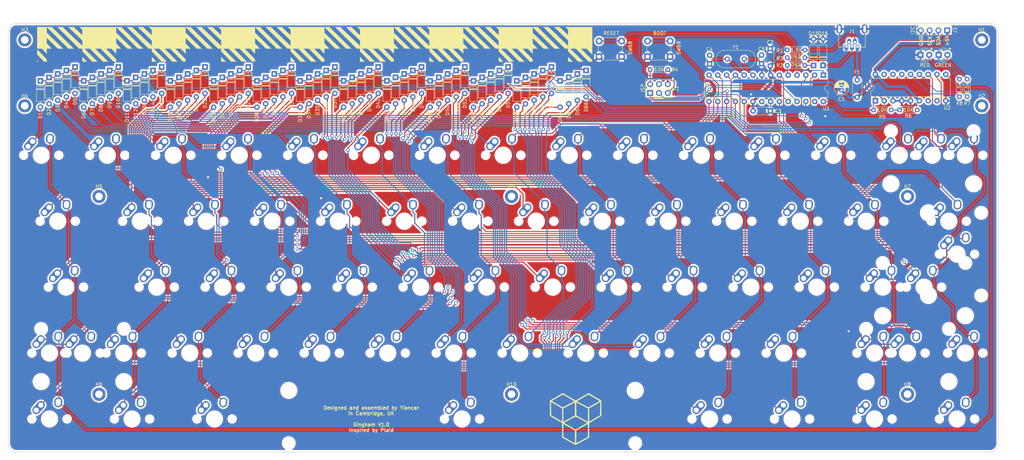
<source format=kicad_pcb>
(kicad_pcb (version 20171130) (host pcbnew "(5.1.0-0)")
  (title_block (title Gingham) (date 2019-04-18) (rev V1.0) (company "Yiancar Designs") (comment 1 "Inspired by Plaid"))
  (layers (0 F.Cu signal) (31 B.Cu signal) (34 B.Paste user) (35 F.Paste user) (36 B.SilkS user) (37 F.SilkS user) (38 B.Mask user) (39 F.Mask user) (44 Edge.Cuts user))
  (net 0 "")
  (net 1 GND)
  (net 2 /ROW0)
  (net 3 "Net-(D3-Pad2)")
  (net 4 "Net-(D4-Pad2)")
  (net 5 "Net-(D5-Pad2)")
  (net 6 "Net-(D6-Pad2)")
  (net 7 "Net-(D7-Pad2)")
  (net 8 "Net-(D8-Pad2)")
  (net 9 "Net-(D9-Pad2)")
  (net 10 "Net-(D10-Pad2)")
  (net 11 "Net-(D11-Pad2)")
  (net 12 "Net-(D12-Pad2)")
  (net 13 /ROW1)
  (net 14 "Net-(D13-Pad2)")
  (net 15 "Net-(D14-Pad2)")
  (net 16 "Net-(D17-Pad2)")
  (net 17 "Net-(D18-Pad2)")
  (net 18 "Net-(D19-Pad2)")
  (net 19 "Net-(D20-Pad2)")
  (net 20 "Net-(D21-Pad2)")
  (net 21 "Net-(D22-Pad2)")
  (net 22 "Net-(D23-Pad2)")
  (net 23 "Net-(D24-Pad2)")
  (net 24 "Net-(D25-Pad2)")
  (net 25 /ROW2)
  (net 26 "Net-(D26-Pad2)")
  (net 27 "Net-(D27-Pad2)")
  (net 28 "Net-(D28-Pad2)")
  (net 29 "Net-(D29-Pad2)")
  (net 30 "Net-(D30-Pad2)")
  (net 31 "Net-(D31-Pad2)")
  (net 32 "Net-(D32-Pad2)")
  (net 33 "Net-(D33-Pad2)")
  (net 34 "Net-(D34-Pad2)")
  (net 35 "Net-(D35-Pad2)")
  (net 36 "Net-(D36-Pad2)")
  (net 37 "Net-(D37-Pad2)")
  (net 38 "Net-(D38-Pad2)")
  (net 39 "Net-(D39-Pad2)")
  (net 40 "Net-(D40-Pad2)")
  (net 41 "Net-(D41-Pad2)")
  (net 42 "Net-(D42-Pad2)")
  (net 43 "Net-(D43-Pad2)")
  (net 44 "Net-(D44-Pad2)")
  (net 45 "Net-(D45-Pad2)")
  (net 46 "Net-(D46-Pad2)")
  (net 47 "Net-(D47-Pad2)")
  (net 48 "Net-(D48-Pad2)")
  (net 49 /USB_D+)
  (net 50 /USB_D-)
  (net 51 /RESET)
  (net 52 /COL0)
  (net 53 /COL1)
  (net 54 /COL2)
  (net 55 /COL3)
  (net 56 /COL4)
  (net 57 /COL5)
  (net 58 /COL6)
  (net 59 /COL7)
  (net 60 /COL8)
  (net 61 /COL9)
  (net 62 /COL10)
  (net 63 /COL11)
  (net 64 +5V)
  (net 65 "Net-(F1-Pad1)")
  (net 66 "Net-(D1-Pad2)")
  (net 67 "Net-(D2-Pad2)")
  (net 68 /i2c_SCL)
  (net 69 /i2c_SDA)
  (net 70 "Net-(LED1-Pad2)")
  (net 71 "Net-(LED2-Pad2)")
  (net 72 /ROW3)
  (net 73 "Net-(C4-Pad1)")
  (net 74 "Net-(C5-Pad1)")
  (net 75 "Net-(D15-Pad1)")
  (net 76 "Net-(D16-Pad1)")
  (net 77 "Net-(D49-Pad2)")
  (net 78 "Net-(D50-Pad2)")
  (net 79 "Net-(D51-Pad2)")
  (net 80 "Net-(D52-Pad2)")
  (net 81 "Net-(D53-Pad2)")
  (net 82 "Net-(D54-Pad2)")
  (net 83 "Net-(D55-Pad2)")
  (net 84 "Net-(D56-Pad2)")
  (net 85 "Net-(D57-Pad2)")
  (net 86 "Net-(D58-Pad2)")
  (net 87 /ROW4)
  (net 88 "Net-(D59-Pad2)")
  (net 89 "Net-(D60-Pad2)")
  (net 90 "Net-(D61-Pad2)")
  (net 91 "Net-(D62-Pad2)")
  (net 92 "Net-(D63-Pad2)")
  (net 93 "Net-(D64-Pad2)")
  (net 94 "Net-(D65-Pad2)")
  (net 95 /COL12)
  (net 96 /COL13)
  (net 97 "Net-(D66-Pad2)")
  (net 98 "Net-(R7-Pad1)")
  (net 99 "Net-(R8-Pad1)")
  (net 100 "Net-(J1-Pad2)")
  (net 101 "Net-(U1-Pad21)")
  (net 102 "Net-(U2-Pad17)")
  (net 103 "Net-(U2-Pad8)")
  (net 104 "Net-(U2-Pad16)")
  (net 105 "Net-(U2-Pad7)")
  (net 106 "Net-(U2-Pad15)")
  (module tartan:gingham (layer F.Cu) (at 133.7 51.3)
    (fp_text reference svg2mod hide)
    (fp_text value G*** hide)
  )
  (module Connector_PinHeader_2.54mm:PinHeader_1x04_P2.54mm_Vertical (layer F.Cu) (at 316.25 47.25 270)
    (fp_text reference J3 (at 0 -2.33 270) (layer F.SilkS))
    (fp_text value I2C (at 0 9.95 270) (layer F.SilkS))
    (pad 4 thru_hole oval (at 0 7.62 270) (size 1.7 1.7) (drill 1) (layers *.Cu *.Mask) (net 1 GND))
    (pad 3 thru_hole oval (at 0 5.08 270) (size 1.7 1.7) (drill 1) (layers *.Cu *.Mask) (net 68 /i2c_SCL))
    (pad 2 thru_hole oval (at 0 2.54 270) (size 1.7 1.7) (drill 1) (layers *.Cu *.Mask) (net 69 /i2c_SDA))
    (pad 1 thru_hole rect (at 0 0 270) (size 1.7 1.7) (drill 1) (layers *.Cu *.Mask) (net 64 +5V))
  )
  (module tartan:yiancar_logo_silk (layer F.Cu) (at 209 159.5)
    (fp_text reference G*** hide)
    (fp_text value "Yiancar Logo" hide)
  )
  (module MX_Alps_Hybrid:MX-1U-NoLED (layer F.Cu) (at 245.2625 83.3375)
    (fp_text reference SW12)
    (fp_text value SW_Push)
    (pad "" np_thru_hole circle (at 5.08 0 48.0996) (size 1.75 1.75) (drill 1.75) (layers *.Cu *.Mask))
    (pad "" np_thru_hole circle (at -5.08 0 48.0996) (size 1.75 1.75) (drill 1.75) (layers *.Cu *.Mask))
    (pad 1 thru_hole circle (at -2.5 -4) (size 2.25 2.25) (drill 1.47) (layers *.Cu B.Mask) (net 11 "Net-(D11-Pad2)"))
    (pad "" np_thru_hole circle (at 0 0) (size 3.9878 3.9878) (drill 3.9878) (layers *.Cu *.Mask))
    (pad 1 thru_hole oval (at -3.81 -2.54 48.0996) (size 4.211556 2.25) (drill 1.47 (offset 0.980778 0)) (layers *.Cu B.Mask) (net 11 "Net-(D11-Pad2)"))
    (pad 2 thru_hole circle (at 2.54 -5.08) (size 2.25 2.25) (drill 1.47) (layers *.Cu B.Mask) (net 62 /COL10))
    (pad 2 thru_hole oval (at 2.5 -4.5 86.0548) (size 2.831378 2.25) (drill 1.47 (offset 0.290689 0)) (layers *.Cu B.Mask) (net 62 /COL10))
  )
  (module AI03_Random_parts:Molex-0548190519 (layer F.Cu) (at 288.7625 45.0875 270)
    (fp_text reference J1)
    (fp_text value Molex-0548190519)
    (fp_text user %R (at 2.45 0) (layer F.SilkS))
    (pad 5 thru_hole oval (at 6.8 -1.6 270) (size 1.65 1.1) (drill oval 0.7 (offset 0.25 0)) (layers *.Cu B.Mask) (net 65 "Net-(F1-Pad1)"))
    (pad 4 thru_hole oval (at 5.6 -0.8 90) (size 1.65 1.1) (drill oval 0.7 (offset 0.25 0)) (layers *.Cu B.Mask) (net 75 "Net-(D15-Pad1)"))
    (pad 3 thru_hole oval (at 6.8 0 270) (size 1.65 1.1) (drill oval 0.7 (offset 0.25 0)) (layers *.Cu B.Mask) (net 76 "Net-(D16-Pad1)"))
    (pad 2 thru_hole oval (at 5.6 0.8 90) (size 1.65 1.1) (drill oval 0.7 (offset 0.25 0)) (layers *.Cu B.Mask) (net 100 "Net-(J1-Pad2)"))
    (pad 1 thru_hole oval (at 6.8 1.6 270) (size 1.65 1.1) (drill oval 0.7 (offset 0.25 0)) (layers *.Cu B.Mask) (net 1 GND))
    (pad 6 thru_hole oval (at 1.75 -3.65 270) (size 2.7 1.7) (drill oval 1.9 0.7) (layers *.Cu *.Mask) (net 1 GND))
    (pad 6 thru_hole oval (at 1.75 3.65 270) (size 2.7 1.7) (drill oval 1.9 0.7) (layers *.Cu *.Mask) (net 1 GND))
  )
  (module Package_DIP:DIP-18_W7.62mm (layer F.Cu) (at 295.5125 67.5875 90)
    (fp_text reference U2 (at -2 20.75 180) (layer F.SilkS))
    (fp_text value MCP23008-E_P)
    (pad 18 thru_hole oval (at 7.62 0 90) (size 1.6 1.6) (drill 0.8) (layers *.Cu *.Mask) (net 64 +5V))
    (pad 9 thru_hole oval (at 0 20.32 90) (size 1.6 1.6) (drill 0.8) (layers *.Cu *.Mask) (net 1 GND))
    (pad 17 thru_hole oval (at 7.62 2.54 90) (size 1.6 1.6) (drill 0.8) (layers *.Cu *.Mask) (net 102 "Net-(U2-Pad17)"))
    (pad 8 thru_hole oval (at 0 17.78 90) (size 1.6 1.6) (drill 0.8) (layers *.Cu *.Mask) (net 103 "Net-(U2-Pad8)"))
    (pad 16 thru_hole oval (at 7.62 5.08 90) (size 1.6 1.6) (drill 0.8) (layers *.Cu *.Mask) (net 104 "Net-(U2-Pad16)"))
    (pad 7 thru_hole oval (at 0 15.24 90) (size 1.6 1.6) (drill 0.8) (layers *.Cu *.Mask) (net 105 "Net-(U2-Pad7)"))
    (pad 15 thru_hole oval (at 7.62 7.62 90) (size 1.6 1.6) (drill 0.8) (layers *.Cu *.Mask) (net 106 "Net-(U2-Pad15)"))
    (pad 6 thru_hole oval (at 0 12.7 90) (size 1.6 1.6) (drill 0.8) (layers *.Cu *.Mask) (net 64 +5V))
    (pad 14 thru_hole oval (at 7.62 10.16 90) (size 1.6 1.6) (drill 0.8) (layers *.Cu *.Mask) (net 99 "Net-(R8-Pad1)"))
    (pad 5 thru_hole oval (at 0 10.16 90) (size 1.6 1.6) (drill 0.8) (layers *.Cu *.Mask) (net 1 GND))
    (pad 13 thru_hole oval (at 7.62 12.7 90) (size 1.6 1.6) (drill 0.8) (layers *.Cu *.Mask) (net 98 "Net-(R7-Pad1)"))
    (pad 4 thru_hole oval (at 0 7.62 90) (size 1.6 1.6) (drill 0.8) (layers *.Cu *.Mask) (net 1 GND))
    (pad 12 thru_hole oval (at 7.62 15.24 90) (size 1.6 1.6) (drill 0.8) (layers *.Cu *.Mask) (net 95 /COL12))
    (pad 3 thru_hole oval (at 0 5.08 90) (size 1.6 1.6) (drill 0.8) (layers *.Cu *.Mask) (net 1 GND))
    (pad 11 thru_hole oval (at 7.62 17.78 90) (size 1.6 1.6) (drill 0.8) (layers *.Cu *.Mask) (net 96 /COL13))
    (pad 2 thru_hole oval (at 0 2.54 90) (size 1.6 1.6) (drill 0.8) (layers *.Cu *.Mask) (net 69 /i2c_SDA))
    (pad 10 thru_hole oval (at 7.62 20.32 90) (size 1.6 1.6) (drill 0.8) (layers *.Cu *.Mask) (net 52 /COL0))
    (pad 1 thru_hole rect (at 0 0 90) (size 1.6 1.6) (drill 0.8) (layers *.Cu *.Mask) (net 68 /i2c_SCL))
  )
  (module Diode_THT:D_DO-35_SOD27_P7.62mm_Horizontal (layer F.Cu) (at 54.5125 61.8375 270)
    (fp_text reference D1 (at 10 0 270) (layer F.SilkS))
    (fp_text value 1N4148 hide)
    (pad 1 thru_hole rect (at 0 0 270) (size 1.6 1.6) (drill 0.8) (layers *.Cu *.Mask) (net 2 /ROW0))
    (pad 2 thru_hole oval (at 7.62 0 270) (size 1.6 1.6) (drill 0.8) (layers *.Cu *.Mask) (net 66 "Net-(D1-Pad2)"))
  )
  (module Diode_THT:D_DO-35_SOD27_P7.62mm_Horizontal (layer F.Cu) (at 57.0125 60.8375 270)
    (fp_text reference D2 (at 10 0 270) (layer F.SilkS))
    (fp_text value 1N4148)
    (pad 1 thru_hole rect (at 0 0 270) (size 1.6 1.6) (drill 0.8) (layers *.Cu *.Mask) (net 2 /ROW0))
    (pad 2 thru_hole oval (at 7.62 0 270) (size 1.6 1.6) (drill 0.8) (layers *.Cu *.Mask) (net 67 "Net-(D2-Pad2)"))
  )
  (module MX_Alps_Hybrid:MX-2.25U-NoLED (layer F.Cu) (at 66.66875 140.4875)
    (fp_text reference SW46)
    (fp_text value SW_Push)
    (pad "" np_thru_hole circle (at 11.938 8.255) (size 3.9878 3.9878) (drill 3.9878) (layers *.Cu *.Mask))
    (pad "" np_thru_hole circle (at -11.938 8.255) (size 3.9878 3.9878) (drill 3.9878) (layers *.Cu *.Mask))
    (pad "" np_thru_hole circle (at 11.938 -6.985) (size 3.048 3.048) (drill 3.048) (layers *.Cu *.Mask))
    (pad "" np_thru_hole circle (at -11.938 -6.985) (size 3.048 3.048) (drill 3.048) (layers *.Cu *.Mask))
    (pad "" np_thru_hole circle (at 5.08 0 48.0996) (size 1.75 1.75) (drill 1.75) (layers *.Cu *.Mask))
    (pad "" np_thru_hole circle (at -5.08 0 48.0996) (size 1.75 1.75) (drill 1.75) (layers *.Cu *.Mask))
    (pad 1 thru_hole circle (at -2.5 -4) (size 2.25 2.25) (drill 1.47) (layers *.Cu B.Mask) (net 44 "Net-(D44-Pad2)"))
    (pad "" np_thru_hole circle (at 0 0) (size 3.9878 3.9878) (drill 3.9878) (layers *.Cu *.Mask))
    (pad 1 thru_hole oval (at -3.81 -2.54 48.0996) (size 4.211556 2.25) (drill 1.47 (offset 0.980778 0)) (layers *.Cu B.Mask) (net 44 "Net-(D44-Pad2)"))
    (pad 2 thru_hole circle (at 2.54 -5.08) (size 2.25 2.25) (drill 1.47) (layers *.Cu B.Mask) (net 52 /COL0))
    (pad 2 thru_hole oval (at 2.5 -4.5 86.0548) (size 2.831378 2.25) (drill 1.47 (offset 0.290689 0)) (layers *.Cu B.Mask) (net 52 /COL0))
  )
  (module MX_Alps_Hybrid:MX-ISO-ReversedStabilizers (layer F.Cu) (at 319.08125 111.9125)
    (fp_text reference SW30)
    (fp_text value SW_Push)
    (pad 1 thru_hole oval (at 2.5 -4.5 86.055) (size 2.831378 2.25) (drill 1.47 (offset 0.290689 0)) (layers *.Cu B.Mask) (net 43 "Net-(D43-Pad2)"))
    (pad 1 thru_hole circle (at 2.54 -5.08 90) (size 2.25 2.25) (drill 1.47) (layers *.Cu B.Mask) (net 43 "Net-(D43-Pad2)"))
    (pad 2 thru_hole oval (at -3.81 -2.54 48.1) (size 4.211556 2.25) (drill 1.47 (offset 0.980778 0)) (layers *.Cu B.Mask) (net 96 /COL13))
    (pad "" np_thru_hole circle (at 0 0 90) (size 3.9878 3.9878) (drill 3.9878) (layers *.Cu *.Mask))
    (pad 2 thru_hole circle (at -2.5 -4 90) (size 2.25 2.25) (drill 1.47) (layers *.Cu B.Mask) (net 96 /COL13))
    (pad "" np_thru_hole circle (at -5.08 0 138.0996) (size 1.7018 1.7018) (drill 1.7018) (layers *.Cu *.Mask))
    (pad "" np_thru_hole circle (at 5.08 0 138.0996) (size 1.7018 1.7018) (drill 1.7018) (layers *.Cu *.Mask))
    (pad "" np_thru_hole circle (at 6.985 11.938) (size 3.048 3.048) (drill 3.048) (layers *.Cu *.Mask))
    (pad "" np_thru_hole circle (at 6.985 -11.938) (size 3.048 3.048) (drill 3.048) (layers *.Cu *.Mask))
    (pad "" np_thru_hole circle (at -8.255 11.938) (size 3.9878 3.9878) (drill 3.9878) (layers *.Cu *.Mask))
    (pad "" np_thru_hole circle (at -8.255 -11.938) (size 3.9878 3.9878) (drill 3.9878) (layers *.Cu *.Mask))
  )
  (module MX_Alps_Hybrid:MX-1U-NoLED (layer F.Cu) (at 321.4625 83.3375)
    (fp_text reference SW71)
    (fp_text value SW_Push)
    (pad "" np_thru_hole circle (at 5.08 0 48.0996) (size 1.75 1.75) (drill 1.75) (layers *.Cu *.Mask))
    (pad "" np_thru_hole circle (at -5.08 0 48.0996) (size 1.75 1.75) (drill 1.75) (layers *.Cu *.Mask))
    (pad 1 thru_hole circle (at -2.5 -4) (size 2.25 2.25) (drill 1.47) (layers *.Cu B.Mask) (net 97 "Net-(D66-Pad2)"))
    (pad "" np_thru_hole circle (at 0 0) (size 3.9878 3.9878) (drill 3.9878) (layers *.Cu *.Mask))
    (pad 1 thru_hole oval (at -3.81 -2.54 48.0996) (size 4.211556 2.25) (drill 1.47 (offset 0.980778 0)) (layers *.Cu B.Mask) (net 97 "Net-(D66-Pad2)"))
    (pad 2 thru_hole circle (at 2.54 -5.08) (size 2.25 2.25) (drill 1.47) (layers *.Cu B.Mask) (net 96 /COL13))
    (pad 2 thru_hole oval (at 2.5 -4.5 86.0548) (size 2.831378 2.25) (drill 1.47 (offset 0.290689 0)) (layers *.Cu B.Mask) (net 96 /COL13))
  )
  (module Diode_THT:D_DO-35_SOD27_P7.62mm_Horizontal (layer F.Cu) (at 212.0125 58.8375 270)
    (fp_text reference D66 (at 10.5 0 270) (layer F.SilkS))
    (fp_text value 1N4148)
    (pad 2 thru_hole oval (at 7.62 0 270) (size 1.6 1.6) (drill 0.8) (layers *.Cu *.Mask) (net 97 "Net-(D66-Pad2)"))
    (pad 1 thru_hole rect (at 0 0 270) (size 1.6 1.6) (drill 0.8) (layers *.Cu *.Mask) (net 13 /ROW1))
  )
  (module MX_Alps_Hybrid:MX-1.75U-NoLED (layer F.Cu) (at 61.90625 121.4375)
    (fp_text reference SW31)
    (fp_text value SW_Push)
    (pad "" np_thru_hole circle (at 5.08 0 48.0996) (size 1.75 1.75) (drill 1.75) (layers *.Cu *.Mask))
    (pad "" np_thru_hole circle (at -5.08 0 48.0996) (size 1.75 1.75) (drill 1.75) (layers *.Cu *.Mask))
    (pad 1 thru_hole circle (at -2.5 -4) (size 2.25 2.25) (drill 1.47) (layers *.Cu B.Mask) (net 30 "Net-(D30-Pad2)"))
    (pad "" np_thru_hole circle (at 0 0) (size 3.9878 3.9878) (drill 3.9878) (layers *.Cu *.Mask))
    (pad 1 thru_hole oval (at -3.81 -2.54 48.0996) (size 4.211556 2.25) (drill 1.47 (offset 0.980778 0)) (layers *.Cu B.Mask) (net 30 "Net-(D30-Pad2)"))
    (pad 2 thru_hole circle (at 2.54 -5.08) (size 2.25 2.25) (drill 1.47) (layers *.Cu B.Mask) (net 52 /COL0))
    (pad 2 thru_hole oval (at 2.5 -4.5 86.0548) (size 2.831378 2.25) (drill 1.47 (offset 0.290689 0)) (layers *.Cu B.Mask) (net 52 /COL0))
  )
  (module MX_Alps_Hybrid:MX-1.5U-NoLED (layer F.Cu) (at 59.525 102.3875)
    (fp_text reference SW16)
    (fp_text value SW_Push)
    (pad "" np_thru_hole circle (at 5.08 0 48.0996) (size 1.75 1.75) (drill 1.75) (layers *.Cu *.Mask))
    (pad "" np_thru_hole circle (at -5.08 0 48.0996) (size 1.75 1.75) (drill 1.75) (layers *.Cu *.Mask))
    (pad 1 thru_hole circle (at -2.5 -4) (size 2.25 2.25) (drill 1.47) (layers *.Cu B.Mask) (net 16 "Net-(D17-Pad2)"))
    (pad "" np_thru_hole circle (at 0 0) (size 3.9878 3.9878) (drill 3.9878) (layers *.Cu *.Mask))
    (pad 1 thru_hole oval (at -3.81 -2.54 48.0996) (size 4.211556 2.25) (drill 1.47 (offset 0.980778 0)) (layers *.Cu B.Mask) (net 16 "Net-(D17-Pad2)"))
    (pad 2 thru_hole circle (at 2.54 -5.08) (size 2.25 2.25) (drill 1.47) (layers *.Cu B.Mask) (net 52 /COL0))
    (pad 2 thru_hole oval (at 2.5 -4.5 86.0548) (size 2.831378 2.25) (drill 1.47 (offset 0.290689 0)) (layers *.Cu B.Mask) (net 52 /COL0))
  )
  (module MountingHole:MountingHole_2.2mm_M2_DIN965_Pad (layer F.Cu) (at 50 69.05)
    (fp_text reference H4 (at 0 -2.9) (layer F.SilkS))
    (fp_text value M2)
    (pad 1 thru_hole circle (at 0 0) (size 3.8 3.8) (drill 2.2) (layers *.Cu *.Mask))
  )
  (module MountingHole:MountingHole_2.2mm_M2_DIN965_Pad (layer F.Cu) (at 50 50)
    (fp_text reference H3 (at 0 -2.9) (layer F.SilkS))
    (fp_text value M2)
    (pad 1 thru_hole circle (at 0 0) (size 3.8 3.8) (drill 2.2) (layers *.Cu *.Mask))
  )
  (module MountingHole:MountingHole_2.2mm_M2_DIN965_Pad (layer F.Cu) (at 326.225 69.05)
    (fp_text reference H2 (at 0 -2.9) (layer F.SilkS))
    (fp_text value M2)
    (pad 1 thru_hole circle (at 0 0) (size 3.8 3.8) (drill 2.2) (layers *.Cu *.Mask))
  )
  (module MountingHole:MountingHole_2.2mm_M2_DIN965_Pad (layer F.Cu) (at 326.225 50)
    (fp_text reference H1 (at 0 -2.9) (layer F.SilkS))
    (fp_text value M2)
    (pad 1 thru_hole circle (at 0 0) (size 3.8 3.8) (drill 2.2) (layers *.Cu *.Mask))
  )
  (module Capacitor_THT:CP_Radial_D4.0mm_P1.50mm (layer F.Cu) (at 285.7625 64.5875 90)
    (fp_text reference C1 (at -2.5 0 180) (layer F.SilkS))
    (fp_text value 4.7u)
    (pad 1 thru_hole rect (at 0 0 90) (size 1.2 1.2) (drill 0.6) (layers *.Cu *.Mask) (net 64 +5V))
    (pad 2 thru_hole circle (at 1.5 0 90) (size 1.2 1.2) (drill 0.6) (layers *.Cu *.Mask) (net 1 GND))
  )
  (module Capacitor_THT:C_Disc_D4.3mm_W1.9mm_P5.00mm (layer F.Cu) (at 265.1625 57.5375 90)
    (fp_text reference C2 (at 6.7875 0 180) (layer F.SilkS))
    (fp_text value 100n)
    (pad 2 thru_hole circle (at 5 0 90) (size 1.6 1.6) (drill 0.8) (layers *.Cu *.Mask) (net 1 GND))
    (pad 1 thru_hole circle (at 0 0 90) (size 1.6 1.6) (drill 0.8) (layers *.Cu *.Mask) (net 64 +5V))
  )
  (module Capacitor_THT:C_Disc_D4.3mm_W1.9mm_P5.00mm (layer F.Cu) (at 260.2125 70.5375)
    (fp_text reference C3 (at 7.2 0.05) (layer F.SilkS))
    (fp_text value 100n)
    (pad 1 thru_hole circle (at 0 0) (size 1.6 1.6) (drill 0.8) (layers *.Cu *.Mask) (net 64 +5V))
    (pad 2 thru_hole circle (at 5 0) (size 1.6 1.6) (drill 0.8) (layers *.Cu *.Mask) (net 1 GND))
  )
  (module Capacitor_THT:C_Disc_D3.0mm_W1.6mm_P2.50mm (layer F.Cu) (at 247.6625 54.4375 270)
    (fp_text reference C4 (at -1.7 0.05) (layer F.SilkS))
    (fp_text value 22p)
    (pad 2 thru_hole circle (at 2.5 0 270) (size 1.6 1.6) (drill 0.8) (layers *.Cu *.Mask) (net 1 GND))
    (pad 1 thru_hole circle (at 0 0 270) (size 1.6 1.6) (drill 0.8) (layers *.Cu *.Mask) (net 73 "Net-(C4-Pad1)"))
  )
  (module Capacitor_THT:C_Disc_D3.0mm_W1.6mm_P2.50mm (layer F.Cu) (at 262.6625 54.3875 270)
    (fp_text reference C5 (at -1.75 0) (layer F.SilkS))
    (fp_text value 22p)
    (pad 1 thru_hole circle (at 0 0 270) (size 1.6 1.6) (drill 0.8) (layers *.Cu *.Mask) (net 74 "Net-(C5-Pad1)"))
    (pad 2 thru_hole circle (at 2.5 0 270) (size 1.6 1.6) (drill 0.8) (layers *.Cu *.Mask) (net 1 GND))
  )
  (module Diode_THT:D_DO-35_SOD27_P7.62mm_Horizontal (layer F.Cu) (at 59.5125 59.8375 270)
    (fp_text reference D3 (at 10 0 270) (layer F.SilkS))
    (fp_text value 1N4148)
    (pad 1 thru_hole rect (at 0 0 270) (size 1.6 1.6) (drill 0.8) (layers *.Cu *.Mask) (net 2 /ROW0))
    (pad 2 thru_hole oval (at 7.62 0 270) (size 1.6 1.6) (drill 0.8) (layers *.Cu *.Mask) (net 3 "Net-(D3-Pad2)"))
  )
  (module Diode_THT:D_DO-35_SOD27_P7.62mm_Horizontal (layer F.Cu) (at 62.0125 58.8375 270)
    (fp_text reference D4 (at 10 0 270) (layer F.SilkS))
    (fp_text value 1N4148)
    (pad 1 thru_hole rect (at 0 0 270) (size 1.6 1.6) (drill 0.8) (layers *.Cu *.Mask) (net 2 /ROW0))
    (pad 2 thru_hole oval (at 7.62 0 270) (size 1.6 1.6) (drill 0.8) (layers *.Cu *.Mask) (net 4 "Net-(D4-Pad2)"))
  )
  (module Diode_THT:D_DO-35_SOD27_P7.62mm_Horizontal (layer F.Cu) (at 64.5125 57.8375 270)
    (fp_text reference D5 (at 10 0 270) (layer F.SilkS))
    (fp_text value 1N4148)
    (pad 1 thru_hole rect (at 0 0 270) (size 1.6 1.6) (drill 0.8) (layers *.Cu *.Mask) (net 2 /ROW0))
    (pad 2 thru_hole oval (at 7.62 0 270) (size 1.6 1.6) (drill 0.8) (layers *.Cu *.Mask) (net 5 "Net-(D5-Pad2)"))
  )
  (module Diode_THT:D_DO-35_SOD27_P7.62mm_Horizontal (layer F.Cu) (at 67.0125 61.8375 270)
    (fp_text reference D6 (at 10 0 270) (layer F.SilkS))
    (fp_text value 1N4148)
    (pad 2 thru_hole oval (at 7.62 0 270) (size 1.6 1.6) (drill 0.8) (layers *.Cu *.Mask) (net 6 "Net-(D6-Pad2)"))
    (pad 1 thru_hole rect (at 0 0 270) (size 1.6 1.6) (drill 0.8) (layers *.Cu *.Mask) (net 2 /ROW0))
  )
  (module Diode_THT:D_DO-35_SOD27_P7.62mm_Horizontal (layer F.Cu) (at 69.5125 60.8375 270)
    (fp_text reference D7 (at 10 0 270) (layer F.SilkS))
    (fp_text value 1N4148)
    (pad 1 thru_hole rect (at 0 0 270) (size 1.6 1.6) (drill 0.8) (layers *.Cu *.Mask) (net 2 /ROW0))
    (pad 2 thru_hole oval (at 7.62 0 270) (size 1.6 1.6) (drill 0.8) (layers *.Cu *.Mask) (net 7 "Net-(D7-Pad2)"))
  )
  (module Diode_THT:D_DO-35_SOD27_P7.62mm_Horizontal (layer F.Cu) (at 72.0125 59.8375 270)
    (fp_text reference D8 (at 10 0 270) (layer F.SilkS))
    (fp_text value 1N4148)
    (pad 1 thru_hole rect (at 0 0 270) (size 1.6 1.6) (drill 0.8) (layers *.Cu *.Mask) (net 2 /ROW0))
    (pad 2 thru_hole oval (at 7.62 0 270) (size 1.6 1.6) (drill 0.8) (layers *.Cu *.Mask) (net 8 "Net-(D8-Pad2)"))
  )
  (module Diode_THT:D_DO-35_SOD27_P7.62mm_Horizontal (layer F.Cu) (at 74.5125 58.8375 270)
    (fp_text reference D9 (at 10 0 270) (layer F.SilkS))
    (fp_text value 1N4148)
    (pad 2 thru_hole oval (at 7.62 0 270) (size 1.6 1.6) (drill 0.8) (layers *.Cu *.Mask) (net 9 "Net-(D9-Pad2)"))
    (pad 1 thru_hole rect (at 0 0 270) (size 1.6 1.6) (drill 0.8) (layers *.Cu *.Mask) (net 2 /ROW0))
  )
  (module Diode_THT:D_DO-35_SOD27_P7.62mm_Horizontal (layer F.Cu) (at 77.0125 57.8375 270)
    (fp_text reference D10 (at 10.5 0 270) (layer F.SilkS))
    (fp_text value 1N4148)
    (pad 1 thru_hole rect (at 0 0 270) (size 1.6 1.6) (drill 0.8) (layers *.Cu *.Mask) (net 2 /ROW0))
    (pad 2 thru_hole oval (at 7.62 0 270) (size 1.6 1.6) (drill 0.8) (layers *.Cu *.Mask) (net 10 "Net-(D10-Pad2)"))
  )
  (module Diode_THT:D_DO-35_SOD27_P7.62mm_Horizontal (layer F.Cu) (at 79.5125 61.8375 270)
    (fp_text reference D11 (at 10.5 0 270) (layer F.SilkS))
    (fp_text value 1N4148)
    (pad 1 thru_hole rect (at 0 0 270) (size 1.6 1.6) (drill 0.8) (layers *.Cu *.Mask) (net 2 /ROW0))
    (pad 2 thru_hole oval (at 7.62 0 270) (size 1.6 1.6) (drill 0.8) (layers *.Cu *.Mask) (net 11 "Net-(D11-Pad2)"))
  )
  (module Diode_THT:D_DO-35_SOD27_P7.62mm_Horizontal (layer F.Cu) (at 82.0125 60.8375 270)
    (fp_text reference D12 (at 10.5 0 270) (layer F.SilkS))
    (fp_text value 1N4148)
    (pad 2 thru_hole oval (at 7.62 0 270) (size 1.6 1.6) (drill 0.8) (layers *.Cu *.Mask) (net 12 "Net-(D12-Pad2)"))
    (pad 1 thru_hole rect (at 0 0 270) (size 1.6 1.6) (drill 0.8) (layers *.Cu *.Mask) (net 2 /ROW0))
  )
  (module Diode_THT:D_DO-35_SOD27_P7.62mm_Horizontal (layer F.Cu) (at 84.5125 59.8375 270)
    (fp_text reference D13 (at 10.5 0 270) (layer F.SilkS))
    (fp_text value 1N4148)
    (pad 2 thru_hole oval (at 7.62 0 270) (size 1.6 1.6) (drill 0.8) (layers *.Cu *.Mask) (net 14 "Net-(D13-Pad2)"))
    (pad 1 thru_hole rect (at 0 0 270) (size 1.6 1.6) (drill 0.8) (layers *.Cu *.Mask) (net 2 /ROW0))
  )
  (module Diode_THT:D_DO-35_SOD27_P7.62mm_Horizontal (layer F.Cu) (at 87.0125 58.8375 270)
    (fp_text reference D14 (at 10.5 0 270) (layer F.SilkS))
    (fp_text value 1N4148)
    (pad 1 thru_hole rect (at 0 0 270) (size 1.6 1.6) (drill 0.8) (layers *.Cu *.Mask) (net 2 /ROW0))
    (pad 2 thru_hole oval (at 7.62 0 270) (size 1.6 1.6) (drill 0.8) (layers *.Cu *.Mask) (net 15 "Net-(D14-Pad2)"))
  )
  (module Diode_THT:D_DO-35_SOD27_P7.62mm_Horizontal (layer F.Cu) (at 277.6625 57.3875 90)
    (fp_text reference D15 (at 9.25 0 180) (layer F.SilkS))
    (fp_text value 3.6V)
    (pad 1 thru_hole rect (at 0 0 90) (size 1.6 1.6) (drill 0.8) (layers *.Cu *.Mask) (net 75 "Net-(D15-Pad1)"))
    (pad 2 thru_hole oval (at 7.62 0 90) (size 1.6 1.6) (drill 0.8) (layers *.Cu *.Mask) (net 1 GND))
  )
  (module Diode_THT:D_DO-35_SOD27_P7.62mm_Horizontal (layer F.Cu) (at 280.4125 57.3875 90)
    (fp_text reference D16 (at 9.25 0 180) (layer F.SilkS))
    (fp_text value 3.6V)
    (pad 2 thru_hole oval (at 7.62 0 90) (size 1.6 1.6) (drill 0.8) (layers *.Cu *.Mask) (net 1 GND))
    (pad 1 thru_hole rect (at 0 0 90) (size 1.6 1.6) (drill 0.8) (layers *.Cu *.Mask) (net 76 "Net-(D16-Pad1)"))
  )
  (module Diode_THT:D_DO-35_SOD27_P7.62mm_Horizontal (layer F.Cu) (at 89.5125 57.8375 270)
    (fp_text reference D17 (at 10.5 0 270) (layer F.SilkS))
    (fp_text value 1N4148)
    (pad 2 thru_hole oval (at 7.62 0 270) (size 1.6 1.6) (drill 0.8) (layers *.Cu *.Mask) (net 16 "Net-(D17-Pad2)"))
    (pad 1 thru_hole rect (at 0 0 270) (size 1.6 1.6) (drill 0.8) (layers *.Cu *.Mask) (net 13 /ROW1))
  )
  (module Diode_THT:D_DO-35_SOD27_P7.62mm_Horizontal (layer F.Cu) (at 92.0125 61.8375 270)
    (fp_text reference D18 (at 10.5 0 270) (layer F.SilkS))
    (fp_text value 1N4148)
    (pad 2 thru_hole oval (at 7.62 0 270) (size 1.6 1.6) (drill 0.8) (layers *.Cu *.Mask) (net 17 "Net-(D18-Pad2)"))
    (pad 1 thru_hole rect (at 0 0 270) (size 1.6 1.6) (drill 0.8) (layers *.Cu *.Mask) (net 13 /ROW1))
  )
  (module Diode_THT:D_DO-35_SOD27_P7.62mm_Horizontal (layer F.Cu) (at 94.5125 60.8375 270)
    (fp_text reference D19 (at 10.5 0 270) (layer F.SilkS))
    (fp_text value 1N4148)
    (pad 1 thru_hole rect (at 0 0 270) (size 1.6 1.6) (drill 0.8) (layers *.Cu *.Mask) (net 13 /ROW1))
    (pad 2 thru_hole oval (at 7.62 0 270) (size 1.6 1.6) (drill 0.8) (layers *.Cu *.Mask) (net 18 "Net-(D19-Pad2)"))
  )
  (module Diode_THT:D_DO-35_SOD27_P7.62mm_Horizontal (layer F.Cu) (at 97.0125 59.8375 270)
    (fp_text reference D20 (at 10.5 0 270) (layer F.SilkS))
    (fp_text value 1N4148)
    (pad 1 thru_hole rect (at 0 0 270) (size 1.6 1.6) (drill 0.8) (layers *.Cu *.Mask) (net 13 /ROW1))
    (pad 2 thru_hole oval (at 7.62 0 270) (size 1.6 1.6) (drill 0.8) (layers *.Cu *.Mask) (net 19 "Net-(D20-Pad2)"))
  )
  (module Diode_THT:D_DO-35_SOD27_P7.62mm_Horizontal (layer F.Cu) (at 99.5125 58.8375 270)
    (fp_text reference D21 (at 10.5 0 270) (layer F.SilkS))
    (fp_text value 1N4148)
    (pad 1 thru_hole rect (at 0 0 270) (size 1.6 1.6) (drill 0.8) (layers *.Cu *.Mask) (net 13 /ROW1))
    (pad 2 thru_hole oval (at 7.62 0 270) (size 1.6 1.6) (drill 0.8) (layers *.Cu *.Mask) (net 20 "Net-(D21-Pad2)"))
  )
  (module Diode_THT:D_DO-35_SOD27_P7.62mm_Horizontal (layer F.Cu) (at 102.0125 57.8375 270)
    (fp_text reference D22 (at 10.5 0 270) (layer F.SilkS))
    (fp_text value 1N4148)
    (pad 2 thru_hole oval (at 7.62 0 270) (size 1.6 1.6) (drill 0.8) (layers *.Cu *.Mask) (net 21 "Net-(D22-Pad2)"))
    (pad 1 thru_hole rect (at 0 0 270) (size 1.6 1.6) (drill 0.8) (layers *.Cu *.Mask) (net 13 /ROW1))
  )
  (module Diode_THT:D_DO-35_SOD27_P7.62mm_Horizontal (layer F.Cu) (at 104.5125 61.8375 270)
    (fp_text reference D23 (at 10.5 0 270) (layer F.SilkS))
    (fp_text value 1N4148)
    (pad 2 thru_hole oval (at 7.62 0 270) (size 1.6 1.6) (drill 0.8) (layers *.Cu *.Mask) (net 22 "Net-(D23-Pad2)"))
    (pad 1 thru_hole rect (at 0 0 270) (size 1.6 1.6) (drill 0.8) (layers *.Cu *.Mask) (net 13 /ROW1))
  )
  (module Diode_THT:D_DO-35_SOD27_P7.62mm_Horizontal (layer F.Cu) (at 107.0125 60.8375 270)
    (fp_text reference D24 (at 10.5 0 270) (layer F.SilkS))
    (fp_text value 1N4148)
    (pad 2 thru_hole oval (at 7.62 0 270) (size 1.6 1.6) (drill 0.8) (layers *.Cu *.Mask) (net 23 "Net-(D24-Pad2)"))
    (pad 1 thru_hole rect (at 0 0 270) (size 1.6 1.6) (drill 0.8) (layers *.Cu *.Mask) (net 13 /ROW1))
  )
  (module Diode_THT:D_DO-35_SOD27_P7.62mm_Horizontal (layer F.Cu) (at 109.5125 59.8375 270)
    (fp_text reference D25 (at 10.5 0 270) (layer F.SilkS))
    (fp_text value 1N4148)
    (pad 1 thru_hole rect (at 0 0 270) (size 1.6 1.6) (drill 0.8) (layers *.Cu *.Mask) (net 13 /ROW1))
    (pad 2 thru_hole oval (at 7.62 0 270) (size 1.6 1.6) (drill 0.8) (layers *.Cu *.Mask) (net 24 "Net-(D25-Pad2)"))
  )
  (module Diode_THT:D_DO-35_SOD27_P7.62mm_Horizontal (layer F.Cu) (at 112.0125 58.8375 270)
    (fp_text reference D26 (at 10.5 0 270) (layer F.SilkS))
    (fp_text value 1N4148)
    (pad 1 thru_hole rect (at 0 0 270) (size 1.6 1.6) (drill 0.8) (layers *.Cu *.Mask) (net 13 /ROW1))
    (pad 2 thru_hole oval (at 7.62 0 270) (size 1.6 1.6) (drill 0.8) (layers *.Cu *.Mask) (net 26 "Net-(D26-Pad2)"))
  )
  (module Diode_THT:D_DO-35_SOD27_P7.62mm_Horizontal (layer F.Cu) (at 114.5125 57.8375 270)
    (fp_text reference D27 (at 10.5 0 270) (layer F.SilkS))
    (fp_text value 1N4148)
    (pad 2 thru_hole oval (at 7.62 0 270) (size 1.6 1.6) (drill 0.8) (layers *.Cu *.Mask) (net 27 "Net-(D27-Pad2)"))
    (pad 1 thru_hole rect (at 0 0 270) (size 1.6 1.6) (drill 0.8) (layers *.Cu *.Mask) (net 13 /ROW1))
  )
  (module Diode_THT:D_DO-35_SOD27_P7.62mm_Horizontal (layer F.Cu) (at 117.0125 61.8375 270)
    (fp_text reference D28 (at 10.5 0 270) (layer F.SilkS))
    (fp_text value 1N4148)
    (pad 2 thru_hole oval (at 7.62 0 270) (size 1.6 1.6) (drill 0.8) (layers *.Cu *.Mask) (net 28 "Net-(D28-Pad2)"))
    (pad 1 thru_hole rect (at 0 0 270) (size 1.6 1.6) (drill 0.8) (layers *.Cu *.Mask) (net 13 /ROW1))
  )
  (module Diode_THT:D_DO-35_SOD27_P7.62mm_Horizontal (layer F.Cu) (at 119.5125 60.8375 270)
    (fp_text reference D29 (at 10.5 0 270) (layer F.SilkS))
    (fp_text value 1N4148)
    (pad 2 thru_hole oval (at 7.62 0 270) (size 1.6 1.6) (drill 0.8) (layers *.Cu *.Mask) (net 29 "Net-(D29-Pad2)"))
    (pad 1 thru_hole rect (at 0 0 270) (size 1.6 1.6) (drill 0.8) (layers *.Cu *.Mask) (net 13 /ROW1))
  )
  (module Diode_THT:D_DO-35_SOD27_P7.62mm_Horizontal (layer F.Cu) (at 122.0125 59.8375 270)
    (fp_text reference D30 (at 10.5 0 270) (layer F.SilkS))
    (fp_text value 1N4148)
    (pad 1 thru_hole rect (at 0 0 270) (size 1.6 1.6) (drill 0.8) (layers *.Cu *.Mask) (net 25 /ROW2))
    (pad 2 thru_hole oval (at 7.62 0 270) (size 1.6 1.6) (drill 0.8) (layers *.Cu *.Mask) (net 30 "Net-(D30-Pad2)"))
  )
  (module Diode_THT:D_DO-35_SOD27_P7.62mm_Horizontal (layer F.Cu) (at 124.5125 58.8375 270)
    (fp_text reference D31 (at 10.5 0 270) (layer F.SilkS))
    (fp_text value 1N4148)
    (pad 2 thru_hole oval (at 7.62 0 270) (size 1.6 1.6) (drill 0.8) (layers *.Cu *.Mask) (net 31 "Net-(D31-Pad2)"))
    (pad 1 thru_hole rect (at 0 0 270) (size 1.6 1.6) (drill 0.8) (layers *.Cu *.Mask) (net 25 /ROW2))
  )
  (module Diode_THT:D_DO-35_SOD27_P7.62mm_Horizontal (layer F.Cu) (at 127.0125 57.8375 270)
    (fp_text reference D32 (at 10.5 0 270) (layer F.SilkS))
    (fp_text value 1N4148)
    (pad 1 thru_hole rect (at 0 0 270) (size 1.6 1.6) (drill 0.8) (layers *.Cu *.Mask) (net 25 /ROW2))
    (pad 2 thru_hole oval (at 7.62 0 270) (size 1.6 1.6) (drill 0.8) (layers *.Cu *.Mask) (net 32 "Net-(D32-Pad2)"))
  )
  (module Diode_THT:D_DO-35_SOD27_P7.62mm_Horizontal (layer F.Cu) (at 129.5125 61.8375 270)
    (fp_text reference D33 (at 10.5 0 270) (layer F.SilkS))
    (fp_text value 1N4148)
    (pad 1 thru_hole rect (at 0 0 270) (size 1.6 1.6) (drill 0.8) (layers *.Cu *.Mask) (net 25 /ROW2))
    (pad 2 thru_hole oval (at 7.62 0 270) (size 1.6 1.6) (drill 0.8) (layers *.Cu *.Mask) (net 33 "Net-(D33-Pad2)"))
  )
  (module Diode_THT:D_DO-35_SOD27_P7.62mm_Horizontal (layer F.Cu) (at 132.0125 60.8375 270)
    (fp_text reference D34 (at 10.5 0 270) (layer F.SilkS))
    (fp_text value 1N4148)
    (pad 2 thru_hole oval (at 7.62 0 270) (size 1.6 1.6) (drill 0.8) (layers *.Cu *.Mask) (net 34 "Net-(D34-Pad2)"))
    (pad 1 thru_hole rect (at 0 0 270) (size 1.6 1.6) (drill 0.8) (layers *.Cu *.Mask) (net 25 /ROW2))
  )
  (module Diode_THT:D_DO-35_SOD27_P7.62mm_Horizontal (layer F.Cu) (at 134.5125 59.8375 270)
    (fp_text reference D35 (at 10.5 0 270) (layer F.SilkS))
    (fp_text value 1N4148)
    (pad 1 thru_hole rect (at 0 0 270) (size 1.6 1.6) (drill 0.8) (layers *.Cu *.Mask) (net 25 /ROW2))
    (pad 2 thru_hole oval (at 7.62 0 270) (size 1.6 1.6) (drill 0.8) (layers *.Cu *.Mask) (net 35 "Net-(D35-Pad2)"))
  )
  (module Diode_THT:D_DO-35_SOD27_P7.62mm_Horizontal (layer F.Cu) (at 137.0125 58.8375 270)
    (fp_text reference D36 (at 10.5 0 270) (layer F.SilkS))
    (fp_text value 1N4148)
    (pad 1 thru_hole rect (at 0 0 270) (size 1.6 1.6) (drill 0.8) (layers *.Cu *.Mask) (net 25 /ROW2))
    (pad 2 thru_hole oval (at 7.62 0 270) (size 1.6 1.6) (drill 0.8) (layers *.Cu *.Mask) (net 36 "Net-(D36-Pad2)"))
  )
  (module Diode_THT:D_DO-35_SOD27_P7.62mm_Horizontal (layer F.Cu) (at 139.5125 57.8375 270)
    (fp_text reference D37 (at 10.5 0 270) (layer F.SilkS))
    (fp_text value 1N4148)
    (pad 1 thru_hole rect (at 0 0 270) (size 1.6 1.6) (drill 0.8) (layers *.Cu *.Mask) (net 25 /ROW2))
    (pad 2 thru_hole oval (at 7.62 0 270) (size 1.6 1.6) (drill 0.8) (layers *.Cu *.Mask) (net 37 "Net-(D37-Pad2)"))
  )
  (module Diode_THT:D_DO-35_SOD27_P7.62mm_Horizontal (layer F.Cu) (at 142.0125 61.8375 270)
    (fp_text reference D38 (at 10.5 0 270) (layer F.SilkS))
    (fp_text value 1N4148)
    (pad 2 thru_hole oval (at 7.62 0 270) (size 1.6 1.6) (drill 0.8) (layers *.Cu *.Mask) (net 38 "Net-(D38-Pad2)"))
    (pad 1 thru_hole rect (at 0 0 270) (size 1.6 1.6) (drill 0.8) (layers *.Cu *.Mask) (net 25 /ROW2))
  )
  (module Diode_THT:D_DO-35_SOD27_P7.62mm_Horizontal (layer F.Cu) (at 144.5125 60.8375 270)
    (fp_text reference D39 (at 10.5 0 270) (layer F.SilkS))
    (fp_text value 1N4148)
    (pad 1 thru_hole rect (at 0 0 270) (size 1.6 1.6) (drill 0.8) (layers *.Cu *.Mask) (net 25 /ROW2))
    (pad 2 thru_hole oval (at 7.62 0 270) (size 1.6 1.6) (drill 0.8) (layers *.Cu *.Mask) (net 39 "Net-(D39-Pad2)"))
  )
  (module Diode_THT:D_DO-35_SOD27_P7.62mm_Horizontal (layer F.Cu) (at 147.0125 59.8375 270)
    (fp_text reference D40 (at 10.5 0 270) (layer F.SilkS))
    (fp_text value 1N4148)
    (pad 1 thru_hole rect (at 0 0 270) (size 1.6 1.6) (drill 0.8) (layers *.Cu *.Mask) (net 25 /ROW2))
    (pad 2 thru_hole oval (at 7.62 0 270) (size 1.6 1.6) (drill 0.8) (layers *.Cu *.Mask) (net 40 "Net-(D40-Pad2)"))
  )
  (module Diode_THT:D_DO-35_SOD27_P7.62mm_Horizontal (layer F.Cu) (at 149.5125 58.8375 270)
    (fp_text reference D41 (at 10.5 0 270) (layer F.SilkS))
    (fp_text value 1N4148)
    (pad 2 thru_hole oval (at 7.62 0 270) (size 1.6 1.6) (drill 0.8) (layers *.Cu *.Mask) (net 41 "Net-(D41-Pad2)"))
    (pad 1 thru_hole rect (at 0 0 270) (size 1.6 1.6) (drill 0.8) (layers *.Cu *.Mask) (net 25 /ROW2))
  )
  (module Diode_THT:D_DO-35_SOD27_P7.62mm_Horizontal (layer F.Cu) (at 152.0125 57.8375 270)
    (fp_text reference D42 (at 10.5 0 270) (layer F.SilkS))
    (fp_text value 1N4148)
    (pad 2 thru_hole oval (at 7.62 0 270) (size 1.6 1.6) (drill 0.8) (layers *.Cu *.Mask) (net 42 "Net-(D42-Pad2)"))
    (pad 1 thru_hole rect (at 0 0 270) (size 1.6 1.6) (drill 0.8) (layers *.Cu *.Mask) (net 25 /ROW2))
  )
  (module Diode_THT:D_DO-35_SOD27_P7.62mm_Horizontal (layer F.Cu) (at 154.5125 61.8375 270)
    (fp_text reference D43 (at 10.5 0 270) (layer F.SilkS))
    (fp_text value 1N4148)
    (pad 2 thru_hole oval (at 7.62 0 270) (size 1.6 1.6) (drill 0.8) (layers *.Cu *.Mask) (net 43 "Net-(D43-Pad2)"))
    (pad 1 thru_hole rect (at 0 0 270) (size 1.6 1.6) (drill 0.8) (layers *.Cu *.Mask) (net 25 /ROW2))
  )
  (module Diode_THT:D_DO-35_SOD27_P7.62mm_Horizontal (layer F.Cu) (at 157.0125 60.8375 270)
    (fp_text reference D44 (at 10.5 0 270) (layer F.SilkS))
    (fp_text value 1N4148)
    (pad 2 thru_hole oval (at 7.62 0 270) (size 1.6 1.6) (drill 0.8) (layers *.Cu *.Mask) (net 44 "Net-(D44-Pad2)"))
    (pad 1 thru_hole rect (at 0 0 270) (size 1.6 1.6) (drill 0.8) (layers *.Cu *.Mask) (net 72 /ROW3))
  )
  (module Diode_THT:D_DO-35_SOD27_P7.62mm_Horizontal (layer F.Cu) (at 159.5125 59.8375 270)
    (fp_text reference D45 (at 10.5 0 270) (layer F.SilkS))
    (fp_text value 1N4148)
    (pad 1 thru_hole rect (at 0 0 270) (size 1.6 1.6) (drill 0.8) (layers *.Cu *.Mask) (net 72 /ROW3))
    (pad 2 thru_hole oval (at 7.62 0 270) (size 1.6 1.6) (drill 0.8) (layers *.Cu *.Mask) (net 45 "Net-(D45-Pad2)"))
  )
  (module Diode_THT:D_DO-35_SOD27_P7.62mm_Horizontal (layer F.Cu) (at 162.0125 58.8375 270)
    (fp_text reference D46 (at 10.5 0 270) (layer F.SilkS))
    (fp_text value 1N4148)
    (pad 1 thru_hole rect (at 0 0 270) (size 1.6 1.6) (drill 0.8) (layers *.Cu *.Mask) (net 72 /ROW3))
    (pad 2 thru_hole oval (at 7.62 0 270) (size 1.6 1.6) (drill 0.8) (layers *.Cu *.Mask) (net 46 "Net-(D46-Pad2)"))
  )
  (module Diode_THT:D_DO-35_SOD27_P7.62mm_Horizontal (layer F.Cu) (at 164.5125 57.8375 270)
    (fp_text reference D47 (at 10.5 0 270) (layer F.SilkS))
    (fp_text value 1N4148)
    (pad 1 thru_hole rect (at 0 0 270) (size 1.6 1.6) (drill 0.8) (layers *.Cu *.Mask) (net 72 /ROW3))
    (pad 2 thru_hole oval (at 7.62 0 270) (size 1.6 1.6) (drill 0.8) (layers *.Cu *.Mask) (net 47 "Net-(D47-Pad2)"))
  )
  (module Diode_THT:D_DO-35_SOD27_P7.62mm_Horizontal (layer F.Cu) (at 167.0125 61.8375 270)
    (fp_text reference D48 (at 10.5 0 270) (layer F.SilkS))
    (fp_text value 1N4148)
    (pad 1 thru_hole rect (at 0 0 270) (size 1.6 1.6) (drill 0.8) (layers *.Cu *.Mask) (net 72 /ROW3))
    (pad 2 thru_hole oval (at 7.62 0 270) (size 1.6 1.6) (drill 0.8) (layers *.Cu *.Mask) (net 48 "Net-(D48-Pad2)"))
  )
  (module Diode_THT:D_DO-35_SOD27_P7.62mm_Horizontal (layer F.Cu) (at 169.5125 60.8375 270)
    (fp_text reference D49 (at 10.5 0 270) (layer F.SilkS))
    (fp_text value 1N4148)
    (pad 2 thru_hole oval (at 7.62 0 270) (size 1.6 1.6) (drill 0.8) (layers *.Cu *.Mask) (net 77 "Net-(D49-Pad2)"))
    (pad 1 thru_hole rect (at 0 0 270) (size 1.6 1.6) (drill 0.8) (layers *.Cu *.Mask) (net 72 /ROW3))
  )
  (module Diode_THT:D_DO-35_SOD27_P7.62mm_Horizontal (layer F.Cu) (at 172.0125 59.8375 270)
    (fp_text reference D50 (at 10.5 0 270) (layer F.SilkS))
    (fp_text value 1N4148)
    (pad 2 thru_hole oval (at 7.62 0 270) (size 1.6 1.6) (drill 0.8) (layers *.Cu *.Mask) (net 78 "Net-(D50-Pad2)"))
    (pad 1 thru_hole rect (at 0 0 270) (size 1.6 1.6) (drill 0.8) (layers *.Cu *.Mask) (net 72 /ROW3))
  )
  (module Diode_THT:D_DO-35_SOD27_P7.62mm_Horizontal (layer F.Cu) (at 174.5125 58.8375 270)
    (fp_text reference D51 (at 10.5 0 270) (layer F.SilkS))
    (fp_text value 1N4148)
    (pad 1 thru_hole rect (at 0 0 270) (size 1.6 1.6) (drill 0.8) (layers *.Cu *.Mask) (net 72 /ROW3))
    (pad 2 thru_hole oval (at 7.62 0 270) (size 1.6 1.6) (drill 0.8) (layers *.Cu *.Mask) (net 79 "Net-(D51-Pad2)"))
  )
  (module Diode_THT:D_DO-35_SOD27_P7.62mm_Horizontal (layer F.Cu) (at 177.0125 57.8375 270)
    (fp_text reference D52 (at 10.5 0 270) (layer F.SilkS))
    (fp_text value 1N4148)
    (pad 2 thru_hole oval (at 7.62 0 270) (size 1.6 1.6) (drill 0.8) (layers *.Cu *.Mask) (net 80 "Net-(D52-Pad2)"))
    (pad 1 thru_hole rect (at 0 0 270) (size 1.6 1.6) (drill 0.8) (layers *.Cu *.Mask) (net 72 /ROW3))
  )
  (module Diode_THT:D_DO-35_SOD27_P7.62mm_Horizontal (layer F.Cu) (at 179.5125 61.8375 270)
    (fp_text reference D53 (at 10.5 0 270) (layer F.SilkS))
    (fp_text value 1N4148)
    (pad 1 thru_hole rect (at 0 0 270) (size 1.6 1.6) (drill 0.8) (layers *.Cu *.Mask) (net 72 /ROW3))
    (pad 2 thru_hole oval (at 7.62 0 270) (size 1.6 1.6) (drill 0.8) (layers *.Cu *.Mask) (net 81 "Net-(D53-Pad2)"))
  )
  (module Diode_THT:D_DO-35_SOD27_P7.62mm_Horizontal (layer F.Cu) (at 182.0125 60.8375 270)
    (fp_text reference D54 (at 10.5 0 270) (layer F.SilkS))
    (fp_text value 1N4148)
    (pad 1 thru_hole rect (at 0 0 270) (size 1.6 1.6) (drill 0.8) (layers *.Cu *.Mask) (net 72 /ROW3))
    (pad 2 thru_hole oval (at 7.62 0 270) (size 1.6 1.6) (drill 0.8) (layers *.Cu *.Mask) (net 82 "Net-(D54-Pad2)"))
  )
  (module Diode_THT:D_DO-35_SOD27_P7.62mm_Horizontal (layer F.Cu) (at 184.5125 59.8375 270)
    (fp_text reference D55 (at 10.5 0 270) (layer F.SilkS))
    (fp_text value 1N4148)
    (pad 2 thru_hole oval (at 7.62 0 270) (size 1.6 1.6) (drill 0.8) (layers *.Cu *.Mask) (net 83 "Net-(D55-Pad2)"))
    (pad 1 thru_hole rect (at 0 0 270) (size 1.6 1.6) (drill 0.8) (layers *.Cu *.Mask) (net 72 /ROW3))
  )
  (module Diode_THT:D_DO-35_SOD27_P7.62mm_Horizontal (layer F.Cu) (at 187.0125 58.8375 270)
    (fp_text reference D56 (at 10.5 0 270) (layer F.SilkS))
    (fp_text value 1N4148)
    (pad 2 thru_hole oval (at 7.62 0 270) (size 1.6 1.6) (drill 0.8) (layers *.Cu *.Mask) (net 84 "Net-(D56-Pad2)"))
    (pad 1 thru_hole rect (at 0 0 270) (size 1.6 1.6) (drill 0.8) (layers *.Cu *.Mask) (net 72 /ROW3))
  )
  (module Diode_THT:D_DO-35_SOD27_P7.62mm_Horizontal (layer F.Cu) (at 189.5125 57.8375 270)
    (fp_text reference D57 (at 10.5 0 270) (layer F.SilkS))
    (fp_text value 1N4148)
    (pad 2 thru_hole oval (at 7.62 0 270) (size 1.6 1.6) (drill 0.8) (layers *.Cu *.Mask) (net 85 "Net-(D57-Pad2)"))
    (pad 1 thru_hole rect (at 0 0 270) (size 1.6 1.6) (drill 0.8) (layers *.Cu *.Mask) (net 72 /ROW3))
  )
  (module Diode_THT:D_DO-35_SOD27_P7.62mm_Horizontal (layer F.Cu) (at 192.0125 61.8375 270)
    (fp_text reference D58 (at 10.5 0 270) (layer F.SilkS))
    (fp_text value 1N4148)
    (pad 2 thru_hole oval (at 7.62 0 270) (size 1.6 1.6) (drill 0.8) (layers *.Cu *.Mask) (net 86 "Net-(D58-Pad2)"))
    (pad 1 thru_hole rect (at 0 0 270) (size 1.6 1.6) (drill 0.8) (layers *.Cu *.Mask) (net 87 /ROW4))
  )
  (module Diode_THT:D_DO-35_SOD27_P7.62mm_Horizontal (layer F.Cu) (at 194.5125 60.8375 270)
    (fp_text reference D59 (at 10.5 0 270) (layer F.SilkS))
    (fp_text value 1N4148)
    (pad 2 thru_hole oval (at 7.62 0 270) (size 1.6 1.6) (drill 0.8) (layers *.Cu *.Mask) (net 88 "Net-(D59-Pad2)"))
    (pad 1 thru_hole rect (at 0 0 270) (size 1.6 1.6) (drill 0.8) (layers *.Cu *.Mask) (net 87 /ROW4))
  )
  (module Diode_THT:D_DO-35_SOD27_P7.62mm_Horizontal (layer F.Cu) (at 197.0125 59.8375 270)
    (fp_text reference D60 (at 10.5 0 270) (layer F.SilkS))
    (fp_text value 1N4148)
    (pad 2 thru_hole oval (at 7.62 0 270) (size 1.6 1.6) (drill 0.8) (layers *.Cu *.Mask) (net 89 "Net-(D60-Pad2)"))
    (pad 1 thru_hole rect (at 0 0 270) (size 1.6 1.6) (drill 0.8) (layers *.Cu *.Mask) (net 87 /ROW4))
  )
  (module Diode_THT:D_DO-35_SOD27_P7.62mm_Horizontal (layer F.Cu) (at 199.5125 58.8375 270)
    (fp_text reference D61 (at 10.5 0 270) (layer F.SilkS))
    (fp_text value 1N4148)
    (pad 2 thru_hole oval (at 7.62 0 270) (size 1.6 1.6) (drill 0.8) (layers *.Cu *.Mask) (net 90 "Net-(D61-Pad2)"))
    (pad 1 thru_hole rect (at 0 0 270) (size 1.6 1.6) (drill 0.8) (layers *.Cu *.Mask) (net 87 /ROW4))
  )
  (module Diode_THT:D_DO-35_SOD27_P7.62mm_Horizontal (layer F.Cu) (at 202.0125 57.8375 270)
    (fp_text reference D62 (at 10.5 0 270) (layer F.SilkS))
    (fp_text value 1N4148)
    (pad 1 thru_hole rect (at 0 0 270) (size 1.6 1.6) (drill 0.8) (layers *.Cu *.Mask) (net 87 /ROW4))
    (pad 2 thru_hole oval (at 7.62 0 270) (size 1.6 1.6) (drill 0.8) (layers *.Cu *.Mask) (net 91 "Net-(D62-Pad2)"))
  )
  (module Diode_THT:D_DO-35_SOD27_P7.62mm_Horizontal (layer F.Cu) (at 204.5125 61.8375 270)
    (fp_text reference D63 (at 10.5 0 270) (layer F.SilkS))
    (fp_text value 1N4148)
    (pad 1 thru_hole rect (at 0 0 270) (size 1.6 1.6) (drill 0.8) (layers *.Cu *.Mask) (net 87 /ROW4))
    (pad 2 thru_hole oval (at 7.62 0 270) (size 1.6 1.6) (drill 0.8) (layers *.Cu *.Mask) (net 92 "Net-(D63-Pad2)"))
  )
  (module Diode_THT:D_DO-35_SOD27_P7.62mm_Horizontal (layer F.Cu) (at 207.0125 60.8375 270)
    (fp_text reference D64 (at 10.5 0 270) (layer F.SilkS))
    (fp_text value 1N4148)
    (pad 2 thru_hole oval (at 7.62 0 270) (size 1.6 1.6) (drill 0.8) (layers *.Cu *.Mask) (net 93 "Net-(D64-Pad2)"))
    (pad 1 thru_hole rect (at 0 0 270) (size 1.6 1.6) (drill 0.8) (layers *.Cu *.Mask) (net 87 /ROW4))
  )
  (module Diode_THT:D_DO-35_SOD27_P7.62mm_Horizontal (layer F.Cu) (at 209.5125 59.8375 270)
    (fp_text reference D65 (at 10.5 0 270) (layer F.SilkS))
    (fp_text value 1N4148)
    (pad 2 thru_hole oval (at 7.62 0 270) (size 1.6 1.6) (drill 0.8) (layers *.Cu *.Mask) (net 94 "Net-(D65-Pad2)"))
    (pad 1 thru_hole rect (at 0 0 270) (size 1.6 1.6) (drill 0.8) (layers *.Cu *.Mask) (net 87 /ROW4))
  )
  (module Capacitor_THT:C_Disc_D5.0mm_W2.5mm_P5.00mm (layer F.Cu) (at 290.2625 61.5875 270)
    (fp_text reference F1 (at -2.25 0) (layer F.SilkS))
    (fp_text value 100mA)
    (pad 1 thru_hole circle (at 0 0 270) (size 1.6 1.6) (drill 0.8) (layers *.Cu *.Mask) (net 65 "Net-(F1-Pad1)"))
    (pad 2 thru_hole circle (at 5 0 270) (size 1.6 1.6) (drill 0.8) (layers *.Cu *.Mask) (net 64 +5V))
  )
  (module MountingHole:MountingHole_2.2mm_M2_DIN965_Pad (layer F.Cu) (at 71.43125 95.24375)
    (fp_text reference H5 (at 0 -2.9) (layer F.SilkS))
    (fp_text value M2)
    (pad 1 thru_hole circle (at 0 0) (size 3.8 3.8) (drill 2.2) (layers *.Cu *.Mask))
  )
  (module MountingHole:MountingHole_2.2mm_M2_DIN965_Pad (layer F.Cu) (at 71.43125 152.39375)
    (fp_text reference H6 (at 0 -2.9) (layer F.SilkS))
    (fp_text value M2)
    (pad 1 thru_hole circle (at 0 0) (size 3.8 3.8) (drill 2.2) (layers *.Cu *.Mask))
  )
  (module MountingHole:MountingHole_2.2mm_M2_DIN965_Pad (layer F.Cu) (at 304.79375 95.24375)
    (fp_text reference H7 (at 0 -2.9) (layer F.SilkS))
    (fp_text value M2)
    (pad 1 thru_hole circle (at 0 0) (size 3.8 3.8) (drill 2.2) (layers *.Cu *.Mask))
  )
  (module MountingHole:MountingHole_2.2mm_M2_DIN965_Pad (layer F.Cu) (at 304.79375 152.39375)
    (fp_text reference H8 (at 0 -2.9) (layer F.SilkS))
    (fp_text value M2)
    (pad 1 thru_hole circle (at 0 0) (size 3.8 3.8) (drill 2.2) (layers *.Cu *.Mask))
  )
  (module MountingHole:MountingHole_2.2mm_M2_DIN965_Pad (layer F.Cu) (at 190.49375 95.24375)
    (fp_text reference H9 (at 0 -2.9) (layer F.SilkS))
    (fp_text value M2)
    (pad 1 thru_hole circle (at 0 0) (size 3.8 3.8) (drill 2.2) (layers *.Cu *.Mask))
  )
  (module MountingHole:MountingHole_2.2mm_M2_DIN965_Pad (layer F.Cu) (at 190.49375 152.39375)
    (fp_text reference H10 (at 0 -2.9) (layer F.SilkS))
    (fp_text value M2)
    (pad 1 thru_hole circle (at 0 0) (size 3.8 3.8) (drill 2.2) (layers *.Cu *.Mask))
  )
  (module Connector_PinHeader_2.54mm:PinHeader_2x03_P2.54mm_Vertical (layer F.Cu) (at 230.5125 65.3375 90)
    (fp_text reference J2 (at 1.27 7.5875 90) (layer F.SilkS))
    (fp_text value ISP (at 1.4375 -2.1125 90) (layer F.SilkS))
    (pad 1 thru_hole rect (at 0 0 90) (size 1.7 1.7) (drill 1) (layers *.Cu *.Mask) (net 57 /COL5))
    (pad 2 thru_hole oval (at 2.54 0 90) (size 1.7 1.7) (drill 1) (layers *.Cu *.Mask) (net 64 +5V))
    (pad 3 thru_hole oval (at 0 2.54 90) (size 1.7 1.7) (drill 1) (layers *.Cu *.Mask) (net 55 /COL3))
    (pad 4 thru_hole oval (at 2.54 2.54 90) (size 1.7 1.7) (drill 1) (layers *.Cu *.Mask) (net 63 /COL11))
    (pad 5 thru_hole oval (at 0 5.08 90) (size 1.7 1.7) (drill 1) (layers *.Cu *.Mask) (net 51 /RESET))
    (pad 6 thru_hole oval (at 2.54 5.08 90) (size 1.7 1.7) (drill 1) (layers *.Cu *.Mask) (net 1 GND))
  )
  (module LED_THT:LED_D3.0mm_Clear (layer F.Cu) (at 308.5125 54.3375)
    (fp_text reference LED1 hide)
    (fp_text value RED (at 1.27 2.96) (layer F.SilkS))
    (pad 2 thru_hole circle (at 2.54 0) (size 1.8 1.8) (drill 0.9) (layers *.Cu *.Mask) (net 70 "Net-(LED1-Pad2)"))
    (pad 1 thru_hole rect (at 0 0) (size 1.8 1.8) (drill 0.9) (layers *.Cu *.Mask) (net 1 GND))
  )
  (module LED_THT:LED_D3.0mm_Clear (layer F.Cu) (at 313.7625 54.3375)
    (fp_text reference LED2 hide)
    (fp_text value GREEN (at 1.27 2.96) (layer F.SilkS))
    (pad 1 thru_hole rect (at 0 0) (size 1.8 1.8) (drill 0.9) (layers *.Cu *.Mask) (net 1 GND))
    (pad 2 thru_hole circle (at 2.54 0) (size 1.8 1.8) (drill 0.9) (layers *.Cu *.Mask) (net 71 "Net-(LED2-Pad2)"))
  )
  (module Resistor_THT:R_Axial_DIN0204_L3.6mm_D1.6mm_P5.08mm_Horizontal (layer F.Cu) (at 275.1625 52.8875 180)
    (fp_text reference R1 (at 7.25 -0.25 180) (layer F.SilkS))
    (fp_text value 1.5k (at 2.5 0 180) (layer F.SilkS))
    (pad 1 thru_hole circle (at 0 0 180) (size 1.4 1.4) (drill 0.7) (layers *.Cu *.Mask) (net 75 "Net-(D15-Pad1)"))
    (pad 2 thru_hole oval (at 5.08 0 180) (size 1.4 1.4) (drill 0.7) (layers *.Cu *.Mask) (net 64 +5V))
  )
  (module Resistor_THT:R_Axial_DIN0204_L3.6mm_D1.6mm_P5.08mm_Horizontal (layer F.Cu) (at 270.0825 57.3875)
    (fp_text reference R2 (at -2.17 0) (layer F.SilkS))
    (fp_text value 75R (at 2.58 0) (layer F.SilkS))
    (pad 2 thru_hole oval (at 5.08 0) (size 1.4 1.4) (drill 0.7) (layers *.Cu *.Mask) (net 75 "Net-(D15-Pad1)"))
    (pad 1 thru_hole circle (at 0 0) (size 1.4 1.4) (drill 0.7) (layers *.Cu *.Mask) (net 50 /USB_D-))
  )
  (module Resistor_THT:R_Axial_DIN0204_L3.6mm_D1.6mm_P5.08mm_Horizontal (layer F.Cu) (at 270.0825 55.1375)
    (fp_text reference R3 (at -2.17 0.25) (layer F.SilkS))
    (fp_text value 75R (at 2.58 0) (layer F.SilkS))
    (pad 1 thru_hole circle (at 0 0) (size 1.4 1.4) (drill 0.7) (layers *.Cu *.Mask) (net 49 /USB_D+))
    (pad 2 thru_hole oval (at 5.08 0) (size 1.4 1.4) (drill 0.7) (layers *.Cu *.Mask) (net 76 "Net-(D16-Pad1)"))
  )
  (module Resistor_THT:R_Axial_DIN0204_L3.6mm_D1.6mm_P5.08mm_Horizontal (layer F.Cu) (at 230.5125 58.5875)
    (fp_text reference R4 (at 7.08 0) (layer F.SilkS))
    (fp_text value 10k (at 2.54 0) (layer F.SilkS))
    (pad 2 thru_hole oval (at 5.08 0) (size 1.4 1.4) (drill 0.7) (layers *.Cu *.Mask) (net 51 /RESET))
    (pad 1 thru_hole circle (at 0 0) (size 1.4 1.4) (drill 0.7) (layers *.Cu *.Mask) (net 64 +5V))
  )
  (module Resistor_THT:R_Axial_DIN0204_L3.6mm_D1.6mm_P5.08mm_Horizontal (layer F.Cu) (at 300.08 70.25 180)
    (fp_text reference R5 (at 2.58 -2 180) (layer F.SilkS))
    (fp_text value 10K (at 2.58 0 180) (layer F.SilkS))
    (pad 2 thru_hole oval (at 5.08 0 180) (size 1.4 1.4) (drill 0.7) (layers *.Cu *.Mask) (net 68 /i2c_SCL))
    (pad 1 thru_hole circle (at 0 0 180) (size 1.4 1.4) (drill 0.7) (layers *.Cu *.Mask) (net 64 +5V))
  )
  (module Resistor_THT:R_Axial_DIN0204_L3.6mm_D1.6mm_P5.08mm_Horizontal (layer F.Cu) (at 302.5 70.25)
    (fp_text reference R6 (at 2.5 1.75) (layer F.SilkS))
    (fp_text value 10K (at 2.58 0) (layer F.SilkS))
    (pad 1 thru_hole circle (at 0 0) (size 1.4 1.4) (drill 0.7) (layers *.Cu *.Mask) (net 64 +5V))
    (pad 2 thru_hole oval (at 5.08 0) (size 1.4 1.4) (drill 0.7) (layers *.Cu *.Mask) (net 69 /i2c_SDA))
  )
  (module Resistor_THT:R_Axial_DIN0204_L3.6mm_D1.6mm_P5.08mm_Horizontal (layer F.Cu) (at 322.0125 66.4175 90)
    (fp_text reference R7 (at -1.92 0 180) (layer F.SilkS))
    (fp_text value 1.5k (at 2.58 0 90) (layer F.SilkS))
    (pad 1 thru_hole circle (at 0 0 90) (size 1.4 1.4) (drill 0.7) (layers *.Cu *.Mask) (net 98 "Net-(R7-Pad1)"))
    (pad 2 thru_hole oval (at 5.08 0 90) (size 1.4 1.4) (drill 0.7) (layers *.Cu *.Mask) (net 71 "Net-(LED2-Pad2)"))
  )
  (module Resistor_THT:R_Axial_DIN0204_L3.6mm_D1.6mm_P5.08mm_Horizontal (layer F.Cu) (at 319.7625 66.4175 90)
    (fp_text reference R8 (at -1.92 0 180) (layer F.SilkS))
    (fp_text value 1.5k (at 2.54 0 90) (layer F.SilkS))
    (pad 2 thru_hole oval (at 5.08 0 90) (size 1.4 1.4) (drill 0.7) (layers *.Cu *.Mask) (net 70 "Net-(LED1-Pad2)"))
    (pad 1 thru_hole circle (at 0 0 90) (size 1.4 1.4) (drill 0.7) (layers *.Cu *.Mask) (net 99 "Net-(R8-Pad1)"))
  )
  (module MX_Alps_Hybrid:MX-2U-NoLED (layer F.Cu) (at 311.9375 83.3375)
    (fp_text reference SW1)
    (fp_text value SW_Push)
    (pad 2 thru_hole oval (at 2.5 -4.5 86.0548) (size 2.831378 2.25) (drill 1.47 (offset 0.290689 0)) (layers *.Cu B.Mask) (net 96 /COL13))
    (pad 2 thru_hole circle (at 2.54 -5.08) (size 2.25 2.25) (drill 1.47) (layers *.Cu B.Mask) (net 96 /COL13))
    (pad 1 thru_hole oval (at -3.81 -2.54 48.0996) (size 4.211556 2.25) (drill 1.47 (offset 0.980778 0)) (layers *.Cu B.Mask) (net 15 "Net-(D14-Pad2)"))
    (pad "" np_thru_hole circle (at 0 0) (size 3.9878 3.9878) (drill 3.9878) (layers *.Cu *.Mask))
    (pad 1 thru_hole circle (at -2.5 -4) (size 2.25 2.25) (drill 1.47) (layers *.Cu B.Mask) (net 15 "Net-(D14-Pad2)"))
    (pad "" np_thru_hole circle (at -5.08 0 48.0996) (size 1.75 1.75) (drill 1.75) (layers *.Cu *.Mask))
    (pad "" np_thru_hole circle (at 5.08 0 48.0996) (size 1.75 1.75) (drill 1.75) (layers *.Cu *.Mask))
    (pad "" np_thru_hole circle (at -11.938 -6.985) (size 3.048 3.048) (drill 3.048) (layers *.Cu *.Mask))
    (pad "" np_thru_hole circle (at 11.938 -6.985) (size 3.048 3.048) (drill 3.048) (layers *.Cu *.Mask))
    (pad "" np_thru_hole circle (at -11.938 8.255) (size 3.9878 3.9878) (drill 3.9878) (layers *.Cu *.Mask))
    (pad "" np_thru_hole circle (at 11.938 8.255) (size 3.9878 3.9878) (drill 3.9878) (layers *.Cu *.Mask))
  )
  (module MX_Alps_Hybrid:MX-1U-NoLED (layer F.Cu) (at 54.7625 83.3375)
    (fp_text reference SW2)
    (fp_text value SW_Push)
    (pad "" np_thru_hole circle (at 5.08 0 48.0996) (size 1.75 1.75) (drill 1.75) (layers *.Cu *.Mask))
    (pad "" np_thru_hole circle (at -5.08 0 48.0996) (size 1.75 1.75) (drill 1.75) (layers *.Cu *.Mask))
    (pad 1 thru_hole circle (at -2.5 -4) (size 2.25 2.25) (drill 1.47) (layers *.Cu B.Mask) (net 66 "Net-(D1-Pad2)"))
    (pad "" np_thru_hole circle (at 0 0) (size 3.9878 3.9878) (drill 3.9878) (layers *.Cu *.Mask))
    (pad 1 thru_hole oval (at -3.81 -2.54 48.0996) (size 4.211556 2.25) (drill 1.47 (offset 0.980778 0)) (layers *.Cu B.Mask) (net 66 "Net-(D1-Pad2)"))
    (pad 2 thru_hole circle (at 2.54 -5.08) (size 2.25 2.25) (drill 1.47) (layers *.Cu B.Mask) (net 52 /COL0))
    (pad 2 thru_hole oval (at 2.5 -4.5 86.0548) (size 2.831378 2.25) (drill 1.47 (offset 0.290689 0)) (layers *.Cu B.Mask) (net 52 /COL0))
  )
  (module MX_Alps_Hybrid:MX-1U-NoLED (layer F.Cu) (at 73.8125 83.3375)
    (fp_text reference SW3)
    (fp_text value SW_Push)
    (pad "" np_thru_hole circle (at 5.08 0 48.0996) (size 1.75 1.75) (drill 1.75) (layers *.Cu *.Mask))
    (pad "" np_thru_hole circle (at -5.08 0 48.0996) (size 1.75 1.75) (drill 1.75) (layers *.Cu *.Mask))
    (pad 1 thru_hole circle (at -2.5 -4) (size 2.25 2.25) (drill 1.47) (layers *.Cu B.Mask) (net 67 "Net-(D2-Pad2)"))
    (pad "" np_thru_hole circle (at 0 0) (size 3.9878 3.9878) (drill 3.9878) (layers *.Cu *.Mask))
    (pad 1 thru_hole oval (at -3.81 -2.54 48.0996) (size 4.211556 2.25) (drill 1.47 (offset 0.980778 0)) (layers *.Cu B.Mask) (net 67 "Net-(D2-Pad2)"))
    (pad 2 thru_hole circle (at 2.54 -5.08) (size 2.25 2.25) (drill 1.47) (layers *.Cu B.Mask) (net 53 /COL1))
    (pad 2 thru_hole oval (at 2.5 -4.5 86.0548) (size 2.831378 2.25) (drill 1.47 (offset 0.290689 0)) (layers *.Cu B.Mask) (net 53 /COL1))
  )
  (module MX_Alps_Hybrid:MX-1U-NoLED (layer F.Cu) (at 92.8625 83.3375)
    (fp_text reference SW4)
    (fp_text value SW_Push)
    (pad "" np_thru_hole circle (at 5.08 0 48.0996) (size 1.75 1.75) (drill 1.75) (layers *.Cu *.Mask))
    (pad "" np_thru_hole circle (at -5.08 0 48.0996) (size 1.75 1.75) (drill 1.75) (layers *.Cu *.Mask))
    (pad 1 thru_hole circle (at -2.5 -4) (size 2.25 2.25) (drill 1.47) (layers *.Cu B.Mask) (net 3 "Net-(D3-Pad2)"))
    (pad "" np_thru_hole circle (at 0 0) (size 3.9878 3.9878) (drill 3.9878) (layers *.Cu *.Mask))
    (pad 1 thru_hole oval (at -3.81 -2.54 48.0996) (size 4.211556 2.25) (drill 1.47 (offset 0.980778 0)) (layers *.Cu B.Mask) (net 3 "Net-(D3-Pad2)"))
    (pad 2 thru_hole circle (at 2.54 -5.08) (size 2.25 2.25) (drill 1.47) (layers *.Cu B.Mask) (net 54 /COL2))
    (pad 2 thru_hole oval (at 2.5 -4.5 86.0548) (size 2.831378 2.25) (drill 1.47 (offset 0.290689 0)) (layers *.Cu B.Mask) (net 54 /COL2))
  )
  (module MX_Alps_Hybrid:MX-1U-NoLED (layer F.Cu) (at 111.9125 83.3375)
    (fp_text reference SW5)
    (fp_text value SW_Push)
    (pad 2 thru_hole oval (at 2.5 -4.5 86.0548) (size 2.831378 2.25) (drill 1.47 (offset 0.290689 0)) (layers *.Cu B.Mask) (net 55 /COL3))
    (pad 2 thru_hole circle (at 2.54 -5.08) (size 2.25 2.25) (drill 1.47) (layers *.Cu B.Mask) (net 55 /COL3))
    (pad 1 thru_hole oval (at -3.81 -2.54 48.0996) (size 4.211556 2.25) (drill 1.47 (offset 0.980778 0)) (layers *.Cu B.Mask) (net 4 "Net-(D4-Pad2)"))
    (pad "" np_thru_hole circle (at 0 0) (size 3.9878 3.9878) (drill 3.9878) (layers *.Cu *.Mask))
    (pad 1 thru_hole circle (at -2.5 -4) (size 2.25 2.25) (drill 1.47) (layers *.Cu B.Mask) (net 4 "Net-(D4-Pad2)"))
    (pad "" np_thru_hole circle (at -5.08 0 48.0996) (size 1.75 1.75) (drill 1.75) (layers *.Cu *.Mask))
    (pad "" np_thru_hole circle (at 5.08 0 48.0996) (size 1.75 1.75) (drill 1.75) (layers *.Cu *.Mask))
  )
  (module MX_Alps_Hybrid:MX-1U-NoLED (layer F.Cu) (at 130.9625 83.3375)
    (fp_text reference SW6)
    (fp_text value SW_Push)
    (pad 2 thru_hole oval (at 2.5 -4.5 86.0548) (size 2.831378 2.25) (drill 1.47 (offset 0.290689 0)) (layers *.Cu B.Mask) (net 56 /COL4))
    (pad 2 thru_hole circle (at 2.54 -5.08) (size 2.25 2.25) (drill 1.47) (layers *.Cu B.Mask) (net 56 /COL4))
    (pad 1 thru_hole oval (at -3.81 -2.54 48.0996) (size 4.211556 2.25) (drill 1.47 (offset 0.980778 0)) (layers *.Cu B.Mask) (net 5 "Net-(D5-Pad2)"))
    (pad "" np_thru_hole circle (at 0 0) (size 3.9878 3.9878) (drill 3.9878) (layers *.Cu *.Mask))
    (pad 1 thru_hole circle (at -2.5 -4) (size 2.25 2.25) (drill 1.47) (layers *.Cu B.Mask) (net 5 "Net-(D5-Pad2)"))
    (pad "" np_thru_hole circle (at -5.08 0 48.0996) (size 1.75 1.75) (drill 1.75) (layers *.Cu *.Mask))
    (pad "" np_thru_hole circle (at 5.08 0 48.0996) (size 1.75 1.75) (drill 1.75) (layers *.Cu *.Mask))
  )
  (module MX_Alps_Hybrid:MX-1U-NoLED (layer F.Cu) (at 150.0125 83.3375)
    (fp_text reference SW7)
    (fp_text value SW_Push)
    (pad 2 thru_hole oval (at 2.5 -4.5 86.0548) (size 2.831378 2.25) (drill 1.47 (offset 0.290689 0)) (layers *.Cu B.Mask) (net 57 /COL5))
    (pad 2 thru_hole circle (at 2.54 -5.08) (size 2.25 2.25) (drill 1.47) (layers *.Cu B.Mask) (net 57 /COL5))
    (pad 1 thru_hole oval (at -3.81 -2.54 48.0996) (size 4.211556 2.25) (drill 1.47 (offset 0.980778 0)) (layers *.Cu B.Mask) (net 6 "Net-(D6-Pad2)"))
    (pad "" np_thru_hole circle (at 0 0) (size 3.9878 3.9878) (drill 3.9878) (layers *.Cu *.Mask))
    (pad 1 thru_hole circle (at -2.5 -4) (size 2.25 2.25) (drill 1.47) (layers *.Cu B.Mask) (net 6 "Net-(D6-Pad2)"))
    (pad "" np_thru_hole circle (at -5.08 0 48.0996) (size 1.75 1.75) (drill 1.75) (layers *.Cu *.Mask))
    (pad "" np_thru_hole circle (at 5.08 0 48.0996) (size 1.75 1.75) (drill 1.75) (layers *.Cu *.Mask))
  )
  (module MX_Alps_Hybrid:MX-1U-NoLED (layer F.Cu) (at 169.0625 83.3375)
    (fp_text reference SW8)
    (fp_text value SW_Push)
    (pad 2 thru_hole oval (at 2.5 -4.5 86.0548) (size 2.831378 2.25) (drill 1.47 (offset 0.290689 0)) (layers *.Cu B.Mask) (net 58 /COL6))
    (pad 2 thru_hole circle (at 2.54 -5.08) (size 2.25 2.25) (drill 1.47) (layers *.Cu B.Mask) (net 58 /COL6))
    (pad 1 thru_hole oval (at -3.81 -2.54 48.0996) (size 4.211556 2.25) (drill 1.47 (offset 0.980778 0)) (layers *.Cu B.Mask) (net 7 "Net-(D7-Pad2)"))
    (pad "" np_thru_hole circle (at 0 0) (size 3.9878 3.9878) (drill 3.9878) (layers *.Cu *.Mask))
    (pad 1 thru_hole circle (at -2.5 -4) (size 2.25 2.25) (drill 1.47) (layers *.Cu B.Mask) (net 7 "Net-(D7-Pad2)"))
    (pad "" np_thru_hole circle (at -5.08 0 48.0996) (size 1.75 1.75) (drill 1.75) (layers *.Cu *.Mask))
    (pad "" np_thru_hole circle (at 5.08 0 48.0996) (size 1.75 1.75) (drill 1.75) (layers *.Cu *.Mask))
  )
  (module MX_Alps_Hybrid:MX-1U-NoLED (layer F.Cu) (at 188.1125 83.3375)
    (fp_text reference SW9)
    (fp_text value SW_Push)
    (pad 2 thru_hole oval (at 2.5 -4.5 86.0548) (size 2.831378 2.25) (drill 1.47 (offset 0.290689 0)) (layers *.Cu B.Mask) (net 59 /COL7))
    (pad 2 thru_hole circle (at 2.54 -5.08) (size 2.25 2.25) (drill 1.47) (layers *.Cu B.Mask) (net 59 /COL7))
    (pad 1 thru_hole oval (at -3.81 -2.54 48.0996) (size 4.211556 2.25) (drill 1.47 (offset 0.980778 0)) (layers *.Cu B.Mask) (net 8 "Net-(D8-Pad2)"))
    (pad "" np_thru_hole circle (at 0 0) (size 3.9878 3.9878) (drill 3.9878) (layers *.Cu *.Mask))
    (pad 1 thru_hole circle (at -2.5 -4) (size 2.25 2.25) (drill 1.47) (layers *.Cu B.Mask) (net 8 "Net-(D8-Pad2)"))
    (pad "" np_thru_hole circle (at -5.08 0 48.0996) (size 1.75 1.75) (drill 1.75) (layers *.Cu *.Mask))
    (pad "" np_thru_hole circle (at 5.08 0 48.0996) (size 1.75 1.75) (drill 1.75) (layers *.Cu *.Mask))
  )
  (module MX_Alps_Hybrid:MX-1U-NoLED (layer F.Cu) (at 207.1625 83.3375)
    (fp_text reference SW10)
    (fp_text value SW_Push)
    (pad 2 thru_hole oval (at 2.5 -4.5 86.0548) (size 2.831378 2.25) (drill 1.47 (offset 0.290689 0)) (layers *.Cu B.Mask) (net 60 /COL8))
    (pad 2 thru_hole circle (at 2.54 -5.08) (size 2.25 2.25) (drill 1.47) (layers *.Cu B.Mask) (net 60 /COL8))
    (pad 1 thru_hole oval (at -3.81 -2.54 48.0996) (size 4.211556 2.25) (drill 1.47 (offset 0.980778 0)) (layers *.Cu B.Mask) (net 9 "Net-(D9-Pad2)"))
    (pad "" np_thru_hole circle (at 0 0) (size 3.9878 3.9878) (drill 3.9878) (layers *.Cu *.Mask))
    (pad 1 thru_hole circle (at -2.5 -4) (size 2.25 2.25) (drill 1.47) (layers *.Cu B.Mask) (net 9 "Net-(D9-Pad2)"))
    (pad "" np_thru_hole circle (at -5.08 0 48.0996) (size 1.75 1.75) (drill 1.75) (layers *.Cu *.Mask))
    (pad "" np_thru_hole circle (at 5.08 0 48.0996) (size 1.75 1.75) (drill 1.75) (layers *.Cu *.Mask))
  )
  (module MX_Alps_Hybrid:MX-1U-NoLED (layer F.Cu) (at 226.2125 83.3375)
    (fp_text reference SW11)
    (fp_text value SW_Push)
    (pad 2 thru_hole oval (at 2.5 -4.5 86.0548) (size 2.831378 2.25) (drill 1.47 (offset 0.290689 0)) (layers *.Cu B.Mask) (net 61 /COL9))
    (pad 2 thru_hole circle (at 2.54 -5.08) (size 2.25 2.25) (drill 1.47) (layers *.Cu B.Mask) (net 61 /COL9))
    (pad 1 thru_hole oval (at -3.81 -2.54 48.0996) (size 4.211556 2.25) (drill 1.47 (offset 0.980778 0)) (layers *.Cu B.Mask) (net 10 "Net-(D10-Pad2)"))
    (pad "" np_thru_hole circle (at 0 0) (size 3.9878 3.9878) (drill 3.9878) (layers *.Cu *.Mask))
    (pad 1 thru_hole circle (at -2.5 -4) (size 2.25 2.25) (drill 1.47) (layers *.Cu B.Mask) (net 10 "Net-(D10-Pad2)"))
    (pad "" np_thru_hole circle (at -5.08 0 48.0996) (size 1.75 1.75) (drill 1.75) (layers *.Cu *.Mask))
    (pad "" np_thru_hole circle (at 5.08 0 48.0996) (size 1.75 1.75) (drill 1.75) (layers *.Cu *.Mask))
  )
  (module MX_Alps_Hybrid:MX-1U-NoLED (layer F.Cu) (at 264.3125 83.3375)
    (fp_text reference SW13)
    (fp_text value SW_Push)
    (pad "" np_thru_hole circle (at 5.08 0 48.0996) (size 1.75 1.75) (drill 1.75) (layers *.Cu *.Mask))
    (pad "" np_thru_hole circle (at -5.08 0 48.0996) (size 1.75 1.75) (drill 1.75) (layers *.Cu *.Mask))
    (pad 1 thru_hole circle (at -2.5 -4) (size 2.25 2.25) (drill 1.47) (layers *.Cu B.Mask) (net 12 "Net-(D12-Pad2)"))
    (pad "" np_thru_hole circle (at 0 0) (size 3.9878 3.9878) (drill 3.9878) (layers *.Cu *.Mask))
    (pad 1 thru_hole oval (at -3.81 -2.54 48.0996) (size 4.211556 2.25) (drill 1.47 (offset 0.980778 0)) (layers *.Cu B.Mask) (net 12 "Net-(D12-Pad2)"))
    (pad 2 thru_hole circle (at 2.54 -5.08) (size 2.25 2.25) (drill 1.47) (layers *.Cu B.Mask) (net 63 /COL11))
    (pad 2 thru_hole oval (at 2.5 -4.5 86.0548) (size 2.831378 2.25) (drill 1.47 (offset 0.290689 0)) (layers *.Cu B.Mask) (net 63 /COL11))
  )
  (module MX_Alps_Hybrid:MX-1U-NoLED (layer F.Cu) (at 283.3625 83.3375)
    (fp_text reference SW14)
    (fp_text value SW_Push)
    (pad "" np_thru_hole circle (at 5.08 0 48.0996) (size 1.75 1.75) (drill 1.75) (layers *.Cu *.Mask))
    (pad "" np_thru_hole circle (at -5.08 0 48.0996) (size 1.75 1.75) (drill 1.75) (layers *.Cu *.Mask))
    (pad 1 thru_hole circle (at -2.5 -4) (size 2.25 2.25) (drill 1.47) (layers *.Cu B.Mask) (net 14 "Net-(D13-Pad2)"))
    (pad "" np_thru_hole circle (at 0 0) (size 3.9878 3.9878) (drill 3.9878) (layers *.Cu *.Mask))
    (pad 1 thru_hole oval (at -3.81 -2.54 48.0996) (size 4.211556 2.25) (drill 1.47 (offset 0.980778 0)) (layers *.Cu B.Mask) (net 14 "Net-(D13-Pad2)"))
    (pad 2 thru_hole circle (at 2.54 -5.08) (size 2.25 2.25) (drill 1.47) (layers *.Cu B.Mask) (net 95 /COL12))
    (pad 2 thru_hole oval (at 2.5 -4.5 86.0548) (size 2.831378 2.25) (drill 1.47 (offset 0.290689 0)) (layers *.Cu B.Mask) (net 95 /COL12))
  )
  (module MX_Alps_Hybrid:MX-1U-NoLED (layer F.Cu) (at 302.4125 83.3375)
    (fp_text reference SW15)
    (fp_text value SW_Push)
    (pad "" np_thru_hole circle (at 5.08 0 48.0996) (size 1.75 1.75) (drill 1.75) (layers *.Cu *.Mask))
    (pad "" np_thru_hole circle (at -5.08 0 48.0996) (size 1.75 1.75) (drill 1.75) (layers *.Cu *.Mask))
    (pad 1 thru_hole circle (at -2.5 -4) (size 2.25 2.25) (drill 1.47) (layers *.Cu B.Mask) (net 15 "Net-(D14-Pad2)"))
    (pad "" np_thru_hole circle (at 0 0) (size 3.9878 3.9878) (drill 3.9878) (layers *.Cu *.Mask))
    (pad 1 thru_hole oval (at -3.81 -2.54 48.0996) (size 4.211556 2.25) (drill 1.47 (offset 0.980778 0)) (layers *.Cu B.Mask) (net 15 "Net-(D14-Pad2)"))
    (pad 2 thru_hole circle (at 2.54 -5.08) (size 2.25 2.25) (drill 1.47) (layers *.Cu B.Mask) (net 96 /COL13))
    (pad 2 thru_hole oval (at 2.5 -4.5 86.0548) (size 2.831378 2.25) (drill 1.47 (offset 0.290689 0)) (layers *.Cu B.Mask) (net 96 /COL13))
  )
  (module MX_Alps_Hybrid:MX-1U-NoLED (layer F.Cu) (at 83.3375 102.3875)
    (fp_text reference SW17)
    (fp_text value SW_Push)
    (pad "" np_thru_hole circle (at 5.08 0 48.0996) (size 1.75 1.75) (drill 1.75) (layers *.Cu *.Mask))
    (pad "" np_thru_hole circle (at -5.08 0 48.0996) (size 1.75 1.75) (drill 1.75) (layers *.Cu *.Mask))
    (pad 1 thru_hole circle (at -2.5 -4) (size 2.25 2.25) (drill 1.47) (layers *.Cu B.Mask) (net 17 "Net-(D18-Pad2)"))
    (pad "" np_thru_hole circle (at 0 0) (size 3.9878 3.9878) (drill 3.9878) (layers *.Cu *.Mask))
    (pad 1 thru_hole oval (at -3.81 -2.54 48.0996) (size 4.211556 2.25) (drill 1.47 (offset 0.980778 0)) (layers *.Cu B.Mask) (net 17 "Net-(D18-Pad2)"))
    (pad 2 thru_hole circle (at 2.54 -5.08) (size 2.25 2.25) (drill 1.47) (layers *.Cu B.Mask) (net 53 /COL1))
    (pad 2 thru_hole oval (at 2.5 -4.5 86.0548) (size 2.831378 2.25) (drill 1.47 (offset 0.290689 0)) (layers *.Cu B.Mask) (net 53 /COL1))
  )
  (module MX_Alps_Hybrid:MX-1U-NoLED (layer F.Cu) (at 102.3875 102.3875)
    (fp_text reference SW18)
    (fp_text value SW_Push)
    (pad "" np_thru_hole circle (at 5.08 0 48.0996) (size 1.75 1.75) (drill 1.75) (layers *.Cu *.Mask))
    (pad "" np_thru_hole circle (at -5.08 0 48.0996) (size 1.75 1.75) (drill 1.75) (layers *.Cu *.Mask))
    (pad 1 thru_hole circle (at -2.5 -4) (size 2.25 2.25) (drill 1.47) (layers *.Cu B.Mask) (net 18 "Net-(D19-Pad2)"))
    (pad "" np_thru_hole circle (at 0 0) (size 3.9878 3.9878) (drill 3.9878) (layers *.Cu *.Mask))
    (pad 1 thru_hole oval (at -3.81 -2.54 48.0996) (size 4.211556 2.25) (drill 1.47 (offset 0.980778 0)) (layers *.Cu B.Mask) (net 18 "Net-(D19-Pad2)"))
    (pad 2 thru_hole circle (at 2.54 -5.08) (size 2.25 2.25) (drill 1.47) (layers *.Cu B.Mask) (net 54 /COL2))
    (pad 2 thru_hole oval (at 2.5 -4.5 86.0548) (size 2.831378 2.25) (drill 1.47 (offset 0.290689 0)) (layers *.Cu B.Mask) (net 54 /COL2))
  )
  (module MX_Alps_Hybrid:MX-1U-NoLED (layer F.Cu) (at 121.4375 102.3875)
    (fp_text reference SW19)
    (fp_text value SW_Push)
    (pad 2 thru_hole oval (at 2.5 -4.5 86.0548) (size 2.831378 2.25) (drill 1.47 (offset 0.290689 0)) (layers *.Cu B.Mask) (net 55 /COL3))
    (pad 2 thru_hole circle (at 2.54 -5.08) (size 2.25 2.25) (drill 1.47) (layers *.Cu B.Mask) (net 55 /COL3))
    (pad 1 thru_hole oval (at -3.81 -2.54 48.0996) (size 4.211556 2.25) (drill 1.47 (offset 0.980778 0)) (layers *.Cu B.Mask) (net 19 "Net-(D20-Pad2)"))
    (pad "" np_thru_hole circle (at 0 0) (size 3.9878 3.9878) (drill 3.9878) (layers *.Cu *.Mask))
    (pad 1 thru_hole circle (at -2.5 -4) (size 2.25 2.25) (drill 1.47) (layers *.Cu B.Mask) (net 19 "Net-(D20-Pad2)"))
    (pad "" np_thru_hole circle (at -5.08 0 48.0996) (size 1.75 1.75) (drill 1.75) (layers *.Cu *.Mask))
    (pad "" np_thru_hole circle (at 5.08 0 48.0996) (size 1.75 1.75) (drill 1.75) (layers *.Cu *.Mask))
  )
  (module MX_Alps_Hybrid:MX-1U-NoLED (layer F.Cu) (at 140.4875 102.3875)
    (fp_text reference SW20)
    (fp_text value SW_Push)
    (pad 2 thru_hole oval (at 2.5 -4.5 86.0548) (size 2.831378 2.25) (drill 1.47 (offset 0.290689 0)) (layers *.Cu B.Mask) (net 56 /COL4))
    (pad 2 thru_hole circle (at 2.54 -5.08) (size 2.25 2.25) (drill 1.47) (layers *.Cu B.Mask) (net 56 /COL4))
    (pad 1 thru_hole oval (at -3.81 -2.54 48.0996) (size 4.211556 2.25) (drill 1.47 (offset 0.980778 0)) (layers *.Cu B.Mask) (net 20 "Net-(D21-Pad2)"))
    (pad "" np_thru_hole circle (at 0 0) (size 3.9878 3.9878) (drill 3.9878) (layers *.Cu *.Mask))
    (pad 1 thru_hole circle (at -2.5 -4) (size 2.25 2.25) (drill 1.47) (layers *.Cu B.Mask) (net 20 "Net-(D21-Pad2)"))
    (pad "" np_thru_hole circle (at -5.08 0 48.0996) (size 1.75 1.75) (drill 1.75) (layers *.Cu *.Mask))
    (pad "" np_thru_hole circle (at 5.08 0 48.0996) (size 1.75 1.75) (drill 1.75) (layers *.Cu *.Mask))
  )
  (module MX_Alps_Hybrid:MX-1U-NoLED (layer F.Cu) (at 159.5375 102.3875)
    (fp_text reference SW21)
    (fp_text value SW_Push)
    (pad 2 thru_hole oval (at 2.5 -4.5 86.0548) (size 2.831378 2.25) (drill 1.47 (offset 0.290689 0)) (layers *.Cu B.Mask) (net 57 /COL5))
    (pad 2 thru_hole circle (at 2.54 -5.08) (size 2.25 2.25) (drill 1.47) (layers *.Cu B.Mask) (net 57 /COL5))
    (pad 1 thru_hole oval (at -3.81 -2.54 48.0996) (size 4.211556 2.25) (drill 1.47 (offset 0.980778 0)) (layers *.Cu B.Mask) (net 21 "Net-(D22-Pad2)"))
    (pad "" np_thru_hole circle (at 0 0) (size 3.9878 3.9878) (drill 3.9878) (layers *.Cu *.Mask))
    (pad 1 thru_hole circle (at -2.5 -4) (size 2.25 2.25) (drill 1.47) (layers *.Cu B.Mask) (net 21 "Net-(D22-Pad2)"))
    (pad "" np_thru_hole circle (at -5.08 0 48.0996) (size 1.75 1.75) (drill 1.75) (layers *.Cu *.Mask))
    (pad "" np_thru_hole circle (at 5.08 0 48.0996) (size 1.75 1.75) (drill 1.75) (layers *.Cu *.Mask))
  )
  (module MX_Alps_Hybrid:MX-1U-NoLED (layer F.Cu) (at 178.5875 102.3875)
    (fp_text reference SW22)
    (fp_text value SW_Push)
    (pad 2 thru_hole oval (at 2.5 -4.5 86.0548) (size 2.831378 2.25) (drill 1.47 (offset 0.290689 0)) (layers *.Cu B.Mask) (net 58 /COL6))
    (pad 2 thru_hole circle (at 2.54 -5.08) (size 2.25 2.25) (drill 1.47) (layers *.Cu B.Mask) (net 58 /COL6))
    (pad 1 thru_hole oval (at -3.81 -2.54 48.0996) (size 4.211556 2.25) (drill 1.47 (offset 0.980778 0)) (layers *.Cu B.Mask) (net 22 "Net-(D23-Pad2)"))
    (pad "" np_thru_hole circle (at 0 0) (size 3.9878 3.9878) (drill 3.9878) (layers *.Cu *.Mask))
    (pad 1 thru_hole circle (at -2.5 -4) (size 2.25 2.25) (drill 1.47) (layers *.Cu B.Mask) (net 22 "Net-(D23-Pad2)"))
    (pad "" np_thru_hole circle (at -5.08 0 48.0996) (size 1.75 1.75) (drill 1.75) (layers *.Cu *.Mask))
    (pad "" np_thru_hole circle (at 5.08 0 48.0996) (size 1.75 1.75) (drill 1.75) (layers *.Cu *.Mask))
  )
  (module MX_Alps_Hybrid:MX-1U-NoLED (layer F.Cu) (at 197.6375 102.3875)
    (fp_text reference SW23)
    (fp_text value SW_Push)
    (pad 2 thru_hole oval (at 2.5 -4.5 86.0548) (size 2.831378 2.25) (drill 1.47 (offset 0.290689 0)) (layers *.Cu B.Mask) (net 59 /COL7))
    (pad 2 thru_hole circle (at 2.54 -5.08) (size 2.25 2.25) (drill 1.47) (layers *.Cu B.Mask) (net 59 /COL7))
    (pad 1 thru_hole oval (at -3.81 -2.54 48.0996) (size 4.211556 2.25) (drill 1.47 (offset 0.980778 0)) (layers *.Cu B.Mask) (net 23 "Net-(D24-Pad2)"))
    (pad "" np_thru_hole circle (at 0 0) (size 3.9878 3.9878) (drill 3.9878) (layers *.Cu *.Mask))
    (pad 1 thru_hole circle (at -2.5 -4) (size 2.25 2.25) (drill 1.47) (layers *.Cu B.Mask) (net 23 "Net-(D24-Pad2)"))
    (pad "" np_thru_hole circle (at -5.08 0 48.0996) (size 1.75 1.75) (drill 1.75) (layers *.Cu *.Mask))
    (pad "" np_thru_hole circle (at 5.08 0 48.0996) (size 1.75 1.75) (drill 1.75) (layers *.Cu *.Mask))
  )
  (module MX_Alps_Hybrid:MX-1U-NoLED (layer F.Cu) (at 216.6875 102.3875)
    (fp_text reference SW24)
    (fp_text value SW_Push)
    (pad 2 thru_hole oval (at 2.5 -4.5 86.0548) (size 2.831378 2.25) (drill 1.47 (offset 0.290689 0)) (layers *.Cu B.Mask) (net 60 /COL8))
    (pad 2 thru_hole circle (at 2.54 -5.08) (size 2.25 2.25) (drill 1.47) (layers *.Cu B.Mask) (net 60 /COL8))
    (pad 1 thru_hole oval (at -3.81 -2.54 48.0996) (size 4.211556 2.25) (drill 1.47 (offset 0.980778 0)) (layers *.Cu B.Mask) (net 24 "Net-(D25-Pad2)"))
    (pad "" np_thru_hole circle (at 0 0) (size 3.9878 3.9878) (drill 3.9878) (layers *.Cu *.Mask))
    (pad 1 thru_hole circle (at -2.5 -4) (size 2.25 2.25) (drill 1.47) (layers *.Cu B.Mask) (net 24 "Net-(D25-Pad2)"))
    (pad "" np_thru_hole circle (at -5.08 0 48.0996) (size 1.75 1.75) (drill 1.75) (layers *.Cu *.Mask))
    (pad "" np_thru_hole circle (at 5.08 0 48.0996) (size 1.75 1.75) (drill 1.75) (layers *.Cu *.Mask))
  )
  (module MX_Alps_Hybrid:MX-1U-NoLED (layer F.Cu) (at 235.7375 102.3875)
    (fp_text reference SW25)
    (fp_text value SW_Push)
    (pad 2 thru_hole oval (at 2.5 -4.5 86.0548) (size 2.831378 2.25) (drill 1.47 (offset 0.290689 0)) (layers *.Cu B.Mask) (net 61 /COL9))
    (pad 2 thru_hole circle (at 2.54 -5.08) (size 2.25 2.25) (drill 1.47) (layers *.Cu B.Mask) (net 61 /COL9))
    (pad 1 thru_hole oval (at -3.81 -2.54 48.0996) (size 4.211556 2.25) (drill 1.47 (offset 0.980778 0)) (layers *.Cu B.Mask) (net 26 "Net-(D26-Pad2)"))
    (pad "" np_thru_hole circle (at 0 0) (size 3.9878 3.9878) (drill 3.9878) (layers *.Cu *.Mask))
    (pad 1 thru_hole circle (at -2.5 -4) (size 2.25 2.25) (drill 1.47) (layers *.Cu B.Mask) (net 26 "Net-(D26-Pad2)"))
    (pad "" np_thru_hole circle (at -5.08 0 48.0996) (size 1.75 1.75) (drill 1.75) (layers *.Cu *.Mask))
    (pad "" np_thru_hole circle (at 5.08 0 48.0996) (size 1.75 1.75) (drill 1.75) (layers *.Cu *.Mask))
  )
  (module MX_Alps_Hybrid:MX-1U-NoLED (layer F.Cu) (at 254.7875 102.3875)
    (fp_text reference SW26)
    (fp_text value SW_Push)
    (pad "" np_thru_hole circle (at 5.08 0 48.0996) (size 1.75 1.75) (drill 1.75) (layers *.Cu *.Mask))
    (pad "" np_thru_hole circle (at -5.08 0 48.0996) (size 1.75 1.75) (drill 1.75) (layers *.Cu *.Mask))
    (pad 1 thru_hole circle (at -2.5 -4) (size 2.25 2.25) (drill 1.47) (layers *.Cu B.Mask) (net 27 "Net-(D27-Pad2)"))
    (pad "" np_thru_hole circle (at 0 0) (size 3.9878 3.9878) (drill 3.9878) (layers *.Cu *.Mask))
    (pad 1 thru_hole oval (at -3.81 -2.54 48.0996) (size 4.211556 2.25) (drill 1.47 (offset 0.980778 0)) (layers *.Cu B.Mask) (net 27 "Net-(D27-Pad2)"))
    (pad 2 thru_hole circle (at 2.54 -5.08) (size 2.25 2.25) (drill 1.47) (layers *.Cu B.Mask) (net 62 /COL10))
    (pad 2 thru_hole oval (at 2.5 -4.5 86.0548) (size 2.831378 2.25) (drill 1.47 (offset 0.290689 0)) (layers *.Cu B.Mask) (net 62 /COL10))
  )
  (module MX_Alps_Hybrid:MX-1U-NoLED (layer F.Cu) (at 273.8375 102.3875)
    (fp_text reference SW27)
    (fp_text value SW_Push)
    (pad "" np_thru_hole circle (at 5.08 0 48.0996) (size 1.75 1.75) (drill 1.75) (layers *.Cu *.Mask))
    (pad "" np_thru_hole circle (at -5.08 0 48.0996) (size 1.75 1.75) (drill 1.75) (layers *.Cu *.Mask))
    (pad 1 thru_hole circle (at -2.5 -4) (size 2.25 2.25) (drill 1.47) (layers *.Cu B.Mask) (net 28 "Net-(D28-Pad2)"))
    (pad "" np_thru_hole circle (at 0 0) (size 3.9878 3.9878) (drill 3.9878) (layers *.Cu *.Mask))
    (pad 1 thru_hole oval (at -3.81 -2.54 48.0996) (size 4.211556 2.25) (drill 1.47 (offset 0.980778 0)) (layers *.Cu B.Mask) (net 28 "Net-(D28-Pad2)"))
    (pad 2 thru_hole circle (at 2.54 -5.08) (size 2.25 2.25) (drill 1.47) (layers *.Cu B.Mask) (net 63 /COL11))
    (pad 2 thru_hole oval (at 2.5 -4.5 86.0548) (size 2.831378 2.25) (drill 1.47 (offset 0.290689 0)) (layers *.Cu B.Mask) (net 63 /COL11))
  )
  (module MX_Alps_Hybrid:MX-1U-NoLED (layer F.Cu) (at 292.8875 102.3875)
    (fp_text reference SW28)
    (fp_text value SW_Push)
    (pad "" np_thru_hole circle (at 5.08 0 48.0996) (size 1.75 1.75) (drill 1.75) (layers *.Cu *.Mask))
    (pad "" np_thru_hole circle (at -5.08 0 48.0996) (size 1.75 1.75) (drill 1.75) (layers *.Cu *.Mask))
    (pad 1 thru_hole circle (at -2.5 -4) (size 2.25 2.25) (drill 1.47) (layers *.Cu B.Mask) (net 29 "Net-(D29-Pad2)"))
    (pad "" np_thru_hole circle (at 0 0) (size 3.9878 3.9878) (drill 3.9878) (layers *.Cu *.Mask))
    (pad 1 thru_hole oval (at -3.81 -2.54 48.0996) (size 4.211556 2.25) (drill 1.47 (offset 0.980778 0)) (layers *.Cu B.Mask) (net 29 "Net-(D29-Pad2)"))
    (pad 2 thru_hole circle (at 2.54 -5.08) (size 2.25 2.25) (drill 1.47) (layers *.Cu B.Mask) (net 95 /COL12))
    (pad 2 thru_hole oval (at 2.5 -4.5 86.0548) (size 2.831378 2.25) (drill 1.47 (offset 0.290689 0)) (layers *.Cu B.Mask) (net 95 /COL12))
  )
  (module MX_Alps_Hybrid:MX-1U-NoLED (layer F.Cu) (at 297.65 121.4375)
    (fp_text reference SW29)
    (fp_text value SW_Push)
    (pad "" np_thru_hole circle (at 5.08 0 48.0996) (size 1.75 1.75) (drill 1.75) (layers *.Cu *.Mask))
    (pad "" np_thru_hole circle (at -5.08 0 48.0996) (size 1.75 1.75) (drill 1.75) (layers *.Cu *.Mask))
    (pad 1 thru_hole circle (at -2.5 -4) (size 2.25 2.25) (drill 1.47) (layers *.Cu B.Mask) (net 42 "Net-(D42-Pad2)"))
    (pad "" np_thru_hole circle (at 0 0) (size 3.9878 3.9878) (drill 3.9878) (layers *.Cu *.Mask))
    (pad 1 thru_hole oval (at -3.81 -2.54 48.0996) (size 4.211556 2.25) (drill 1.47 (offset 0.980778 0)) (layers *.Cu B.Mask) (net 42 "Net-(D42-Pad2)"))
    (pad 2 thru_hole circle (at 2.54 -5.08) (size 2.25 2.25) (drill 1.47) (layers *.Cu B.Mask) (net 95 /COL12))
    (pad 2 thru_hole oval (at 2.5 -4.5 86.0548) (size 2.831378 2.25) (drill 1.47 (offset 0.290689 0)) (layers *.Cu B.Mask) (net 95 /COL12))
  )
  (module MX_Alps_Hybrid:MX-1U-NoLED (layer F.Cu) (at 88.1 121.4375)
    (fp_text reference SW32)
    (fp_text value SW_Push)
    (pad "" np_thru_hole circle (at 5.08 0 48.0996) (size 1.75 1.75) (drill 1.75) (layers *.Cu *.Mask))
    (pad "" np_thru_hole circle (at -5.08 0 48.0996) (size 1.75 1.75) (drill 1.75) (layers *.Cu *.Mask))
    (pad 1 thru_hole circle (at -2.5 -4) (size 2.25 2.25) (drill 1.47) (layers *.Cu B.Mask) (net 31 "Net-(D31-Pad2)"))
    (pad "" np_thru_hole circle (at 0 0) (size 3.9878 3.9878) (drill 3.9878) (layers *.Cu *.Mask))
    (pad 1 thru_hole oval (at -3.81 -2.54 48.0996) (size 4.211556 2.25) (drill 1.47 (offset 0.980778 0)) (layers *.Cu B.Mask) (net 31 "Net-(D31-Pad2)"))
    (pad 2 thru_hole circle (at 2.54 -5.08) (size 2.25 2.25) (drill 1.47) (layers *.Cu B.Mask) (net 53 /COL1))
    (pad 2 thru_hole oval (at 2.5 -4.5 86.0548) (size 2.831378 2.25) (drill 1.47 (offset 0.290689 0)) (layers *.Cu B.Mask) (net 53 /COL1))
  )
  (module MX_Alps_Hybrid:MX-1U-NoLED (layer F.Cu) (at 107.15 121.4375)
    (fp_text reference SW33)
    (fp_text value SW_Push)
    (pad "" np_thru_hole circle (at 5.08 0 48.0996) (size 1.75 1.75) (drill 1.75) (layers *.Cu *.Mask))
    (pad "" np_thru_hole circle (at -5.08 0 48.0996) (size 1.75 1.75) (drill 1.75) (layers *.Cu *.Mask))
    (pad 1 thru_hole circle (at -2.5 -4) (size 2.25 2.25) (drill 1.47) (layers *.Cu B.Mask) (net 32 "Net-(D32-Pad2)"))
    (pad "" np_thru_hole circle (at 0 0) (size 3.9878 3.9878) (drill 3.9878) (layers *.Cu *.Mask))
    (pad 1 thru_hole oval (at -3.81 -2.54 48.0996) (size 4.211556 2.25) (drill 1.47 (offset 0.980778 0)) (layers *.Cu B.Mask) (net 32 "Net-(D32-Pad2)"))
    (pad 2 thru_hole circle (at 2.54 -5.08) (size 2.25 2.25) (drill 1.47) (layers *.Cu B.Mask) (net 54 /COL2))
    (pad 2 thru_hole oval (at 2.5 -4.5 86.0548) (size 2.831378 2.25) (drill 1.47 (offset 0.290689 0)) (layers *.Cu B.Mask) (net 54 /COL2))
  )
  (module MX_Alps_Hybrid:MX-1U-NoLED (layer F.Cu) (at 126.2 121.4375)
    (fp_text reference SW34)
    (fp_text value SW_Push)
    (pad 2 thru_hole oval (at 2.5 -4.5 86.0548) (size 2.831378 2.25) (drill 1.47 (offset 0.290689 0)) (layers *.Cu B.Mask) (net 55 /COL3))
    (pad 2 thru_hole circle (at 2.54 -5.08) (size 2.25 2.25) (drill 1.47) (layers *.Cu B.Mask) (net 55 /COL3))
    (pad 1 thru_hole oval (at -3.81 -2.54 48.0996) (size 4.211556 2.25) (drill 1.47 (offset 0.980778 0)) (layers *.Cu B.Mask) (net 33 "Net-(D33-Pad2)"))
    (pad "" np_thru_hole circle (at 0 0) (size 3.9878 3.9878) (drill 3.9878) (layers *.Cu *.Mask))
    (pad 1 thru_hole circle (at -2.5 -4) (size 2.25 2.25) (drill 1.47) (layers *.Cu B.Mask) (net 33 "Net-(D33-Pad2)"))
    (pad "" np_thru_hole circle (at -5.08 0 48.0996) (size 1.75 1.75) (drill 1.75) (layers *.Cu *.Mask))
    (pad "" np_thru_hole circle (at 5.08 0 48.0996) (size 1.75 1.75) (drill 1.75) (layers *.Cu *.Mask))
  )
  (module MX_Alps_Hybrid:MX-1U-NoLED (layer F.Cu) (at 145.25 121.4375)
    (fp_text reference SW35)
    (fp_text value SW_Push)
    (pad 2 thru_hole oval (at 2.5 -4.5 86.0548) (size 2.831378 2.25) (drill 1.47 (offset 0.290689 0)) (layers *.Cu B.Mask) (net 56 /COL4))
    (pad 2 thru_hole circle (at 2.54 -5.08) (size 2.25 2.25) (drill 1.47) (layers *.Cu B.Mask) (net 56 /COL4))
    (pad 1 thru_hole oval (at -3.81 -2.54 48.0996) (size 4.211556 2.25) (drill 1.47 (offset 0.980778 0)) (layers *.Cu B.Mask) (net 34 "Net-(D34-Pad2)"))
    (pad "" np_thru_hole circle (at 0 0) (size 3.9878 3.9878) (drill 3.9878) (layers *.Cu *.Mask))
    (pad 1 thru_hole circle (at -2.5 -4) (size 2.25 2.25) (drill 1.47) (layers *.Cu B.Mask) (net 34 "Net-(D34-Pad2)"))
    (pad "" np_thru_hole circle (at -5.08 0 48.0996) (size 1.75 1.75) (drill 1.75) (layers *.Cu *.Mask))
    (pad "" np_thru_hole circle (at 5.08 0 48.0996) (size 1.75 1.75) (drill 1.75) (layers *.Cu *.Mask))
  )
  (module MX_Alps_Hybrid:MX-1U-NoLED (layer F.Cu) (at 164.3 121.4375)
    (fp_text reference SW36)
    (fp_text value SW_Push)
    (pad 2 thru_hole oval (at 2.5 -4.5 86.0548) (size 2.831378 2.25) (drill 1.47 (offset 0.290689 0)) (layers *.Cu B.Mask) (net 57 /COL5))
    (pad 2 thru_hole circle (at 2.54 -5.08) (size 2.25 2.25) (drill 1.47) (layers *.Cu B.Mask) (net 57 /COL5))
    (pad 1 thru_hole oval (at -3.81 -2.54 48.0996) (size 4.211556 2.25) (drill 1.47 (offset 0.980778 0)) (layers *.Cu B.Mask) (net 35 "Net-(D35-Pad2)"))
    (pad "" np_thru_hole circle (at 0 0) (size 3.9878 3.9878) (drill 3.9878) (layers *.Cu *.Mask))
    (pad 1 thru_hole circle (at -2.5 -4) (size 2.25 2.25) (drill 1.47) (layers *.Cu B.Mask) (net 35 "Net-(D35-Pad2)"))
    (pad "" np_thru_hole circle (at -5.08 0 48.0996) (size 1.75 1.75) (drill 1.75) (layers *.Cu *.Mask))
    (pad "" np_thru_hole circle (at 5.08 0 48.0996) (size 1.75 1.75) (drill 1.75) (layers *.Cu *.Mask))
  )
  (module MX_Alps_Hybrid:MX-1U-NoLED (layer F.Cu) (at 183.35 121.4375)
    (fp_text reference SW37)
    (fp_text value SW_Push)
    (pad "" np_thru_hole circle (at 5.08 0 48.0996) (size 1.75 1.75) (drill 1.75) (layers *.Cu *.Mask))
    (pad "" np_thru_hole circle (at -5.08 0 48.0996) (size 1.75 1.75) (drill 1.75) (layers *.Cu *.Mask))
    (pad 1 thru_hole circle (at -2.5 -4) (size 2.25 2.25) (drill 1.47) (layers *.Cu B.Mask) (net 36 "Net-(D36-Pad2)"))
    (pad "" np_thru_hole circle (at 0 0) (size 3.9878 3.9878) (drill 3.9878) (layers *.Cu *.Mask))
    (pad 1 thru_hole oval (at -3.81 -2.54 48.0996) (size 4.211556 2.25) (drill 1.47 (offset 0.980778 0)) (layers *.Cu B.Mask) (net 36 "Net-(D36-Pad2)"))
    (pad 2 thru_hole circle (at 2.54 -5.08) (size 2.25 2.25) (drill 1.47) (layers *.Cu B.Mask) (net 58 /COL6))
    (pad 2 thru_hole oval (at 2.5 -4.5 86.0548) (size 2.831378 2.25) (drill 1.47 (offset 0.290689 0)) (layers *.Cu B.Mask) (net 58 /COL6))
  )
  (module MX_Alps_Hybrid:MX-1U-NoLED (layer F.Cu) (at 202.4 121.4375)
    (fp_text reference SW38)
    (fp_text value SW_Push)
    (pad 2 thru_hole oval (at 2.5 -4.5 86.0548) (size 2.831378 2.25) (drill 1.47 (offset 0.290689 0)) (layers *.Cu B.Mask) (net 59 /COL7))
    (pad 2 thru_hole circle (at 2.54 -5.08) (size 2.25 2.25) (drill 1.47) (layers *.Cu B.Mask) (net 59 /COL7))
    (pad 1 thru_hole oval (at -3.81 -2.54 48.0996) (size 4.211556 2.25) (drill 1.47 (offset 0.980778 0)) (layers *.Cu B.Mask) (net 37 "Net-(D37-Pad2)"))
    (pad "" np_thru_hole circle (at 0 0) (size 3.9878 3.9878) (drill 3.9878) (layers *.Cu *.Mask))
    (pad 1 thru_hole circle (at -2.5 -4) (size 2.25 2.25) (drill 1.47) (layers *.Cu B.Mask) (net 37 "Net-(D37-Pad2)"))
    (pad "" np_thru_hole circle (at -5.08 0 48.0996) (size 1.75 1.75) (drill 1.75) (layers *.Cu *.Mask))
    (pad "" np_thru_hole circle (at 5.08 0 48.0996) (size 1.75 1.75) (drill 1.75) (layers *.Cu *.Mask))
  )
  (module MX_Alps_Hybrid:MX-1U-NoLED (layer F.Cu) (at 221.45 121.4375)
    (fp_text reference SW39)
    (fp_text value SW_Push)
    (pad 2 thru_hole oval (at 2.5 -4.5 86.0548) (size 2.831378 2.25) (drill 1.47 (offset 0.290689 0)) (layers *.Cu B.Mask) (net 60 /COL8))
    (pad 2 thru_hole circle (at 2.54 -5.08) (size 2.25 2.25) (drill 1.47) (layers *.Cu B.Mask) (net 60 /COL8))
    (pad 1 thru_hole oval (at -3.81 -2.54 48.0996) (size 4.211556 2.25) (drill 1.47 (offset 0.980778 0)) (layers *.Cu B.Mask) (net 38 "Net-(D38-Pad2)"))
    (pad "" np_thru_hole circle (at 0 0) (size 3.9878 3.9878) (drill 3.9878) (layers *.Cu *.Mask))
    (pad 1 thru_hole circle (at -2.5 -4) (size 2.25 2.25) (drill 1.47) (layers *.Cu B.Mask) (net 38 "Net-(D38-Pad2)"))
    (pad "" np_thru_hole circle (at -5.08 0 48.0996) (size 1.75 1.75) (drill 1.75) (layers *.Cu *.Mask))
    (pad "" np_thru_hole circle (at 5.08 0 48.0996) (size 1.75 1.75) (drill 1.75) (layers *.Cu *.Mask))
  )
  (module MX_Alps_Hybrid:MX-1U-NoLED (layer F.Cu) (at 240.5 121.4375)
    (fp_text reference SW40)
    (fp_text value SW_Push)
    (pad 2 thru_hole oval (at 2.5 -4.5 86.0548) (size 2.831378 2.25) (drill 1.47 (offset 0.290689 0)) (layers *.Cu B.Mask) (net 61 /COL9))
    (pad 2 thru_hole circle (at 2.54 -5.08) (size 2.25 2.25) (drill 1.47) (layers *.Cu B.Mask) (net 61 /COL9))
    (pad 1 thru_hole oval (at -3.81 -2.54 48.0996) (size 4.211556 2.25) (drill 1.47 (offset 0.980778 0)) (layers *.Cu B.Mask) (net 39 "Net-(D39-Pad2)"))
    (pad "" np_thru_hole circle (at 0 0) (size 3.9878 3.9878) (drill 3.9878) (layers *.Cu *.Mask))
    (pad 1 thru_hole circle (at -2.5 -4) (size 2.25 2.25) (drill 1.47) (layers *.Cu B.Mask) (net 39 "Net-(D39-Pad2)"))
    (pad "" np_thru_hole circle (at -5.08 0 48.0996) (size 1.75 1.75) (drill 1.75) (layers *.Cu *.Mask))
    (pad "" np_thru_hole circle (at 5.08 0 48.0996) (size 1.75 1.75) (drill 1.75) (layers *.Cu *.Mask))
  )
  (module MX_Alps_Hybrid:MX-1U-NoLED (layer F.Cu) (at 259.55 121.4375)
    (fp_text reference SW41)
    (fp_text value SW_Push)
    (pad "" np_thru_hole circle (at 5.08 0 48.0996) (size 1.75 1.75) (drill 1.75) (layers *.Cu *.Mask))
    (pad "" np_thru_hole circle (at -5.08 0 48.0996) (size 1.75 1.75) (drill 1.75) (layers *.Cu *.Mask))
    (pad 1 thru_hole circle (at -2.5 -4) (size 2.25 2.25) (drill 1.47) (layers *.Cu B.Mask) (net 40 "Net-(D40-Pad2)"))
    (pad "" np_thru_hole circle (at 0 0) (size 3.9878 3.9878) (drill 3.9878) (layers *.Cu *.Mask))
    (pad 1 thru_hole oval (at -3.81 -2.54 48.0996) (size 4.211556 2.25) (drill 1.47 (offset 0.980778 0)) (layers *.Cu B.Mask) (net 40 "Net-(D40-Pad2)"))
    (pad 2 thru_hole circle (at 2.54 -5.08) (size 2.25 2.25) (drill 1.47) (layers *.Cu B.Mask) (net 62 /COL10))
    (pad 2 thru_hole oval (at 2.5 -4.5 86.0548) (size 2.831378 2.25) (drill 1.47 (offset 0.290689 0)) (layers *.Cu B.Mask) (net 62 /COL10))
  )
  (module MX_Alps_Hybrid:MX-1U-NoLED (layer F.Cu) (at 278.6 121.4375)
    (fp_text reference SW42)
    (fp_text value SW_Push)
    (pad "" np_thru_hole circle (at 5.08 0 48.0996) (size 1.75 1.75) (drill 1.75) (layers *.Cu *.Mask))
    (pad "" np_thru_hole circle (at -5.08 0 48.0996) (size 1.75 1.75) (drill 1.75) (layers *.Cu *.Mask))
    (pad 1 thru_hole circle (at -2.5 -4) (size 2.25 2.25) (drill 1.47) (layers *.Cu B.Mask) (net 41 "Net-(D41-Pad2)"))
    (pad "" np_thru_hole circle (at 0 0) (size 3.9878 3.9878) (drill 3.9878) (layers *.Cu *.Mask))
    (pad 1 thru_hole oval (at -3.81 -2.54 48.0996) (size 4.211556 2.25) (drill 1.47 (offset 0.980778 0)) (layers *.Cu B.Mask) (net 41 "Net-(D41-Pad2)"))
    (pad 2 thru_hole circle (at 2.54 -5.08) (size 2.25 2.25) (drill 1.47) (layers *.Cu B.Mask) (net 63 /COL11))
    (pad 2 thru_hole oval (at 2.5 -4.5 86.0548) (size 2.831378 2.25) (drill 1.47 (offset 0.290689 0)) (layers *.Cu B.Mask) (net 63 /COL11))
  )
  (module MX_Alps_Hybrid:MX-1.5U-NoLED (layer F.Cu) (at 316.7 102.3875)
    (fp_text reference SW43)
    (fp_text value SW_Push)
    (pad 2 thru_hole oval (at 2.5 -4.5 86.0548) (size 2.831378 2.25) (drill 1.47 (offset 0.290689 0)) (layers *.Cu B.Mask) (net 95 /COL12))
    (pad 2 thru_hole circle (at 2.54 -5.08) (size 2.25 2.25) (drill 1.47) (layers *.Cu B.Mask) (net 95 /COL12))
    (pad 1 thru_hole oval (at -3.81 -2.54 48.0996) (size 4.211556 2.25) (drill 1.47 (offset 0.980778 0)) (layers *.Cu B.Mask) (net 42 "Net-(D42-Pad2)"))
    (pad "" np_thru_hole circle (at 0 0) (size 3.9878 3.9878) (drill 3.9878) (layers *.Cu *.Mask))
    (pad 1 thru_hole circle (at -2.5 -4) (size 2.25 2.25) (drill 1.47) (layers *.Cu B.Mask) (net 42 "Net-(D42-Pad2)"))
    (pad "" np_thru_hole circle (at -5.08 0 48.0996) (size 1.75 1.75) (drill 1.75) (layers *.Cu *.Mask))
    (pad "" np_thru_hole circle (at 5.08 0 48.0996) (size 1.75 1.75) (drill 1.75) (layers *.Cu *.Mask))
  )
  (module MX_Alps_Hybrid:MX-2.25U-NoLED (layer F.Cu) (at 309.55625 121.4375)
    (fp_text reference SW44)
    (fp_text value SW_Push)
    (pad 2 thru_hole oval (at 2.5 -4.5 86.0548) (size 2.831378 2.25) (drill 1.47 (offset 0.290689 0)) (layers *.Cu B.Mask) (net 96 /COL13))
    (pad 2 thru_hole circle (at 2.54 -5.08) (size 2.25 2.25) (drill 1.47) (layers *.Cu B.Mask) (net 96 /COL13))
    (pad 1 thru_hole oval (at -3.81 -2.54 48.0996) (size 4.211556 2.25) (drill 1.47 (offset 0.980778 0)) (layers *.Cu B.Mask) (net 43 "Net-(D43-Pad2)"))
    (pad "" np_thru_hole circle (at 0 0) (size 3.9878 3.9878) (drill 3.9878) (layers *.Cu *.Mask))
    (pad 1 thru_hole circle (at -2.5 -4) (size 2.25 2.25) (drill 1.47) (layers *.Cu B.Mask) (net 43 "Net-(D43-Pad2)"))
    (pad "" np_thru_hole circle (at -5.08 0 48.0996) (size 1.75 1.75) (drill 1.75) (layers *.Cu *.Mask))
    (pad "" np_thru_hole circle (at 5.08 0 48.0996) (size 1.75 1.75) (drill 1.75) (layers *.Cu *.Mask))
    (pad "" np_thru_hole circle (at -11.938 -6.985) (size 3.048 3.048) (drill 3.048) (layers *.Cu *.Mask))
    (pad "" np_thru_hole circle (at 11.938 -6.985) (size 3.048 3.048) (drill 3.048) (layers *.Cu *.Mask))
    (pad "" np_thru_hole circle (at -11.938 8.255) (size 3.9878 3.9878) (drill 3.9878) (layers *.Cu *.Mask))
    (pad "" np_thru_hole circle (at 11.938 8.255) (size 3.9878 3.9878) (drill 3.9878) (layers *.Cu *.Mask))
  )
  (module MX_Alps_Hybrid:MX-1.75U-NoLED (layer F.Cu) (at 295.26875 140.4875)
    (fp_text reference SW45)
    (fp_text value SW_Push)
    (pad 2 thru_hole oval (at 2.5 -4.5 86.0548) (size 2.831378 2.25) (drill 1.47 (offset 0.290689 0)) (layers *.Cu B.Mask) (net 95 /COL12))
    (pad 2 thru_hole circle (at 2.54 -5.08) (size 2.25 2.25) (drill 1.47) (layers *.Cu B.Mask) (net 95 /COL12))
    (pad 1 thru_hole oval (at -3.81 -2.54 48.0996) (size 4.211556 2.25) (drill 1.47 (offset 0.980778 0)) (layers *.Cu B.Mask) (net 84 "Net-(D56-Pad2)"))
    (pad "" np_thru_hole circle (at 0 0) (size 3.9878 3.9878) (drill 3.9878) (layers *.Cu *.Mask))
    (pad 1 thru_hole circle (at -2.5 -4) (size 2.25 2.25) (drill 1.47) (layers *.Cu B.Mask) (net 84 "Net-(D56-Pad2)"))
    (pad "" np_thru_hole circle (at -5.08 0 48.0996) (size 1.75 1.75) (drill 1.75) (layers *.Cu *.Mask))
    (pad "" np_thru_hole circle (at 5.08 0 48.0996) (size 1.75 1.75) (drill 1.75) (layers *.Cu *.Mask))
  )
  (module MX_Alps_Hybrid:MX-1U-NoLED (layer F.Cu) (at 78.575 140.4875)
    (fp_text reference SW47)
    (fp_text value SW_Push)
    (pad "" np_thru_hole circle (at 5.08 0 48.0996) (size 1.75 1.75) (drill 1.75) (layers *.Cu *.Mask))
    (pad "" np_thru_hole circle (at -5.08 0 48.0996) (size 1.75 1.75) (drill 1.75) (layers *.Cu *.Mask))
    (pad 1 thru_hole circle (at -2.5 -4) (size 2.25 2.25) (drill 1.47) (layers *.Cu B.Mask) (net 45 "Net-(D45-Pad2)"))
    (pad "" np_thru_hole circle (at 0 0) (size 3.9878 3.9878) (drill 3.9878) (layers *.Cu *.Mask))
    (pad 1 thru_hole oval (at -3.81 -2.54 48.0996) (size 4.211556 2.25) (drill 1.47 (offset 0.980778 0)) (layers *.Cu B.Mask) (net 45 "Net-(D45-Pad2)"))
    (pad 2 thru_hole circle (at 2.54 -5.08) (size 2.25 2.25) (drill 1.47) (layers *.Cu B.Mask) (net 53 /COL1))
    (pad 2 thru_hole oval (at 2.5 -4.5 86.0548) (size 2.831378 2.25) (drill 1.47 (offset 0.290689 0)) (layers *.Cu B.Mask) (net 53 /COL1))
  )
  (module MX_Alps_Hybrid:MX-1U-NoLED (layer F.Cu) (at 97.625 140.4875)
    (fp_text reference SW48)
    (fp_text value SW_Push)
    (pad "" np_thru_hole circle (at 5.08 0 48.0996) (size 1.75 1.75) (drill 1.75) (layers *.Cu *.Mask))
    (pad "" np_thru_hole circle (at -5.08 0 48.0996) (size 1.75 1.75) (drill 1.75) (layers *.Cu *.Mask))
    (pad 1 thru_hole circle (at -2.5 -4) (size 2.25 2.25) (drill 1.47) (layers *.Cu B.Mask) (net 46 "Net-(D46-Pad2)"))
    (pad "" np_thru_hole circle (at 0 0) (size 3.9878 3.9878) (drill 3.9878) (layers *.Cu *.Mask))
    (pad 1 thru_hole oval (at -3.81 -2.54 48.0996) (size 4.211556 2.25) (drill 1.47 (offset 0.980778 0)) (layers *.Cu B.Mask) (net 46 "Net-(D46-Pad2)"))
    (pad 2 thru_hole circle (at 2.54 -5.08) (size 2.25 2.25) (drill 1.47) (layers *.Cu B.Mask) (net 54 /COL2))
    (pad 2 thru_hole oval (at 2.5 -4.5 86.0548) (size 2.831378 2.25) (drill 1.47 (offset 0.290689 0)) (layers *.Cu B.Mask) (net 54 /COL2))
  )
  (module MX_Alps_Hybrid:MX-1U-NoLED (layer F.Cu) (at 116.675 140.4875)
    (fp_text reference SW49)
    (fp_text value SW_Push)
    (pad 2 thru_hole oval (at 2.5 -4.5 86.0548) (size 2.831378 2.25) (drill 1.47 (offset 0.290689 0)) (layers *.Cu B.Mask) (net 55 /COL3))
    (pad 2 thru_hole circle (at 2.54 -5.08) (size 2.25 2.25) (drill 1.47) (layers *.Cu B.Mask) (net 55 /COL3))
    (pad 1 thru_hole oval (at -3.81 -2.54 48.0996) (size 4.211556 2.25) (drill 1.47 (offset 0.980778 0)) (layers *.Cu B.Mask) (net 47 "Net-(D47-Pad2)"))
    (pad "" np_thru_hole circle (at 0 0) (size 3.9878 3.9878) (drill 3.9878) (layers *.Cu *.Mask))
    (pad 1 thru_hole circle (at -2.5 -4) (size 2.25 2.25) (drill 1.47) (layers *.Cu B.Mask) (net 47 "Net-(D47-Pad2)"))
    (pad "" np_thru_hole circle (at -5.08 0 48.0996) (size 1.75 1.75) (drill 1.75) (layers *.Cu *.Mask))
    (pad "" np_thru_hole circle (at 5.08 0 48.0996) (size 1.75 1.75) (drill 1.75) (layers *.Cu *.Mask))
  )
  (module MX_Alps_Hybrid:MX-1U-NoLED (layer F.Cu) (at 135.725 140.4875)
    (fp_text reference SW50)
    (fp_text value SW_Push)
    (pad 2 thru_hole oval (at 2.5 -4.5 86.0548) (size 2.831378 2.25) (drill 1.47 (offset 0.290689 0)) (layers *.Cu B.Mask) (net 56 /COL4))
    (pad 2 thru_hole circle (at 2.54 -5.08) (size 2.25 2.25) (drill 1.47) (layers *.Cu B.Mask) (net 56 /COL4))
    (pad 1 thru_hole oval (at -3.81 -2.54 48.0996) (size 4.211556 2.25) (drill 1.47 (offset 0.980778 0)) (layers *.Cu B.Mask) (net 48 "Net-(D48-Pad2)"))
    (pad "" np_thru_hole circle (at 0 0) (size 3.9878 3.9878) (drill 3.9878) (layers *.Cu *.Mask))
    (pad 1 thru_hole circle (at -2.5 -4) (size 2.25 2.25) (drill 1.47) (layers *.Cu B.Mask) (net 48 "Net-(D48-Pad2)"))
    (pad "" np_thru_hole circle (at -5.08 0 48.0996) (size 1.75 1.75) (drill 1.75) (layers *.Cu *.Mask))
    (pad "" np_thru_hole circle (at 5.08 0 48.0996) (size 1.75 1.75) (drill 1.75) (layers *.Cu *.Mask))
  )
  (module MX_Alps_Hybrid:MX-1U-NoLED (layer F.Cu) (at 154.775 140.4875)
    (fp_text reference SW51)
    (fp_text value SW_Push)
    (pad 2 thru_hole oval (at 2.5 -4.5 86.0548) (size 2.831378 2.25) (drill 1.47 (offset 0.290689 0)) (layers *.Cu B.Mask) (net 57 /COL5))
    (pad 2 thru_hole circle (at 2.54 -5.08) (size 2.25 2.25) (drill 1.47) (layers *.Cu B.Mask) (net 57 /COL5))
    (pad 1 thru_hole oval (at -3.81 -2.54 48.0996) (size 4.211556 2.25) (drill 1.47 (offset 0.980778 0)) (layers *.Cu B.Mask) (net 77 "Net-(D49-Pad2)"))
    (pad "" np_thru_hole circle (at 0 0) (size 3.9878 3.9878) (drill 3.9878) (layers *.Cu *.Mask))
    (pad 1 thru_hole circle (at -2.5 -4) (size 2.25 2.25) (drill 1.47) (layers *.Cu B.Mask) (net 77 "Net-(D49-Pad2)"))
    (pad "" np_thru_hole circle (at -5.08 0 48.0996) (size 1.75 1.75) (drill 1.75) (layers *.Cu *.Mask))
    (pad "" np_thru_hole circle (at 5.08 0 48.0996) (size 1.75 1.75) (drill 1.75) (layers *.Cu *.Mask))
  )
  (module MX_Alps_Hybrid:MX-1U-NoLED (layer F.Cu) (at 173.825 140.4875)
    (fp_text reference SW52)
    (fp_text value SW_Push)
    (pad 2 thru_hole oval (at 2.5 -4.5 86.0548) (size 2.831378 2.25) (drill 1.47 (offset 0.290689 0)) (layers *.Cu B.Mask) (net 58 /COL6))
    (pad 2 thru_hole circle (at 2.54 -5.08) (size 2.25 2.25) (drill 1.47) (layers *.Cu B.Mask) (net 58 /COL6))
    (pad 1 thru_hole oval (at -3.81 -2.54 48.0996) (size 4.211556 2.25) (drill 1.47 (offset 0.980778 0)) (layers *.Cu B.Mask) (net 78 "Net-(D50-Pad2)"))
    (pad "" np_thru_hole circle (at 0 0) (size 3.9878 3.9878) (drill 3.9878) (layers *.Cu *.Mask))
    (pad 1 thru_hole circle (at -2.5 -4) (size 2.25 2.25) (drill 1.47) (layers *.Cu B.Mask) (net 78 "Net-(D50-Pad2)"))
    (pad "" np_thru_hole circle (at -5.08 0 48.0996) (size 1.75 1.75) (drill 1.75) (layers *.Cu *.Mask))
    (pad "" np_thru_hole circle (at 5.08 0 48.0996) (size 1.75 1.75) (drill 1.75) (layers *.Cu *.Mask))
  )
  (module MX_Alps_Hybrid:MX-1U-NoLED (layer F.Cu) (at 192.875 140.4875)
    (fp_text reference SW53)
    (fp_text value SW_Push)
    (pad 2 thru_hole oval (at 2.5 -4.5 86.0548) (size 2.831378 2.25) (drill 1.47 (offset 0.290689 0)) (layers *.Cu B.Mask) (net 59 /COL7))
    (pad 2 thru_hole circle (at 2.54 -5.08) (size 2.25 2.25) (drill 1.47) (layers *.Cu B.Mask) (net 59 /COL7))
    (pad 1 thru_hole oval (at -3.81 -2.54 48.0996) (size 4.211556 2.25) (drill 1.47 (offset 0.980778 0)) (layers *.Cu B.Mask) (net 79 "Net-(D51-Pad2)"))
    (pad "" np_thru_hole circle (at 0 0) (size 3.9878 3.9878) (drill 3.9878) (layers *.Cu *.Mask))
    (pad 1 thru_hole circle (at -2.5 -4) (size 2.25 2.25) (drill 1.47) (layers *.Cu B.Mask) (net 79 "Net-(D51-Pad2)"))
    (pad "" np_thru_hole circle (at -5.08 0 48.0996) (size 1.75 1.75) (drill 1.75) (layers *.Cu *.Mask))
    (pad "" np_thru_hole circle (at 5.08 0 48.0996) (size 1.75 1.75) (drill 1.75) (layers *.Cu *.Mask))
  )
  (module MX_Alps_Hybrid:MX-1U-NoLED (layer F.Cu) (at 211.925 140.4875)
    (fp_text reference SW54)
    (fp_text value SW_Push)
    (pad 2 thru_hole oval (at 2.5 -4.5 86.0548) (size 2.831378 2.25) (drill 1.47 (offset 0.290689 0)) (layers *.Cu B.Mask) (net 60 /COL8))
    (pad 2 thru_hole circle (at 2.54 -5.08) (size 2.25 2.25) (drill 1.47) (layers *.Cu B.Mask) (net 60 /COL8))
    (pad 1 thru_hole oval (at -3.81 -2.54 48.0996) (size 4.211556 2.25) (drill 1.47 (offset 0.980778 0)) (layers *.Cu B.Mask) (net 80 "Net-(D52-Pad2)"))
    (pad "" np_thru_hole circle (at 0 0) (size 3.9878 3.9878) (drill 3.9878) (layers *.Cu *.Mask))
    (pad 1 thru_hole circle (at -2.5 -4) (size 2.25 2.25) (drill 1.47) (layers *.Cu B.Mask) (net 80 "Net-(D52-Pad2)"))
    (pad "" np_thru_hole circle (at -5.08 0 48.0996) (size 1.75 1.75) (drill 1.75) (layers *.Cu *.Mask))
    (pad "" np_thru_hole circle (at 5.08 0 48.0996) (size 1.75 1.75) (drill 1.75) (layers *.Cu *.Mask))
  )
  (module MX_Alps_Hybrid:MX-1U-NoLED (layer F.Cu) (at 230.975 140.4875)
    (fp_text reference SW55)
    (fp_text value SW_Push)
    (pad 2 thru_hole oval (at 2.5 -4.5 86.0548) (size 2.831378 2.25) (drill 1.47 (offset 0.290689 0)) (layers *.Cu B.Mask) (net 61 /COL9))
    (pad 2 thru_hole circle (at 2.54 -5.08) (size 2.25 2.25) (drill 1.47) (layers *.Cu B.Mask) (net 61 /COL9))
    (pad 1 thru_hole oval (at -3.81 -2.54 48.0996) (size 4.211556 2.25) (drill 1.47 (offset 0.980778 0)) (layers *.Cu B.Mask) (net 81 "Net-(D53-Pad2)"))
    (pad "" np_thru_hole circle (at 0 0) (size 3.9878 3.9878) (drill 3.9878) (layers *.Cu *.Mask))
    (pad 1 thru_hole circle (at -2.5 -4) (size 2.25 2.25) (drill 1.47) (layers *.Cu B.Mask) (net 81 "Net-(D53-Pad2)"))
    (pad "" np_thru_hole circle (at -5.08 0 48.0996) (size 1.75 1.75) (drill 1.75) (layers *.Cu *.Mask))
    (pad "" np_thru_hole circle (at 5.08 0 48.0996) (size 1.75 1.75) (drill 1.75) (layers *.Cu *.Mask))
  )
  (module MX_Alps_Hybrid:MX-1U-NoLED (layer F.Cu) (at 250.025 140.4875)
    (fp_text reference SW56)
    (fp_text value SW_Push)
    (pad "" np_thru_hole circle (at 5.08 0 48.0996) (size 1.75 1.75) (drill 1.75) (layers *.Cu *.Mask))
    (pad "" np_thru_hole circle (at -5.08 0 48.0996) (size 1.75 1.75) (drill 1.75) (layers *.Cu *.Mask))
    (pad 1 thru_hole circle (at -2.5 -4) (size 2.25 2.25) (drill 1.47) (layers *.Cu B.Mask) (net 82 "Net-(D54-Pad2)"))
    (pad "" np_thru_hole circle (at 0 0) (size 3.9878 3.9878) (drill 3.9878) (layers *.Cu *.Mask))
    (pad 1 thru_hole oval (at -3.81 -2.54 48.0996) (size 4.211556 2.25) (drill 1.47 (offset 0.980778 0)) (layers *.Cu B.Mask) (net 82 "Net-(D54-Pad2)"))
    (pad 2 thru_hole circle (at 2.54 -5.08) (size 2.25 2.25) (drill 1.47) (layers *.Cu B.Mask) (net 62 /COL10))
    (pad 2 thru_hole oval (at 2.5 -4.5 86.0548) (size 2.831378 2.25) (drill 1.47 (offset 0.290689 0)) (layers *.Cu B.Mask) (net 62 /COL10))
  )
  (module MX_Alps_Hybrid:MX-1U-NoLED (layer F.Cu) (at 269.075 140.4875)
    (fp_text reference SW57)
    (fp_text value SW_Push)
    (pad "" np_thru_hole circle (at 5.08 0 48.0996) (size 1.75 1.75) (drill 1.75) (layers *.Cu *.Mask))
    (pad "" np_thru_hole circle (at -5.08 0 48.0996) (size 1.75 1.75) (drill 1.75) (layers *.Cu *.Mask))
    (pad 1 thru_hole circle (at -2.5 -4) (size 2.25 2.25) (drill 1.47) (layers *.Cu B.Mask) (net 83 "Net-(D55-Pad2)"))
    (pad "" np_thru_hole circle (at 0 0) (size 3.9878 3.9878) (drill 3.9878) (layers *.Cu *.Mask))
    (pad 1 thru_hole oval (at -3.81 -2.54 48.0996) (size 4.211556 2.25) (drill 1.47 (offset 0.980778 0)) (layers *.Cu B.Mask) (net 83 "Net-(D55-Pad2)"))
    (pad 2 thru_hole circle (at 2.54 -5.08) (size 2.25 2.25) (drill 1.47) (layers *.Cu B.Mask) (net 63 /COL11))
    (pad 2 thru_hole oval (at 2.5 -4.5 86.0548) (size 2.831378 2.25) (drill 1.47 (offset 0.290689 0)) (layers *.Cu B.Mask) (net 63 /COL11))
  )
  (module MX_Alps_Hybrid:MX-2.75U-NoLED (layer F.Cu) (at 304.79375 140.4875)
    (fp_text reference SW58)
    (fp_text value SW_Push)
    (pad 2 thru_hole oval (at 2.5 -4.5 86.0548) (size 2.831378 2.25) (drill 1.47 (offset 0.290689 0)) (layers *.Cu B.Mask) (net 95 /COL12))
    (pad 2 thru_hole circle (at 2.54 -5.08) (size 2.25 2.25) (drill 1.47) (layers *.Cu B.Mask) (net 95 /COL12))
    (pad 1 thru_hole oval (at -3.81 -2.54 48.0996) (size 4.211556 2.25) (drill 1.47 (offset 0.980778 0)) (layers *.Cu B.Mask) (net 84 "Net-(D56-Pad2)"))
    (pad "" np_thru_hole circle (at 0 0) (size 3.9878 3.9878) (drill 3.9878) (layers *.Cu *.Mask))
    (pad 1 thru_hole circle (at -2.5 -4) (size 2.25 2.25) (drill 1.47) (layers *.Cu B.Mask) (net 84 "Net-(D56-Pad2)"))
    (pad "" np_thru_hole circle (at -5.08 0 48.0996) (size 1.75 1.75) (drill 1.75) (layers *.Cu *.Mask))
    (pad "" np_thru_hole circle (at 5.08 0 48.0996) (size 1.75 1.75) (drill 1.75) (layers *.Cu *.Mask))
    (pad "" np_thru_hole circle (at -11.938 -6.985) (size 3.048 3.048) (drill 3.048) (layers *.Cu *.Mask))
    (pad "" np_thru_hole circle (at 11.938 -6.985) (size 3.048 3.048) (drill 3.048) (layers *.Cu *.Mask))
    (pad "" np_thru_hole circle (at -11.938 8.255) (size 3.9878 3.9878) (drill 3.9878) (layers *.Cu *.Mask))
    (pad "" np_thru_hole circle (at 11.938 8.255) (size 3.9878 3.9878) (drill 3.9878) (layers *.Cu *.Mask))
  )
  (module MX_Alps_Hybrid:MX-1U-NoLED (layer F.Cu) (at 321.4625 140.4875)
    (fp_text reference SW59)
    (fp_text value SW_Push)
    (pad "" np_thru_hole circle (at 5.08 0 48.0996) (size 1.75 1.75) (drill 1.75) (layers *.Cu *.Mask))
    (pad "" np_thru_hole circle (at -5.08 0 48.0996) (size 1.75 1.75) (drill 1.75) (layers *.Cu *.Mask))
    (pad 1 thru_hole circle (at -2.5 -4) (size 2.25 2.25) (drill 1.47) (layers *.Cu B.Mask) (net 85 "Net-(D57-Pad2)"))
    (pad "" np_thru_hole circle (at 0 0) (size 3.9878 3.9878) (drill 3.9878) (layers *.Cu *.Mask))
    (pad 1 thru_hole oval (at -3.81 -2.54 48.0996) (size 4.211556 2.25) (drill 1.47 (offset 0.980778 0)) (layers *.Cu B.Mask) (net 85 "Net-(D57-Pad2)"))
    (pad 2 thru_hole circle (at 2.54 -5.08) (size 2.25 2.25) (drill 1.47) (layers *.Cu B.Mask) (net 96 /COL13))
    (pad 2 thru_hole oval (at 2.5 -4.5 86.0548) (size 2.831378 2.25) (drill 1.47 (offset 0.290689 0)) (layers *.Cu B.Mask) (net 96 /COL13))
  )
  (module MX_Alps_Hybrid:MX-1.25U-NoLED (layer F.Cu) (at 57.14375 159.5375)
    (fp_text reference SW60)
    (fp_text value SW_Push)
    (pad "" np_thru_hole circle (at 5.08 0 48.0996) (size 1.75 1.75) (drill 1.75) (layers *.Cu *.Mask))
    (pad "" np_thru_hole circle (at -5.08 0 48.0996) (size 1.75 1.75) (drill 1.75) (layers *.Cu *.Mask))
    (pad 1 thru_hole circle (at -2.5 -4) (size 2.25 2.25) (drill 1.47) (layers *.Cu B.Mask) (net 86 "Net-(D58-Pad2)"))
    (pad "" np_thru_hole circle (at 0 0) (size 3.9878 3.9878) (drill 3.9878) (layers *.Cu *.Mask))
    (pad 1 thru_hole oval (at -3.81 -2.54 48.0996) (size 4.211556 2.25) (drill 1.47 (offset 0.980778 0)) (layers *.Cu B.Mask) (net 86 "Net-(D58-Pad2)"))
    (pad 2 thru_hole circle (at 2.54 -5.08) (size 2.25 2.25) (drill 1.47) (layers *.Cu B.Mask) (net 52 /COL0))
    (pad 2 thru_hole oval (at 2.5 -4.5 86.0548) (size 2.831378 2.25) (drill 1.47 (offset 0.290689 0)) (layers *.Cu B.Mask) (net 52 /COL0))
  )
  (module MX_Alps_Hybrid:MX-1.25U-NoLED (layer F.Cu) (at 80.95625 159.5375)
    (fp_text reference SW61)
    (fp_text value SW_Push)
    (pad 2 thru_hole oval (at 2.5 -4.5 86.0548) (size 2.831378 2.25) (drill 1.47 (offset 0.290689 0)) (layers *.Cu B.Mask) (net 53 /COL1))
    (pad 2 thru_hole circle (at 2.54 -5.08) (size 2.25 2.25) (drill 1.47) (layers *.Cu B.Mask) (net 53 /COL1))
    (pad 1 thru_hole oval (at -3.81 -2.54 48.0996) (size 4.211556 2.25) (drill 1.47 (offset 0.980778 0)) (layers *.Cu B.Mask) (net 88 "Net-(D59-Pad2)"))
    (pad "" np_thru_hole circle (at 0 0) (size 3.9878 3.9878) (drill 3.9878) (layers *.Cu *.Mask))
    (pad 1 thru_hole circle (at -2.5 -4) (size 2.25 2.25) (drill 1.47) (layers *.Cu B.Mask) (net 88 "Net-(D59-Pad2)"))
    (pad "" np_thru_hole circle (at -5.08 0 48.0996) (size 1.75 1.75) (drill 1.75) (layers *.Cu *.Mask))
    (pad "" np_thru_hole circle (at 5.08 0 48.0996) (size 1.75 1.75) (drill 1.75) (layers *.Cu *.Mask))
  )
  (module MX_Alps_Hybrid:MX-1.25U-NoLED (layer F.Cu) (at 104.76875 159.5375)
    (fp_text reference SW62)
    (fp_text value SW_Push)
    (pad "" np_thru_hole circle (at 5.08 0 48.0996) (size 1.75 1.75) (drill 1.75) (layers *.Cu *.Mask))
    (pad "" np_thru_hole circle (at -5.08 0 48.0996) (size 1.75 1.75) (drill 1.75) (layers *.Cu *.Mask))
    (pad 1 thru_hole circle (at -2.5 -4) (size 2.25 2.25) (drill 1.47) (layers *.Cu B.Mask) (net 89 "Net-(D60-Pad2)"))
    (pad "" np_thru_hole circle (at 0 0) (size 3.9878 3.9878) (drill 3.9878) (layers *.Cu *.Mask))
    (pad 1 thru_hole oval (at -3.81 -2.54 48.0996) (size 4.211556 2.25) (drill 1.47 (offset 0.980778 0)) (layers *.Cu B.Mask) (net 89 "Net-(D60-Pad2)"))
    (pad 2 thru_hole circle (at 2.54 -5.08) (size 2.25 2.25) (drill 1.47) (layers *.Cu B.Mask) (net 54 /COL2))
    (pad 2 thru_hole oval (at 2.5 -4.5 86.0548) (size 2.831378 2.25) (drill 1.47 (offset 0.290689 0)) (layers *.Cu B.Mask) (net 54 /COL2))
  )
  (module MX_Alps_Hybrid:MX-6.25U-ReversedStabilizers-NoLED (layer F.Cu) (at 176.20625 159.5375)
    (fp_text reference SW63)
    (fp_text value SW_Push)
    (pad 2 thru_hole oval (at 2.5 -4.5 86.0548) (size 2.831378 2.25) (drill 1.47 (offset 0.290689 0)) (layers *.Cu B.Mask) (net 58 /COL6))
    (pad 2 thru_hole circle (at 2.54 -5.08) (size 2.25 2.25) (drill 1.47) (layers *.Cu B.Mask) (net 58 /COL6))
    (pad 1 thru_hole oval (at -3.81 -2.54 48.0996) (size 4.211556 2.25) (drill 1.47 (offset 0.980778 0)) (layers *.Cu B.Mask) (net 90 "Net-(D61-Pad2)"))
    (pad "" np_thru_hole circle (at 0 0) (size 3.9878 3.9878) (drill 3.9878) (layers *.Cu *.Mask))
    (pad 1 thru_hole circle (at -2.5 -4) (size 2.25 2.25) (drill 1.47) (layers *.Cu B.Mask) (net 90 "Net-(D61-Pad2)"))
    (pad "" np_thru_hole circle (at -5.08 0 48.0996) (size 1.75 1.75) (drill 1.75) (layers *.Cu *.Mask))
    (pad "" np_thru_hole circle (at 5.08 0 48.0996) (size 1.75 1.75) (drill 1.75) (layers *.Cu *.Mask))
    (pad "" np_thru_hole circle (at -49.9999 6.985) (size 3.048 3.048) (drill 3.048) (layers *.Cu *.Mask))
    (pad "" np_thru_hole circle (at 49.9999 6.985) (size 3.048 3.048) (drill 3.048) (layers *.Cu *.Mask))
    (pad "" np_thru_hole circle (at -49.9999 -8.255) (size 3.9878 3.9878) (drill 3.9878) (layers *.Cu *.Mask))
    (pad "" np_thru_hole circle (at 49.9999 -8.255) (size 3.9878 3.9878) (drill 3.9878) (layers *.Cu *.Mask))
  )
  (module MX_Alps_Hybrid:MX-1.25U-NoLED (layer F.Cu) (at 247.64375 159.5375)
    (fp_text reference SW64)
    (fp_text value SW_Push)
    (pad 2 thru_hole oval (at 2.5 -4.5 86.0548) (size 2.831378 2.25) (drill 1.47 (offset 0.290689 0)) (layers *.Cu B.Mask) (net 62 /COL10))
    (pad 2 thru_hole circle (at 2.54 -5.08) (size 2.25 2.25) (drill 1.47) (layers *.Cu B.Mask) (net 62 /COL10))
    (pad 1 thru_hole oval (at -3.81 -2.54 48.0996) (size 4.211556 2.25) (drill 1.47 (offset 0.980778 0)) (layers *.Cu B.Mask) (net 91 "Net-(D62-Pad2)"))
    (pad "" np_thru_hole circle (at 0 0) (size 3.9878 3.9878) (drill 3.9878) (layers *.Cu *.Mask))
    (pad 1 thru_hole circle (at -2.5 -4) (size 2.25 2.25) (drill 1.47) (layers *.Cu B.Mask) (net 91 "Net-(D62-Pad2)"))
    (pad "" np_thru_hole circle (at -5.08 0 48.0996) (size 1.75 1.75) (drill 1.75) (layers *.Cu *.Mask))
    (pad "" np_thru_hole circle (at 5.08 0 48.0996) (size 1.75 1.75) (drill 1.75) (layers *.Cu *.Mask))
  )
  (module MX_Alps_Hybrid:MX-1.25U-NoLED (layer F.Cu) (at 271.45625 159.5375)
    (fp_text reference SW65)
    (fp_text value SW_Push)
    (pad "" np_thru_hole circle (at 5.08 0 48.0996) (size 1.75 1.75) (drill 1.75) (layers *.Cu *.Mask))
    (pad "" np_thru_hole circle (at -5.08 0 48.0996) (size 1.75 1.75) (drill 1.75) (layers *.Cu *.Mask))
    (pad 1 thru_hole circle (at -2.5 -4) (size 2.25 2.25) (drill 1.47) (layers *.Cu B.Mask) (net 92 "Net-(D63-Pad2)"))
    (pad "" np_thru_hole circle (at 0 0) (size 3.9878 3.9878) (drill 3.9878) (layers *.Cu *.Mask))
    (pad 1 thru_hole oval (at -3.81 -2.54 48.0996) (size 4.211556 2.25) (drill 1.47 (offset 0.980778 0)) (layers *.Cu B.Mask) (net 92 "Net-(D63-Pad2)"))
    (pad 2 thru_hole circle (at 2.54 -5.08) (size 2.25 2.25) (drill 1.47) (layers *.Cu B.Mask) (net 63 /COL11))
    (pad 2 thru_hole oval (at 2.5 -4.5 86.0548) (size 2.831378 2.25) (drill 1.47 (offset 0.290689 0)) (layers *.Cu B.Mask) (net 63 /COL11))
  )
  (module MX_Alps_Hybrid:MX-1.25U-NoLED (layer F.Cu) (at 295.26875 159.5375)
    (fp_text reference SW66)
    (fp_text value SW_Push)
    (pad 2 thru_hole oval (at 2.5 -4.5 86.0548) (size 2.831378 2.25) (drill 1.47 (offset 0.290689 0)) (layers *.Cu B.Mask) (net 95 /COL12))
    (pad 2 thru_hole circle (at 2.54 -5.08) (size 2.25 2.25) (drill 1.47) (layers *.Cu B.Mask) (net 95 /COL12))
    (pad 1 thru_hole oval (at -3.81 -2.54 48.0996) (size 4.211556 2.25) (drill 1.47 (offset 0.980778 0)) (layers *.Cu B.Mask) (net 93 "Net-(D64-Pad2)"))
    (pad "" np_thru_hole circle (at 0 0) (size 3.9878 3.9878) (drill 3.9878) (layers *.Cu *.Mask))
    (pad 1 thru_hole circle (at -2.5 -4) (size 2.25 2.25) (drill 1.47) (layers *.Cu B.Mask) (net 93 "Net-(D64-Pad2)"))
    (pad "" np_thru_hole circle (at -5.08 0 48.0996) (size 1.75 1.75) (drill 1.75) (layers *.Cu *.Mask))
    (pad "" np_thru_hole circle (at 5.08 0 48.0996) (size 1.75 1.75) (drill 1.75) (layers *.Cu *.Mask))
  )
  (module MX_Alps_Hybrid:MX-1.25U-NoLED (layer F.Cu) (at 319.08125 159.5375)
    (fp_text reference SW67)
    (fp_text value SW_Push)
    (pad "" np_thru_hole circle (at 5.08 0 48.0996) (size 1.75 1.75) (drill 1.75) (layers *.Cu *.Mask))
    (pad "" np_thru_hole circle (at -5.08 0 48.0996) (size 1.75 1.75) (drill 1.75) (layers *.Cu *.Mask))
    (pad 1 thru_hole circle (at -2.5 -4) (size 2.25 2.25) (drill 1.47) (layers *.Cu B.Mask) (net 94 "Net-(D65-Pad2)"))
    (pad "" np_thru_hole circle (at 0 0) (size 3.9878 3.9878) (drill 3.9878) (layers *.Cu *.Mask))
    (pad 1 thru_hole oval (at -3.81 -2.54 48.0996) (size 4.211556 2.25) (drill 1.47 (offset 0.980778 0)) (layers *.Cu B.Mask) (net 94 "Net-(D65-Pad2)"))
    (pad 2 thru_hole circle (at 2.54 -5.08) (size 2.25 2.25) (drill 1.47) (layers *.Cu B.Mask) (net 96 /COL13))
    (pad 2 thru_hole oval (at 2.5 -4.5 86.0548) (size 2.831378 2.25) (drill 1.47 (offset 0.290689 0)) (layers *.Cu B.Mask) (net 96 /COL13))
  )
  (module Button_Switch_THT:SW_PUSH_6mm (layer F.Cu) (at 215.7625 50.3375)
    (fp_text reference SW68 (at 9 2 90) (layer F.SilkS))
    (fp_text value RESET (at 3.5 -2.25) (layer F.SilkS))
    (pad 2 thru_hole circle (at 0 4.5 90) (size 2 2) (drill 1.1) (layers *.Cu *.Mask) (net 1 GND))
    (pad 1 thru_hole circle (at 0 0 90) (size 2 2) (drill 1.1) (layers *.Cu *.Mask) (net 51 /RESET))
    (pad 2 thru_hole circle (at 6.5 4.5 90) (size 2 2) (drill 1.1) (layers *.Cu *.Mask) (net 1 GND))
    (pad 1 thru_hole circle (at 6.5 0 90) (size 2 2) (drill 1.1) (layers *.Cu *.Mask) (net 51 /RESET))
  )
  (module Button_Switch_THT:SW_PUSH_6mm (layer F.Cu) (at 229.7625 50.3375)
    (fp_text reference SW69 (at 9 2 90) (layer F.SilkS))
    (fp_text value BOOT (at 3.5 -2.25) (layer F.SilkS))
    (pad 1 thru_hole circle (at 6.5 0 90) (size 2 2) (drill 1.1) (layers *.Cu *.Mask) (net 56 /COL4))
    (pad 2 thru_hole circle (at 6.5 4.5 90) (size 2 2) (drill 1.1) (layers *.Cu *.Mask) (net 1 GND))
    (pad 1 thru_hole circle (at 0 0 90) (size 2 2) (drill 1.1) (layers *.Cu *.Mask) (net 56 /COL4))
    (pad 2 thru_hole circle (at 0 4.5 90) (size 2 2) (drill 1.1) (layers *.Cu *.Mask) (net 1 GND))
  )
  (module MX_Alps_Hybrid:MX-1.25U-NoLED (layer F.Cu) (at 57.14375 140.4875)
    (fp_text reference SW70)
    (fp_text value SW_Push)
    (pad 2 thru_hole oval (at 2.5 -4.5 86.0548) (size 2.831378 2.25) (drill 1.47 (offset 0.290689 0)) (layers *.Cu B.Mask) (net 52 /COL0))
    (pad 2 thru_hole circle (at 2.54 -5.08) (size 2.25 2.25) (drill 1.47) (layers *.Cu B.Mask) (net 52 /COL0))
    (pad 1 thru_hole oval (at -3.81 -2.54 48.0996) (size 4.211556 2.25) (drill 1.47 (offset 0.980778 0)) (layers *.Cu B.Mask) (net 44 "Net-(D44-Pad2)"))
    (pad "" np_thru_hole circle (at 0 0) (size 3.9878 3.9878) (drill 3.9878) (layers *.Cu *.Mask))
    (pad 1 thru_hole circle (at -2.5 -4) (size 2.25 2.25) (drill 1.47) (layers *.Cu B.Mask) (net 44 "Net-(D44-Pad2)"))
    (pad "" np_thru_hole circle (at -5.08 0 48.0996) (size 1.75 1.75) (drill 1.75) (layers *.Cu *.Mask))
    (pad "" np_thru_hole circle (at 5.08 0 48.0996) (size 1.75 1.75) (drill 1.75) (layers *.Cu *.Mask))
  )
  (module Package_DIP:DIP-28_W7.62mm (layer F.Cu) (at 280.5125 60.18125 270)
    (fp_text reference U1 (at 9.65625 -0.86875) (layer F.SilkS))
    (fp_text value ATMEGA328-PU)
    (pad 1 thru_hole rect (at 0 0 270) (size 1.6 1.6) (drill 0.8) (layers *.Cu *.Mask) (net 51 /RESET))
    (pad 15 thru_hole oval (at 7.62 33.02 270) (size 1.6 1.6) (drill 0.8) (layers *.Cu *.Mask) (net 59 /COL7))
    (pad 2 thru_hole oval (at 0 2.54 270) (size 1.6 1.6) (drill 0.8) (layers *.Cu *.Mask) (net 2 /ROW0))
    (pad 16 thru_hole oval (at 7.62 30.48 270) (size 1.6 1.6) (drill 0.8) (layers *.Cu *.Mask) (net 61 /COL9))
    (pad 3 thru_hole oval (at 0 5.08 270) (size 1.6 1.6) (drill 0.8) (layers *.Cu *.Mask) (net 25 /ROW2))
    (pad 17 thru_hole oval (at 7.62 27.94 270) (size 1.6 1.6) (drill 0.8) (layers *.Cu *.Mask) (net 63 /COL11))
    (pad 4 thru_hole oval (at 0 7.62 270) (size 1.6 1.6) (drill 0.8) (layers *.Cu *.Mask) (net 49 /USB_D+))
    (pad 18 thru_hole oval (at 7.62 25.4 270) (size 1.6 1.6) (drill 0.8) (layers *.Cu *.Mask) (net 57 /COL5))
    (pad 5 thru_hole oval (at 0 10.16 270) (size 1.6 1.6) (drill 0.8) (layers *.Cu *.Mask) (net 50 /USB_D-))
    (pad 19 thru_hole oval (at 7.62 22.86 270) (size 1.6 1.6) (drill 0.8) (layers *.Cu *.Mask) (net 55 /COL3))
    (pad 6 thru_hole oval (at 0 12.7 270) (size 1.6 1.6) (drill 0.8) (layers *.Cu *.Mask) (net 53 /COL1))
    (pad 20 thru_hole oval (at 7.62 20.32 270) (size 1.6 1.6) (drill 0.8) (layers *.Cu *.Mask) (net 64 +5V))
    (pad 7 thru_hole oval (at 0 15.24 270) (size 1.6 1.6) (drill 0.8) (layers *.Cu *.Mask) (net 64 +5V))
    (pad 21 thru_hole oval (at 7.62 17.78 270) (size 1.6 1.6) (drill 0.8) (layers *.Cu *.Mask) (net 101 "Net-(U1-Pad21)"))
    (pad 8 thru_hole oval (at 0 17.78 270) (size 1.6 1.6) (drill 0.8) (layers *.Cu *.Mask) (net 1 GND))
    (pad 22 thru_hole oval (at 7.62 15.24 270) (size 1.6 1.6) (drill 0.8) (layers *.Cu *.Mask) (net 1 GND))
    (pad 9 thru_hole oval (at 0 20.32 270) (size 1.6 1.6) (drill 0.8) (layers *.Cu *.Mask) (net 74 "Net-(C5-Pad1)"))
    (pad 23 thru_hole oval (at 7.62 12.7 270) (size 1.6 1.6) (drill 0.8) (layers *.Cu *.Mask) (net 54 /COL2))
    (pad 10 thru_hole oval (at 0 22.86 270) (size 1.6 1.6) (drill 0.8) (layers *.Cu *.Mask) (net 73 "Net-(C4-Pad1)"))
    (pad 24 thru_hole oval (at 7.62 10.16 270) (size 1.6 1.6) (drill 0.8) (layers *.Cu *.Mask) (net 72 /ROW3))
    (pad 11 thru_hole oval (at 0 25.4 270) (size 1.6 1.6) (drill 0.8) (layers *.Cu *.Mask) (net 56 /COL4))
    (pad 25 thru_hole oval (at 7.62 7.62 270) (size 1.6 1.6) (drill 0.8) (layers *.Cu *.Mask) (net 87 /ROW4))
    (pad 12 thru_hole oval (at 0 27.94 270) (size 1.6 1.6) (drill 0.8) (layers *.Cu *.Mask) (net 58 /COL6))
    (pad 26 thru_hole oval (at 7.62 5.08 270) (size 1.6 1.6) (drill 0.8) (layers *.Cu *.Mask) (net 13 /ROW1))
    (pad 13 thru_hole oval (at 0 30.48 270) (size 1.6 1.6) (drill 0.8) (layers *.Cu *.Mask) (net 62 /COL10))
    (pad 27 thru_hole oval (at 7.62 2.54 270) (size 1.6 1.6) (drill 0.8) (layers *.Cu *.Mask) (net 69 /i2c_SDA))
    (pad 14 thru_hole oval (at 0 33.02 270) (size 1.6 1.6) (drill 0.8) (layers *.Cu *.Mask) (net 60 /COL8))
    (pad 28 thru_hole oval (at 7.62 0 270) (size 1.6 1.6) (drill 0.8) (layers *.Cu *.Mask) (net 68 /i2c_SCL))
  )
  (module Crystal:Crystal_HC49-4H_Vertical (layer F.Cu) (at 257.6625 55.5375 180)
    (fp_text reference Y1 (at 2.44 3.4 180) (layer F.SilkS))
    (fp_text value 16MHz)
    (pad 1 thru_hole circle (at 0 0 180) (size 1.5 1.5) (drill 0.8) (layers *.Cu *.Mask) (net 74 "Net-(C5-Pad1)"))
    (pad 2 thru_hole circle (at 4.88 0 180) (size 1.5 1.5) (drill 0.8) (layers *.Cu *.Mask) (net 73 "Net-(C4-Pad1)"))
  )
  (gr_text + (at 311.73 52.49) (layer F.SilkS) (effects (font (size 1 1) (thickness 0.2))))
  (gr_text + (at 316.99 52.5) (layer F.SilkS) (effects (font (size 1 1) (thickness 0.2))))
  (gr_text GND (at 308.75 50.25 90) (layer F.SilkS) (effects (font (size 1 1) (thickness 0.2))))
  (gr_text SDA (at 313.75 50.25 90) (layer F.SilkS) (effects (font (size 1 1) (thickness 0.2))))
  (gr_text SCK (at 311.25 50.25 90) (layer F.SilkS) (effects (font (size 1 1) (thickness 0.2))))
  (gr_text +5V (at 316.25 50.25 90) (layer F.SilkS) (effects (font (size 1 1) (thickness 0.2))))
  (gr_text "Designed and assembled by Yiancar\nin Cambridge, UK\n\nGingham V1.0\nInspired by Plaid" (at 150.0125 159.5375) (layer F.SilkS) (effects (font (size 1 1) (thickness 0.2))))
  (gr_arc (start 47.61875 47.61875) (end 47.61875 45.2375) (angle -90) (layer Edge.Cuts) (width 0.15))
  (gr_arc (start 328.60625 47.61875) (end 330.9875 47.61875) (angle -90) (layer Edge.Cuts) (width 0.15))
  (gr_arc (start 328.60625 166.68125) (end 328.60625 169.0625) (angle -90) (layer Edge.Cuts) (width 0.15))
  (gr_arc (start 47.61875 166.68125) (end 45.2375 166.68125) (angle -90) (layer Edge.Cuts) (width 0.15))
  (gr_line (start 45.2375 47.61875) (end 45.2375 166.68125) (layer Edge.Cuts) (width 0.15))
  (gr_line (start 328.60625 45.2375) (end 47.61875 45.2375) (layer Edge.Cuts) (width 0.15))
  (gr_line (start 330.9875 166.68125) (end 330.9875 47.61875) (layer Edge.Cuts) (width 0.15))
  (gr_line (start 47.61875 169.0625) (end 328.60625 169.0625) (layer Edge.Cuts) (width 0.15))
  (via (at 281.0625 72.0375) (size 1) (drill 0.6) (layers F.Cu B.Cu) (net 1))
  (segment (start 281.1625 71.9375) (end 281.0625 72.0375) (width 0.25) (layer B.Cu) (net 1))
  (segment (start 281.1625 71.7375) (end 281.1625 71.9375) (width 0.25) (layer B.Cu) (net 1))
  (segment (start 265.2725 70.4775) (end 265.2125 70.5375) (width 0.25) (layer B.Cu) (net 1))
  (segment (start 265.2725 67.80125) (end 265.2725 70.4775) (width 0.25) (layer B.Cu) (net 1))
  (via (at 259.6625 65.7375) (size 1) (drill 0.6) (layers F.Cu B.Cu) (net 1))
  (segment (start 262.7325 62.6675) (end 259.6625 65.7375) (width 0.25) (layer F.Cu) (net 1))
  (segment (start 262.7325 60.18125) (end 262.7325 62.6675) (width 0.25) (layer F.Cu) (net 1))
  (segment (start 263.20875 65.7375) (end 265.2725 67.80125) (width 0.25) (layer B.Cu) (net 1))
  (segment (start 259.6625 65.7375) (end 263.20875 65.7375) (width 0.25) (layer B.Cu) (net 1))
  (via (at 135.5 95.75) (size 1) (drill 0.6) (layers F.Cu B.Cu) (net 1))
  (via (at 287.8 134.2) (size 1) (drill 0.6) (layers F.Cu B.Cu) (net 1))
  (via (at 102.9 89.7) (size 1) (drill 0.6) (layers F.Cu B.Cu) (net 1))
  (segment (start 56.0125 61.8375) (end 57.0125 60.8375) (width 0.3) (layer B.Cu) (net 2))
  (segment (start 54.5125 61.8375) (end 56.0125 61.8375) (width 0.3) (layer B.Cu) (net 2))
  (segment (start 58.5125 60.8375) (end 59.5125 59.8375) (width 0.3) (layer B.Cu) (net 2))
  (segment (start 57.0125 60.8375) (end 58.5125 60.8375) (width 0.3) (layer B.Cu) (net 2))
  (segment (start 61.0125 59.8375) (end 62.0125 58.8375) (width 0.3) (layer B.Cu) (net 2))
  (segment (start 59.5125 59.8375) (end 61.0125 59.8375) (width 0.3) (layer B.Cu) (net 2))
  (segment (start 63.5125 58.8375) (end 64.5125 57.8375) (width 0.3) (layer B.Cu) (net 2))
  (segment (start 62.0125 58.8375) (end 63.5125 58.8375) (width 0.3) (layer B.Cu) (net 2))
  (segment (start 65.9125 61.8375) (end 67.0125 61.8375) (width 0.3) (layer B.Cu) (net 2))
  (segment (start 64.5125 60.4375) (end 65.9125 61.8375) (width 0.3) (layer B.Cu) (net 2))
  (segment (start 64.5125 57.8375) (end 64.5125 60.4375) (width 0.3) (layer B.Cu) (net 2))
  (segment (start 68.5125 61.8375) (end 69.5125 60.8375) (width 0.3) (layer B.Cu) (net 2))
  (segment (start 67.0125 61.8375) (end 68.5125 61.8375) (width 0.3) (layer B.Cu) (net 2))
  (segment (start 71.0125 60.8375) (end 72.0125 59.8375) (width 0.3) (layer B.Cu) (net 2))
  (segment (start 69.5125 60.8375) (end 71.0125 60.8375) (width 0.3) (layer B.Cu) (net 2))
  (segment (start 73.5125 59.8375) (end 74.5125 58.8375) (width 0.3) (layer B.Cu) (net 2))
  (segment (start 72.0125 59.8375) (end 73.5125 59.8375) (width 0.3) (layer B.Cu) (net 2))
  (segment (start 76.0125 58.8375) (end 77.0125 57.8375) (width 0.3) (layer B.Cu) (net 2))
  (segment (start 74.5125 58.8375) (end 76.0125 58.8375) (width 0.3) (layer B.Cu) (net 2))
  (segment (start 78.4125 61.8375) (end 79.5125 61.8375) (width 0.3) (layer B.Cu) (net 2))
  (segment (start 77.0125 60.4375) (end 78.4125 61.8375) (width 0.3) (layer B.Cu) (net 2))
  (segment (start 77.0125 57.8375) (end 77.0125 60.4375) (width 0.3) (layer B.Cu) (net 2))
  (segment (start 81.0125 61.8375) (end 82.0125 60.8375) (width 0.3) (layer B.Cu) (net 2))
  (segment (start 79.5125 61.8375) (end 81.0125 61.8375) (width 0.3) (layer B.Cu) (net 2))
  (segment (start 83.5125 60.8375) (end 84.5125 59.8375) (width 0.3) (layer B.Cu) (net 2))
  (segment (start 82.0125 60.8375) (end 83.5125 60.8375) (width 0.3) (layer B.Cu) (net 2))
  (segment (start 86.0125 59.8375) (end 87.0125 58.8375) (width 0.3) (layer B.Cu) (net 2))
  (segment (start 84.5125 59.8375) (end 86.0125 59.8375) (width 0.3) (layer B.Cu) (net 2))
  (segment (start 276.747499 61.406251) (end 276.747499 68.902501) (width 0.25) (layer F.Cu) (net 2))
  (segment (start 277.9725 60.18125) (end 276.747499 61.406251) (width 0.25) (layer F.Cu) (net 2))
  (segment (start 87.0125 58.8375) (end 87.0125 62.4875) (width 0.25) (layer B.Cu) (net 2))
  (segment (start 87.0125 62.4875) (end 88.5625 64.0375) (width 0.25) (layer B.Cu) (net 2))
  (segment (start 88.5625 64.0375) (end 90.3625 64.0375) (width 0.25) (layer B.Cu) (net 2))
  (segment (start 90.3625 64.0375) (end 90.4625 63.9375) (width 0.25) (layer B.Cu) (net 2))
  (segment (start 90.4625 63.9375) (end 102.6625 63.9375) (width 0.25) (layer B.Cu) (net 2))
  (segment (start 102.6625 63.9375) (end 114.6625 63.9375) (width 0.25) (layer B.Cu) (net 2))
  (segment (start 114.6625 63.9375) (end 115.2625 63.9375) (width 0.25) (layer B.Cu) (net 2))
  (segment (start 115.2625 63.9375) (end 115.4625 64.1375) (width 0.25) (layer B.Cu) (net 2))
  (segment (start 115.4625 64.1375) (end 127.2625 64.1375) (width 0.25) (layer B.Cu) (net 2))
  (segment (start 127.2625 64.1375) (end 127.505502 64.1375) (width 0.25) (layer B.Cu) (net 2))
  (via (at 276.4625 73.9375) (size 1) (drill 0.6) (layers F.Cu B.Cu) (net 2))
  (segment (start 276.4625 69.1875) (end 276.4625 73.9375) (width 0.25) (layer F.Cu) (net 2))
  (segment (start 276.747499 68.902501) (end 276.4625 69.1875) (width 0.25) (layer F.Cu) (net 2))
  (segment (start 203.601831 65.232499) (end 212.600501 65.232499) (width 0.25) (layer B.Cu) (net 2))
  (segment (start 156.416855 64.162523) (end 177.531857 64.162523) (width 0.25) (layer B.Cu) (net 2))
  (segment (start 190.101834 64.2325) (end 190.806856 64.937522) (width 0.25) (layer B.Cu) (net 2))
  (segment (start 200.719476 64.937522) (end 201.424499 64.232499) (width 0.25) (layer B.Cu) (net 2))
  (segment (start 275.755394 73.9375) (end 276.4625 73.9375) (width 0.25) (layer B.Cu) (net 2))
  (segment (start 212.600501 65.232499) (end 218.005502 70.6375) (width 0.25) (layer B.Cu) (net 2))
  (segment (start 202.601831 64.232499) (end 203.601831 65.232499) (width 0.25) (layer B.Cu) (net 2))
  (segment (start 188.924501 64.2325) (end 190.101834 64.2325) (width 0.25) (layer B.Cu) (net 2))
  (segment (start 178.306856 64.937522) (end 188.219479 64.937522) (width 0.25) (layer B.Cu) (net 2))
  (segment (start 257.412511 74.287511) (end 275.405383 74.287511) (width 0.25) (layer B.Cu) (net 2))
  (segment (start 156.391832 64.1375) (end 156.416855 64.162523) (width 0.25) (layer B.Cu) (net 2))
  (segment (start 275.405383 74.287511) (end 275.755394 73.9375) (width 0.25) (layer B.Cu) (net 2))
  (segment (start 253.7625 70.6375) (end 257.412511 74.287511) (width 0.25) (layer B.Cu) (net 2))
  (segment (start 218.005502 70.6375) (end 253.7625 70.6375) (width 0.25) (layer B.Cu) (net 2))
  (segment (start 190.806856 64.937522) (end 200.719476 64.937522) (width 0.25) (layer B.Cu) (net 2))
  (segment (start 127.2625 64.1375) (end 156.391832 64.1375) (width 0.25) (layer B.Cu) (net 2))
  (segment (start 177.531857 64.162523) (end 178.306856 64.937522) (width 0.25) (layer B.Cu) (net 2))
  (segment (start 188.219479 64.937522) (end 188.924501 64.2325) (width 0.25) (layer B.Cu) (net 2))
  (segment (start 201.424499 64.232499) (end 202.601831 64.232499) (width 0.25) (layer B.Cu) (net 2))
  (segment (start 88.688529 80.7975) (end 89.0525 80.7975) (width 0.3) (layer B.Cu) (net 3))
  (segment (start 59.5125 67.4575) (end 68.692588 76.637588) (width 0.3) (layer B.Cu) (net 3))
  (segment (start 68.692588 76.637588) (end 84.528616 76.637588) (width 0.3) (layer B.Cu) (net 3))
  (segment (start 84.620514 76.729486) (end 88.688529 80.7975) (width 0.3) (layer B.Cu) (net 3))
  (segment (start 84.528616 76.637588) (end 84.620514 76.729486) (width 0.3) (layer B.Cu) (net 3))
  (segment (start 84.528617 76.637588) (end 84.620514 76.729486) (width 0.3) (layer B.Cu) (net 3))
  (segment (start 69.164034 76.037576) (end 84.777148 76.037576) (width 0.3) (layer B.Cu) (net 4))
  (segment (start 62.0125 68.886042) (end 69.164034 76.037576) (width 0.3) (layer B.Cu) (net 4))
  (segment (start 62.0125 66.4575) (end 62.0125 68.886042) (width 0.3) (layer B.Cu) (net 4))
  (segment (start 84.777148 76.037577) (end 86.277171 77.537599) (width 0.3) (layer B.Cu) (net 4))
  (segment (start 100.237071 80.7975) (end 108.1025 80.7975) (width 0.3) (layer B.Cu) (net 4))
  (segment (start 86.277171 77.537599) (end 93.847831 77.537599) (width 0.3) (layer B.Cu) (net 4))
  (segment (start 94.702931 76.682499) (end 96.12207 76.682499) (width 0.3) (layer B.Cu) (net 4))
  (segment (start 93.847831 77.537599) (end 94.702931 76.682499) (width 0.3) (layer B.Cu) (net 4))
  (segment (start 96.12207 76.682499) (end 100.237071 80.7975) (width 0.3) (layer B.Cu) (net 4))
  (segment (start 86.525703 76.937588) (end 93.599299 76.937588) (width 0.3) (layer B.Cu) (net 5))
  (segment (start 94.454398 76.082488) (end 96.407033 76.082488) (width 0.3) (layer B.Cu) (net 5))
  (segment (start 64.5125 65.4575) (end 64.5125 70.5375) (width 0.3) (layer B.Cu) (net 5))
  (segment (start 69.412566 75.437566) (end 85.02568 75.437566) (width 0.3) (layer B.Cu) (net 5))
  (segment (start 96.510664 76.18612) (end 96.862143 76.537599) (width 0.3) (layer B.Cu) (net 5))
  (segment (start 85.02568 75.437566) (end 86.525703 76.937588) (width 0.3) (layer B.Cu) (net 5))
  (segment (start 96.862143 76.537599) (end 122.892599 76.537599) (width 0.3) (layer B.Cu) (net 5))
  (segment (start 96.407033 76.082488) (end 96.510664 76.18612) (width 0.3) (layer B.Cu) (net 5))
  (segment (start 122.892599 76.537599) (end 127.1525 80.7975) (width 0.3) (layer B.Cu) (net 5))
  (segment (start 64.5125 70.5375) (end 69.412566 75.437566) (width 0.3) (layer B.Cu) (net 5))
  (segment (start 93.599299 76.937588) (end 94.454398 76.082488) (width 0.3) (layer B.Cu) (net 5))
  (segment (start 96.759196 75.586109) (end 97.110675 75.937588) (width 0.3) (layer B.Cu) (net 6))
  (segment (start 85.274212 74.837555) (end 86.774235 76.337577) (width 0.3) (layer B.Cu) (net 6))
  (segment (start 97.110675 75.937588) (end 123.165503 75.937588) (width 0.3) (layer B.Cu) (net 6))
  (segment (start 93.350767 76.337577) (end 94.205867 75.482477) (width 0.3) (layer B.Cu) (net 6))
  (segment (start 72.392555 74.837555) (end 85.274212 74.837555) (width 0.3) (layer B.Cu) (net 6))
  (segment (start 123.165503 75.937588) (end 123.865492 76.637577) (width 0.3) (layer B.Cu) (net 6))
  (segment (start 146.2025 78.1775) (end 146.2025 80.7975) (width 0.3) (layer B.Cu) (net 6))
  (segment (start 94.205867 75.482477) (end 96.655565 75.482477) (width 0.3) (layer B.Cu) (net 6))
  (segment (start 86.774235 76.337577) (end 93.350767 76.337577) (width 0.3) (layer B.Cu) (net 6))
  (segment (start 144.662577 76.637577) (end 146.2025 78.1775) (width 0.3) (layer B.Cu) (net 6))
  (segment (start 67.0125 69.4575) (end 72.392555 74.837555) (width 0.3) (layer B.Cu) (net 6))
  (segment (start 96.655565 75.482477) (end 96.759196 75.586109) (width 0.3) (layer B.Cu) (net 6))
  (segment (start 123.865492 76.637577) (end 144.662577 76.637577) (width 0.3) (layer B.Cu) (net 6))
  (segment (start 123.414035 75.337577) (end 124.114024 76.037566) (width 0.3) (layer B.Cu) (net 7))
  (segment (start 75.292544 74.237544) (end 85.522744 74.237544) (width 0.3) (layer B.Cu) (net 7))
  (segment (start 85.522744 74.237544) (end 87.022767 75.737566) (width 0.3) (layer B.Cu) (net 7))
  (segment (start 160.492566 76.037566) (end 165.2525 80.7975) (width 0.3) (layer B.Cu) (net 7))
  (segment (start 93.957334 74.882466) (end 96.904097 74.882466) (width 0.3) (layer B.Cu) (net 7))
  (segment (start 69.5125 68.4575) (end 75.292544 74.237544) (width 0.3) (layer B.Cu) (net 7))
  (segment (start 97.007728 74.986098) (end 97.359207 75.337577) (width 0.3) (layer B.Cu) (net 7))
  (segment (start 93.102235 75.737566) (end 93.957334 74.882466) (width 0.3) (layer B.Cu) (net 7))
  (segment (start 96.904097 74.882466) (end 97.007728 74.986098) (width 0.3) (layer B.Cu) (net 7))
  (segment (start 97.359207 75.337577) (end 123.414035 75.337577) (width 0.3) (layer B.Cu) (net 7))
  (segment (start 124.114024 76.037566) (end 160.492566 76.037566) (width 0.3) (layer B.Cu) (net 7))
  (segment (start 87.022767 75.737566) (end 93.102235 75.737566) (width 0.3) (layer B.Cu) (net 7))
  (segment (start 78.192533 73.637533) (end 85.771276 73.637533) (width 0.3) (layer B.Cu) (net 8))
  (segment (start 178.942555 75.437555) (end 184.3025 80.7975) (width 0.3) (layer B.Cu) (net 8))
  (segment (start 85.771276 73.637533) (end 87.271299 75.137555) (width 0.3) (layer B.Cu) (net 8))
  (segment (start 97.607739 74.737566) (end 123.816937 74.737566) (width 0.3) (layer B.Cu) (net 8))
  (segment (start 97.25626 74.386087) (end 97.607739 74.737566) (width 0.3) (layer B.Cu) (net 8))
  (segment (start 87.271299 75.137555) (end 92.853703 75.137555) (width 0.3) (layer B.Cu) (net 8))
  (segment (start 93.708803 74.282455) (end 97.152629 74.282455) (width 0.3) (layer B.Cu) (net 8))
  (segment (start 72.0125 67.4575) (end 78.192533 73.637533) (width 0.3) (layer B.Cu) (net 8))
  (segment (start 97.152629 74.282455) (end 97.25626 74.386087) (width 0.3) (layer B.Cu) (net 8))
  (segment (start 123.816937 74.737566) (end 124.516926 75.437555) (width 0.3) (layer B.Cu) (net 8))
  (segment (start 124.516926 75.437555) (end 178.942555 75.437555) (width 0.3) (layer B.Cu) (net 8))
  (segment (start 92.853703 75.137555) (end 93.708803 74.282455) (width 0.3) (layer B.Cu) (net 8))
  (segment (start 203.3525 75.6275) (end 203.3525 80.7975) (width 0.3) (layer B.Cu) (net 9))
  (segment (start 124.765458 74.837544) (end 202.562544 74.837544) (width 0.3) (layer B.Cu) (net 9))
  (segment (start 97.856271 74.137555) (end 124.065469 74.137555) (width 0.3) (layer B.Cu) (net 9))
  (segment (start 202.562544 74.837544) (end 203.3525 75.6275) (width 0.3) (layer B.Cu) (net 9))
  (segment (start 97.504792 73.786076) (end 97.856271 74.137555) (width 0.3) (layer B.Cu) (net 9))
  (segment (start 124.065469 74.137555) (end 124.765458 74.837544) (width 0.3) (layer B.Cu) (net 9))
  (segment (start 97.401161 73.682444) (end 97.504792 73.786076) (width 0.3) (layer B.Cu) (net 9))
  (segment (start 93.46027 73.682444) (end 97.401161 73.682444) (width 0.3) (layer B.Cu) (net 9))
  (segment (start 74.5125 67.58887) (end 79.961152 73.037522) (width 0.3) (layer B.Cu) (net 9))
  (segment (start 79.961152 73.037522) (end 86.019808 73.037522) (width 0.3) (layer B.Cu) (net 9))
  (segment (start 86.019808 73.037522) (end 87.519831 74.537544) (width 0.3) (layer B.Cu) (net 9))
  (segment (start 92.605171 74.537544) (end 93.46027 73.682444) (width 0.3) (layer B.Cu) (net 9))
  (segment (start 87.519831 74.537544) (end 92.605171 74.537544) (width 0.3) (layer B.Cu) (net 9))
  (segment (start 74.5125 66.4575) (end 74.5125 67.58887) (width 0.3) (layer B.Cu) (net 9))
  (segment (start 77.0125 69.2375) (end 80.212511 72.437511) (width 0.3) (layer B.Cu) (net 10))
  (segment (start 77.0125 65.4575) (end 77.0125 69.2375) (width 0.3) (layer B.Cu) (net 10))
  (segment (start 80.212511 72.437511) (end 86.268341 72.437511) (width 0.3) (layer B.Cu) (net 10))
  (segment (start 86.268341 72.437511) (end 86.465415 72.634585) (width 0.3) (layer B.Cu) (net 10))
  (segment (start 86.26834 72.437511) (end 86.465415 72.634585) (width 0.3) (layer B.Cu) (net 10))
  (segment (start 92.356639 73.937533) (end 93.211739 73.082433) (width 0.3) (layer B.Cu) (net 10))
  (segment (start 93.211739 73.082433) (end 97.649693 73.082433) (width 0.3) (layer B.Cu) (net 10))
  (segment (start 97.753324 73.186065) (end 98.104803 73.537544) (width 0.3) (layer B.Cu) (net 10))
  (segment (start 86.465415 72.634585) (end 87.768363 73.937533) (width 0.3) (layer B.Cu) (net 10))
  (segment (start 97.649693 73.082433) (end 97.753324 73.186065) (width 0.3) (layer B.Cu) (net 10))
  (segment (start 125.01399 74.237533) (end 215.842533 74.237533) (width 0.3) (layer B.Cu) (net 10))
  (segment (start 215.842533 74.237533) (end 222.4025 80.7975) (width 0.3) (layer B.Cu) (net 10))
  (segment (start 98.104803 73.537544) (end 124.314001 73.537544) (width 0.3) (layer B.Cu) (net 10))
  (segment (start 124.314001 73.537544) (end 125.01399 74.237533) (width 0.3) (layer B.Cu) (net 10))
  (segment (start 87.768363 73.937533) (end 92.356639 73.937533) (width 0.3) (layer B.Cu) (net 10))
  (segment (start 79.5125 69.4575) (end 81.8925 71.8375) (width 0.3) (layer B.Cu) (net 11))
  (segment (start 87.195415 71.837501) (end 88.695436 73.337522) (width 0.3) (layer B.Cu) (net 11))
  (segment (start 125.313979 73.637522) (end 234.292522 73.637522) (width 0.3) (layer B.Cu) (net 11))
  (segment (start 88.695436 73.337522) (end 92.108107 73.337522) (width 0.3) (layer B.Cu) (net 11))
  (segment (start 92.108107 73.337522) (end 92.963206 72.482422) (width 0.3) (layer B.Cu) (net 11))
  (segment (start 97.898225 72.482422) (end 98.353335 72.937533) (width 0.3) (layer B.Cu) (net 11))
  (segment (start 124.61399 72.937533) (end 125.313979 73.637522) (width 0.3) (layer B.Cu) (net 11))
  (segment (start 234.292522 73.637522) (end 241.4525 80.7975) (width 0.3) (layer B.Cu) (net 11))
  (segment (start 98.353335 72.937533) (end 124.61399 72.937533) (width 0.3) (layer B.Cu) (net 11))
  (segment (start 92.963206 72.482422) (end 97.898225 72.482422) (width 0.3) (layer B.Cu) (net 11))
  (segment (start 81.8925 71.837501) (end 87.195415 71.837501) (width 0.3) (layer B.Cu) (net 11))
  (segment (start 125.613968 73.037511) (end 252.742511 73.037511) (width 0.3) (layer B.Cu) (net 12))
  (segment (start 252.742511 73.037511) (end 260.5025 80.7975) (width 0.3) (layer B.Cu) (net 12))
  (segment (start 98.162522 71.837522) (end 98.662522 72.337522) (width 0.3) (layer B.Cu) (net 12))
  (segment (start 124.913977 72.337521) (end 125.088228 72.511772) (width 0.3) (layer B.Cu) (net 12))
  (segment (start 98.662522 72.337522) (end 124.913977 72.337521) (width 0.3) (layer B.Cu) (net 12))
  (segment (start 91.859575 72.737511) (end 92.759564 71.837522) (width 0.3) (layer B.Cu) (net 12))
  (segment (start 88.943968 72.737511) (end 91.859575 72.737511) (width 0.3) (layer B.Cu) (net 12))
  (segment (start 84.692522 71.137522) (end 87.343979 71.137522) (width 0.3) (layer B.Cu) (net 12))
  (segment (start 87.343979 71.137522) (end 88.943968 72.737511) (width 0.3) (layer B.Cu) (net 12))
  (segment (start 125.088228 72.511772) (end 125.613968 73.037511) (width 0.3) (layer B.Cu) (net 12))
  (segment (start 92.759564 71.837522) (end 98.162522 71.837522) (width 0.3) (layer B.Cu) (net 12))
  (segment (start 82.0125 68.4575) (end 84.692522 71.137522) (width 0.3) (layer B.Cu) (net 12))
  (segment (start 124.913979 72.337522) (end 125.088228 72.511772) (width 0.3) (layer B.Cu) (net 12))
  (segment (start 89.5125 60.4375) (end 90.9125 61.8375) (width 0.3) (layer B.Cu) (net 13))
  (segment (start 90.9125 61.8375) (end 92.0125 61.8375) (width 0.3) (layer B.Cu) (net 13))
  (segment (start 89.5125 57.8375) (end 89.5125 60.4375) (width 0.3) (layer B.Cu) (net 13))
  (segment (start 93.5125 61.8375) (end 94.5125 60.8375) (width 0.3) (layer B.Cu) (net 13))
  (segment (start 92.0125 61.8375) (end 93.5125 61.8375) (width 0.3) (layer B.Cu) (net 13))
  (segment (start 96.0125 60.8375) (end 97.0125 59.8375) (width 0.3) (layer B.Cu) (net 13))
  (segment (start 94.5125 60.8375) (end 96.0125 60.8375) (width 0.3) (layer B.Cu) (net 13))
  (segment (start 98.5125 59.8375) (end 99.5125 58.8375) (width 0.3) (layer B.Cu) (net 13))
  (segment (start 97.0125 59.8375) (end 98.5125 59.8375) (width 0.3) (layer B.Cu) (net 13))
  (segment (start 101.0125 58.8375) (end 102.0125 57.8375) (width 0.3) (layer B.Cu) (net 13))
  (segment (start 99.5125 58.8375) (end 101.0125 58.8375) (width 0.3) (layer B.Cu) (net 13))
  (segment (start 102.0125 60.4375) (end 103.4125 61.8375) (width 0.3) (layer B.Cu) (net 13))
  (segment (start 103.4125 61.8375) (end 104.5125 61.8375) (width 0.3) (layer B.Cu) (net 13))
  (segment (start 102.0125 57.8375) (end 102.0125 60.4375) (width 0.3) (layer B.Cu) (net 13))
  (segment (start 106.0125 61.8375) (end 107.0125 60.8375) (width 0.3) (layer B.Cu) (net 13))
  (segment (start 104.5125 61.8375) (end 106.0125 61.8375) (width 0.3) (layer B.Cu) (net 13))
  (segment (start 108.5125 60.8375) (end 109.5125 59.8375) (width 0.3) (layer B.Cu) (net 13))
  (segment (start 107.0125 60.8375) (end 108.5125 60.8375) (width 0.3) (layer B.Cu) (net 13))
  (segment (start 111.0125 59.8375) (end 112.0125 58.8375) (width 0.3) (layer B.Cu) (net 13))
  (segment (start 109.5125 59.8375) (end 111.0125 59.8375) (width 0.3) (layer B.Cu) (net 13))
  (segment (start 113.5125 58.8375) (end 114.5125 57.8375) (width 0.3) (layer B.Cu) (net 13))
  (segment (start 112.0125 58.8375) (end 113.5125 58.8375) (width 0.3) (layer B.Cu) (net 13))
  (segment (start 115.9125 61.8375) (end 117.0125 61.8375) (width 0.3) (layer B.Cu) (net 13))
  (segment (start 114.5125 60.4375) (end 115.9125 61.8375) (width 0.3) (layer B.Cu) (net 13))
  (segment (start 114.5125 57.8375) (end 114.5125 60.4375) (width 0.3) (layer B.Cu) (net 13))
  (segment (start 118.5125 61.8375) (end 119.5125 60.8375) (width 0.3) (layer B.Cu) (net 13))
  (segment (start 117.0125 61.8375) (end 118.5125 61.8375) (width 0.3) (layer B.Cu) (net 13))
  (via (at 275.3625 72.7375) (size 1) (drill 0.6) (layers F.Cu B.Cu) (net 13))
  (segment (start 275.3625 67.87125) (end 275.4325 67.80125) (width 0.25) (layer F.Cu) (net 13))
  (segment (start 275.3625 72.7375) (end 275.3625 67.87125) (width 0.25) (layer F.Cu) (net 13))
  (segment (start 123.2625 63.5375) (end 156.569665 63.5375) (width 0.25) (layer B.Cu) (net 13))
  (segment (start 203.829653 64.682488) (end 212.907488 64.682488) (width 0.25) (layer B.Cu) (net 13))
  (segment (start 188.696678 63.682489) (end 190.329656 63.682489) (width 0.25) (layer B.Cu) (net 13))
  (segment (start 178.534678 64.387511) (end 187.991657 64.387511) (width 0.25) (layer B.Cu) (net 13))
  (segment (start 119.5125 60.8375) (end 120.5625 60.8375) (width 0.25) (layer B.Cu) (net 13))
  (segment (start 257.6625 73.7375) (end 274.3625 73.7375) (width 0.25) (layer B.Cu) (net 13))
  (segment (start 212.907488 64.682488) (end 218.2625 70.0375) (width 0.25) (layer B.Cu) (net 13))
  (segment (start 120.5625 60.8375) (end 123.2625 63.5375) (width 0.25) (layer B.Cu) (net 13))
  (segment (start 156.569665 63.5375) (end 156.644677 63.612512) (width 0.25) (layer B.Cu) (net 13))
  (segment (start 156.644677 63.612512) (end 177.759679 63.612512) (width 0.25) (layer B.Cu) (net 13))
  (segment (start 201.196677 63.682491) (end 202.829657 63.682491) (width 0.25) (layer B.Cu) (net 13))
  (segment (start 177.759679 63.612512) (end 178.534678 64.387511) (width 0.25) (layer B.Cu) (net 13))
  (segment (start 187.991657 64.387511) (end 188.696678 63.682489) (width 0.25) (layer B.Cu) (net 13))
  (segment (start 202.829657 63.682491) (end 203.829653 64.682488) (width 0.25) (layer B.Cu) (net 13))
  (segment (start 218.2625 70.0375) (end 253.9625 70.0375) (width 0.25) (layer B.Cu) (net 13))
  (segment (start 191.034678 64.387511) (end 200.491657 64.387511) (width 0.25) (layer B.Cu) (net 13))
  (segment (start 190.329656 63.682489) (end 191.034678 64.387511) (width 0.25) (layer B.Cu) (net 13))
  (segment (start 253.9625 70.0375) (end 257.6625 73.7375) (width 0.25) (layer B.Cu) (net 13))
  (segment (start 274.3625 73.7375) (end 274.862501 73.237499) (width 0.25) (layer B.Cu) (net 13))
  (segment (start 274.862501 73.237499) (end 275.3625 72.7375) (width 0.25) (layer B.Cu) (net 13))
  (segment (start 212.0125 58.8375) (end 211.7625 58.8375) (width 0.25) (layer F.Cu) (net 13))
  (segment (start 201.102084 62.997916) (end 201.2625 62.8375) (width 0.25) (layer B.Cu) (net 13))
  (segment (start 201.102084 63.777084) (end 201.196677 63.682491) (width 0.25) (layer B.Cu) (net 13))
  (segment (start 201.102084 63.777084) (end 201.102084 62.997916) (width 0.25) (layer B.Cu) (net 13))
  (segment (start 200.491657 64.387511) (end 201.102084 63.777084) (width 0.25) (layer B.Cu) (net 13))
  (via (at 201.2625 62.8375) (size 1) (drill 0.6) (layers F.Cu B.Cu) (net 13))
  (segment (start 211.2625 58.8375) (end 212.0125 58.8375) (width 0.25) (layer F.Cu) (net 13))
  (segment (start 210.9625 58.5375) (end 211.2625 58.8375) (width 0.25) (layer F.Cu) (net 13))
  (segment (start 205.2125 58.5375) (end 210.9625 58.5375) (width 0.25) (layer F.Cu) (net 13))
  (segment (start 201.2625 62.4875) (end 205.2125 58.5375) (width 0.25) (layer F.Cu) (net 13))
  (segment (start 201.2625 62.8375) (end 201.2625 62.4875) (width 0.25) (layer F.Cu) (net 13))
  (segment (start 253.052238 72.437511) (end 256.912227 76.2975) (width 0.3) (layer B.Cu) (net 14))
  (segment (start 91.554611 72.1375) (end 92.4546 71.237511) (width 0.3) (layer B.Cu) (net 14))
  (segment (start 275.0525 76.2975) (end 279.5525 80.7975) (width 0.3) (layer B.Cu) (net 14))
  (segment (start 89.1925 72.1375) (end 91.554611 72.1375) (width 0.3) (layer B.Cu) (net 14))
  (segment (start 84.5125 67.4575) (end 89.1925 72.1375) (width 0.3) (layer B.Cu) (net 14))
  (segment (start 98.562511 71.237511) (end 99.062511 71.737511) (width 0.3) (layer B.Cu) (net 14))
  (segment (start 92.4546 71.237511) (end 98.562511 71.237511) (width 0.3) (layer B.Cu) (net 14))
  (segment (start 125.913968 72.437511) (end 253.052238 72.437511) (width 0.3) (layer B.Cu) (net 14))
  (segment (start 99.062511 71.737511) (end 125.213968 71.737511) (width 0.3) (layer B.Cu) (net 14))
  (segment (start 256.912227 76.2975) (end 275.0525 76.2975) (width 0.3) (layer B.Cu) (net 14))
  (segment (start 125.213968 71.737511) (end 125.913968 72.437511) (width 0.3) (layer B.Cu) (net 14))
  (segment (start 300.0625 79.3375) (end 298.6025 80.7975) (width 0.3) (layer B.Cu) (net 15))
  (segment (start 303.829485 81.137511) (end 302.029474 79.3375) (width 0.3) (layer B.Cu) (net 15))
  (segment (start 308.1275 80.7975) (end 307.787489 81.137511) (width 0.3) (layer B.Cu) (net 15))
  (segment (start 307.787489 81.137511) (end 303.829485 81.137511) (width 0.3) (layer B.Cu) (net 15))
  (segment (start 302.029474 79.3375) (end 300.0625 79.3375) (width 0.3) (layer B.Cu) (net 15))
  (segment (start 90.96113 71.5375) (end 91.1625 71.5375) (width 0.25) (layer B.Cu) (net 15))
  (segment (start 91.1625 71.5375) (end 89.6625 71.5375) (width 0.25) (layer B.Cu) (net 15))
  (segment (start 87.0125 68.8875) (end 87.0125 66.4575) (width 0.25) (layer B.Cu) (net 15))
  (segment (start 89.6625 71.5375) (end 87.0125 68.8875) (width 0.25) (layer B.Cu) (net 15))
  (segment (start 92.227966 70.707389) (end 92.272855 70.6625) (width 0.25) (layer B.Cu) (net 15))
  (segment (start 98.8875 70.6625) (end 99.3625 71.1375) (width 0.25) (layer B.Cu) (net 15))
  (segment (start 92.272855 70.6625) (end 98.8875 70.6625) (width 0.25) (layer B.Cu) (net 15))
  (segment (start 91.992611 70.707389) (end 92.227966 70.707389) (width 0.25) (layer B.Cu) (net 15))
  (segment (start 91.1625 71.5375) (end 91.992611 70.707389) (width 0.25) (layer B.Cu) (net 15))
  (segment (start 126.1625 71.8375) (end 253.30077 71.8375) (width 0.3) (layer B.Cu) (net 15))
  (segment (start 275.5125 75.5875) (end 276.1875 76.2625) (width 0.3) (layer B.Cu) (net 15))
  (segment (start 125.4625 71.1375) (end 126.1625 71.8375) (width 0.3) (layer B.Cu) (net 15))
  (segment (start 276.1875 76.2625) (end 294.0875 76.2625) (width 0.3) (layer B.Cu) (net 15))
  (segment (start 253.30077 71.8375) (end 257.05077 75.5875) (width 0.3) (layer B.Cu) (net 15))
  (segment (start 99.3625 71.1375) (end 125.4625 71.1375) (width 0.3) (layer B.Cu) (net 15))
  (segment (start 294.0875 76.2625) (end 298.6025 80.7775) (width 0.3) (layer B.Cu) (net 15))
  (segment (start 298.6025 80.7775) (end 298.6025 80.7975) (width 0.3) (layer B.Cu) (net 15))
  (segment (start 257.05077 75.5875) (end 275.5125 75.5875) (width 0.3) (layer B.Cu) (net 15))
  (segment (start 89.5125 68.0375) (end 89.5125 65.4575) (width 0.3) (layer F.Cu) (net 16))
  (segment (start 87.5125 70.0375) (end 89.5125 68.0375) (width 0.3) (layer F.Cu) (net 16))
  (segment (start 85.025614 70.0375) (end 87.5125 70.0375) (width 0.3) (layer F.Cu) (net 16))
  (segment (start 80.26239 85.43761) (end 80.26239 74.800724) (width 0.3) (layer F.Cu) (net 16))
  (segment (start 68.375 87.0375) (end 78.6625 87.0375) (width 0.3) (layer F.Cu) (net 16))
  (segment (start 80.26239 74.800724) (end 85.025614 70.0375) (width 0.3) (layer F.Cu) (net 16))
  (segment (start 78.6625 87.0375) (end 80.26239 85.43761) (width 0.3) (layer F.Cu) (net 16))
  (segment (start 57.025 98.3875) (end 68.375 87.0375) (width 0.3) (layer F.Cu) (net 16))
  (segment (start 85.274156 70.6375) (end 80.862412 75.049244) (width 0.3) (layer F.Cu) (net 17))
  (segment (start 80.862412 98.512588) (end 79.5275 99.8475) (width 0.3) (layer F.Cu) (net 17))
  (segment (start 80.862412 75.049244) (end 80.862412 98.512588) (width 0.3) (layer F.Cu) (net 17))
  (segment (start 90.8325 70.6375) (end 85.274156 70.6375) (width 0.3) (layer F.Cu) (net 17))
  (segment (start 92.0125 69.4575) (end 90.8325 70.6375) (width 0.3) (layer F.Cu) (net 17))
  (segment (start 97.062588 95.637588) (end 98.5775 97.1525) (width 0.3) (layer F.Cu) (net 18))
  (segment (start 88.07133 95.637588) (end 97.062588 95.637588) (width 0.3) (layer F.Cu) (net 18))
  (segment (start 85.522699 71.2375) (end 81.462423 75.297776) (width 0.3) (layer F.Cu) (net 18))
  (segment (start 81.462423 75.297776) (end 81.462423 89.028681) (width 0.3) (layer F.Cu) (net 18))
  (segment (start 92.86387 71.2375) (end 85.522699 71.2375) (width 0.3) (layer F.Cu) (net 18))
  (segment (start 98.5775 97.1525) (end 98.5775 99.8475) (width 0.3) (layer F.Cu) (net 18))
  (segment (start 94.5125 69.58887) (end 92.86387 71.2375) (width 0.3) (layer F.Cu) (net 18))
  (segment (start 81.462423 89.028681) (end 88.07133 95.637588) (width 0.3) (layer F.Cu) (net 18))
  (segment (start 94.5125 68.4575) (end 94.5125 69.58887) (width 0.3) (layer F.Cu) (net 18))
  (segment (start 97.0125 67.4575) (end 97.0125 68.58887) (width 0.3) (layer F.Cu) (net 19))
  (segment (start 97.0125 68.58887) (end 93.663881 71.937489) (width 0.3) (layer F.Cu) (net 19))
  (segment (start 82.062434 88.780149) (end 88.319873 95.037588) (width 0.3) (layer F.Cu) (net 19))
  (segment (start 82.062434 75.546308) (end 82.062434 88.780149) (width 0.3) (layer F.Cu) (net 19))
  (segment (start 88.319873 95.037588) (end 112.817588 95.037588) (width 0.3) (layer F.Cu) (net 19))
  (segment (start 112.817588 95.037588) (end 117.6275 99.8475) (width 0.3) (layer F.Cu) (net 19))
  (segment (start 85.671253 71.937489) (end 93.663881 71.937489) (width 0.3) (layer F.Cu) (net 19))
  (segment (start 82.062434 75.546308) (end 85.671253 71.937489) (width 0.3) (layer F.Cu) (net 19))
  (segment (start 82.662445 75.79484) (end 82.662445 88.531617) (width 0.3) (layer F.Cu) (net 20))
  (segment (start 88.568416 94.437588) (end 131.267588 94.437588) (width 0.3) (layer F.Cu) (net 20))
  (segment (start 99.5125 67.58887) (end 94.463925 72.637445) (width 0.3) (layer F.Cu) (net 20))
  (segment (start 131.267588 94.437588) (end 136.6775 99.8475) (width 0.3) (layer F.Cu) (net 20))
  (segment (start 99.5125 66.4575) (end 99.5125 67.58887) (width 0.3) (layer F.Cu) (net 20))
  (segment (start 82.662445 88.531617) (end 88.568416 94.437588) (width 0.3) (layer F.Cu) (net 20))
  (segment (start 85.81984 72.637445) (end 82.662445 75.79484) (width 0.3) (layer F.Cu) (net 20))
  (segment (start 85.81984 72.637445) (end 94.463925 72.637445) (width 0.3) (layer F.Cu) (net 20))
  (segment (start 102.0125 66.58887) (end 102.0125 65.4575) (width 0.3) (layer F.Cu) (net 21))
  (segment (start 83.262456 76.043372) (end 86.068372 73.237456) (width 0.3) (layer F.Cu) (net 21))
  (segment (start 83.262456 88.283085) (end 83.262456 76.043372) (width 0.3) (layer F.Cu) (net 21))
  (segment (start 88.816959 93.837588) (end 83.262456 88.283085) (width 0.3) (layer F.Cu) (net 21))
  (segment (start 86.068372 73.237456) (end 95.363914 73.237456) (width 0.3) (layer F.Cu) (net 21))
  (segment (start 149.717588 93.837588) (end 88.816959 93.837588) (width 0.3) (layer F.Cu) (net 21))
  (segment (start 95.363914 73.237456) (end 102.0125 66.58887) (width 0.3) (layer F.Cu) (net 21))
  (segment (start 155.7275 99.8475) (end 149.717588 93.837588) (width 0.3) (layer F.Cu) (net 21))
  (segment (start 168.167577 93.237577) (end 174.7775 99.8475) (width 0.3) (layer F.Cu) (net 22))
  (segment (start 83.862467 76.291904) (end 83.862467 88.034553) (width 0.3) (layer F.Cu) (net 22))
  (segment (start 89.065491 93.237577) (end 168.167577 93.237577) (width 0.3) (layer F.Cu) (net 22))
  (segment (start 86.316904 73.837467) (end 83.862467 76.291904) (width 0.3) (layer F.Cu) (net 22))
  (segment (start 83.862467 88.034553) (end 89.065491 93.237577) (width 0.3) (layer F.Cu) (net 22))
  (segment (start 100.132533 73.837467) (end 86.316904 73.837467) (width 0.3) (layer F.Cu) (net 22))
  (segment (start 104.5125 69.4575) (end 100.132533 73.837467) (width 0.3) (layer F.Cu) (net 22))
  (segment (start 107.0125 69.58887) (end 107.0125 68.4575) (width 0.3) (layer F.Cu) (net 23))
  (segment (start 102.163892 74.437478) (end 107.0125 69.58887) (width 0.3) (layer F.Cu) (net 23))
  (segment (start 86.565436 74.437478) (end 102.163892 74.437478) (width 0.3) (layer F.Cu) (net 23))
  (segment (start 84.462478 76.540436) (end 86.565436 74.437478) (width 0.3) (layer F.Cu) (net 23))
  (segment (start 84.462478 87.786021) (end 84.462478 76.540436) (width 0.3) (layer F.Cu) (net 23))
  (segment (start 191.887566 92.637566) (end 89.314023 92.637566) (width 0.3) (layer F.Cu) (net 23))
  (segment (start 193.8275 94.5775) (end 191.887566 92.637566) (width 0.3) (layer F.Cu) (net 23))
  (segment (start 89.314023 92.637566) (end 84.462478 87.786021) (width 0.3) (layer F.Cu) (net 23))
  (segment (start 193.8275 99.8475) (end 193.8275 94.5775) (width 0.3) (layer F.Cu) (net 23))
  (segment (start 109.5125 68.58887) (end 109.5125 67.4575) (width 0.3) (layer F.Cu) (net 24))
  (segment (start 103.063881 75.037489) (end 109.5125 68.58887) (width 0.3) (layer F.Cu) (net 24))
  (segment (start 86.813968 75.037489) (end 103.063881 75.037489) (width 0.3) (layer F.Cu) (net 24))
  (segment (start 85.062489 76.788968) (end 86.813968 75.037489) (width 0.3) (layer F.Cu) (net 24))
  (segment (start 85.062489 87.486032) (end 85.062489 76.788968) (width 0.3) (layer F.Cu) (net 24))
  (segment (start 89.614012 92.037555) (end 85.062489 87.486032) (width 0.3) (layer F.Cu) (net 24))
  (segment (start 205.067555 92.037555) (end 89.614012 92.037555) (width 0.3) (layer F.Cu) (net 24))
  (segment (start 212.8775 99.8475) (end 205.067555 92.037555) (width 0.3) (layer F.Cu) (net 24))
  (segment (start 123.5125 59.8375) (end 124.5125 58.8375) (width 0.3) (layer B.Cu) (net 25))
  (segment (start 122.0125 59.8375) (end 123.5125 59.8375) (width 0.3) (layer B.Cu) (net 25))
  (segment (start 126.0125 58.8375) (end 127.0125 57.8375) (width 0.3) (layer B.Cu) (net 25))
  (segment (start 124.5125 58.8375) (end 126.0125 58.8375) (width 0.3) (layer B.Cu) (net 25))
  (segment (start 128.4125 61.8375) (end 129.5125 61.8375) (width 0.3) (layer B.Cu) (net 25))
  (segment (start 127.0125 60.4375) (end 128.4125 61.8375) (width 0.3) (layer B.Cu) (net 25))
  (segment (start 127.0125 57.8375) (end 127.0125 60.4375) (width 0.3) (layer B.Cu) (net 25))
  (segment (start 131.0125 61.8375) (end 132.0125 60.8375) (width 0.3) (layer B.Cu) (net 25))
  (segment (start 129.5125 61.8375) (end 131.0125 61.8375) (width 0.3) (layer B.Cu) (net 25))
  (segment (start 133.5125 60.8375) (end 134.5125 59.8375) (width 0.3) (layer B.Cu) (net 25))
  (segment (start 132.0125 60.8375) (end 133.5125 60.8375) (width 0.3) (layer B.Cu) (net 25))
  (segment (start 136.0125 59.8375) (end 137.0125 58.8375) (width 0.3) (layer B.Cu) (net 25))
  (segment (start 134.5125 59.8375) (end 136.0125 59.8375) (width 0.3) (layer B.Cu) (net 25))
  (segment (start 138.5125 58.8375) (end 139.5125 57.8375) (width 0.3) (layer B.Cu) (net 25))
  (segment (start 137.0125 58.8375) (end 138.5125 58.8375) (width 0.3) (layer B.Cu) (net 25))
  (segment (start 139.5125 60.4375) (end 140.9125 61.8375) (width 0.3) (layer B.Cu) (net 25))
  (segment (start 140.9125 61.8375) (end 142.0125 61.8375) (width 0.3) (layer B.Cu) (net 25))
  (segment (start 139.5125 57.8375) (end 139.5125 60.4375) (width 0.3) (layer B.Cu) (net 25))
  (segment (start 143.5125 61.8375) (end 144.5125 60.8375) (width 0.3) (layer B.Cu) (net 25))
  (segment (start 142.0125 61.8375) (end 143.5125 61.8375) (width 0.3) (layer B.Cu) (net 25))
  (segment (start 146.0125 60.8375) (end 147.0125 59.8375) (width 0.3) (layer B.Cu) (net 25))
  (segment (start 144.5125 60.8375) (end 146.0125 60.8375) (width 0.3) (layer B.Cu) (net 25))
  (segment (start 148.5125 59.8375) (end 149.5125 58.8375) (width 0.3) (layer B.Cu) (net 25))
  (segment (start 147.0125 59.8375) (end 148.5125 59.8375) (width 0.3) (layer B.Cu) (net 25))
  (segment (start 151.0125 58.8375) (end 152.0125 57.8375) (width 0.3) (layer B.Cu) (net 25))
  (segment (start 149.5125 58.8375) (end 151.0125 58.8375) (width 0.3) (layer B.Cu) (net 25))
  (segment (start 153.4125 61.8375) (end 154.5125 61.8375) (width 0.3) (layer B.Cu) (net 25))
  (segment (start 152.0125 60.4375) (end 153.4125 61.8375) (width 0.3) (layer B.Cu) (net 25))
  (segment (start 152.0125 57.8375) (end 152.0125 60.4375) (width 0.3) (layer B.Cu) (net 25))
  (segment (start 275.4325 60.18125) (end 275.4325 61.31262) (width 0.25) (layer F.Cu) (net 25))
  (segment (start 275.4325 61.31262) (end 274.207499 62.537621) (width 0.25) (layer F.Cu) (net 25))
  (via (at 274.2625 71.9375) (size 1) (drill 0.6) (layers F.Cu B.Cu) (net 25))
  (segment (start 274.207499 69.292501) (end 274.207499 69.392501) (width 0.25) (layer F.Cu) (net 25))
  (segment (start 274.207499 62.537621) (end 274.207499 69.292501) (width 0.25) (layer F.Cu) (net 25))
  (segment (start 274.207499 71.882499) (end 274.207499 69.292501) (width 0.25) (layer F.Cu) (net 25))
  (segment (start 274.2625 71.9375) (end 274.207499 71.882499) (width 0.25) (layer F.Cu) (net 25))
  (segment (start 154.5125 61.8375) (end 155.647498 61.8375) (width 0.25) (layer B.Cu) (net 25))
  (segment (start 178.7625 63.8375) (end 187.763835 63.8375) (width 0.25) (layer B.Cu) (net 25))
  (segment (start 155.647498 61.8375) (end 156.872499 63.062501) (width 0.25) (layer B.Cu) (net 25))
  (segment (start 177.987501 63.062501) (end 178.7625 63.8375) (width 0.25) (layer B.Cu) (net 25))
  (segment (start 254.21249 69.48749) (end 256.6625 71.9375) (width 0.25) (layer B.Cu) (net 25))
  (segment (start 199.598518 63.132478) (end 200.818498 61.912498) (width 0.25) (layer B.Cu) (net 25))
  (segment (start 187.763835 63.8375) (end 188.468856 63.132478) (width 0.25) (layer B.Cu) (net 25))
  (segment (start 212.5625 63.5375) (end 218.51249 69.48749) (width 0.25) (layer B.Cu) (net 25))
  (segment (start 188.468856 63.132478) (end 199.598518 63.132478) (width 0.25) (layer B.Cu) (net 25))
  (segment (start 200.818498 61.912498) (end 201.837496 61.912498) (width 0.25) (layer B.Cu) (net 25))
  (segment (start 273.555394 71.9375) (end 274.2625 71.9375) (width 0.25) (layer B.Cu) (net 25))
  (segment (start 156.872499 63.062501) (end 177.987501 63.062501) (width 0.25) (layer B.Cu) (net 25))
  (segment (start 256.6625 71.9375) (end 273.555394 71.9375) (width 0.25) (layer B.Cu) (net 25))
  (segment (start 218.51249 69.48749) (end 254.21249 69.48749) (width 0.25) (layer B.Cu) (net 25))
  (segment (start 203.462498 63.5375) (end 212.5625 63.5375) (width 0.25) (layer B.Cu) (net 25))
  (segment (start 201.837496 61.912498) (end 203.462498 63.5375) (width 0.25) (layer B.Cu) (net 25))
  (segment (start 89.914001 91.437544) (end 85.662489 87.186032) (width 0.3) (layer F.Cu) (net 26))
  (segment (start 85.662489 87.186032) (end 85.662489 77.088968) (width 0.3) (layer F.Cu) (net 26))
  (segment (start 85.662489 77.088968) (end 87.113968 75.637489) (width 0.3) (layer F.Cu) (net 26))
  (segment (start 103.465427 75.637489) (end 111.212501 67.890415) (width 0.3) (layer F.Cu) (net 26))
  (segment (start 87.113968 75.637489) (end 103.465427 75.637489) (width 0.3) (layer F.Cu) (net 26))
  (segment (start 111.212501 67.257499) (end 112.0125 66.4575) (width 0.3) (layer F.Cu) (net 26))
  (segment (start 223.517544 91.437544) (end 89.914001 91.437544) (width 0.3) (layer F.Cu) (net 26))
  (segment (start 111.212501 67.890415) (end 111.212501 67.257499) (width 0.3) (layer F.Cu) (net 26))
  (segment (start 231.9275 99.8475) (end 223.517544 91.437544) (width 0.3) (layer F.Cu) (net 26))
  (segment (start 103.713958 76.2375) (end 111.113967 68.837491) (width 0.3) (layer F.Cu) (net 27))
  (segment (start 111.113967 68.837491) (end 112.263879 68.837491) (width 0.3) (layer F.Cu) (net 27))
  (segment (start 241.967533 90.837533) (end 90.162533 90.837533) (width 0.3) (layer F.Cu) (net 27))
  (segment (start 112.263879 68.837491) (end 114.5125 66.58887) (width 0.3) (layer F.Cu) (net 27))
  (segment (start 90.162533 90.837533) (end 86.2625 86.9375) (width 0.3) (layer F.Cu) (net 27))
  (segment (start 250.9775 99.8475) (end 241.967533 90.837533) (width 0.3) (layer F.Cu) (net 27))
  (segment (start 86.2625 77.3375) (end 87.3625 76.2375) (width 0.3) (layer F.Cu) (net 27))
  (segment (start 114.5125 66.58887) (end 114.5125 65.4575) (width 0.3) (layer F.Cu) (net 27))
  (segment (start 86.2625 86.9375) (end 86.2625 77.3375) (width 0.3) (layer F.Cu) (net 27))
  (segment (start 87.3625 76.2375) (end 103.713958 76.2375) (width 0.3) (layer F.Cu) (net 27))
  (segment (start 117.0125 69.4575) (end 114.446872 69.4575) (width 0.3) (layer F.Cu) (net 28))
  (segment (start 111.3425 69.4575) (end 112.7825 69.4575) (width 0.3) (layer F.Cu) (net 28))
  (segment (start 101.962467 78.837533) (end 111.3425 69.4575) (width 0.3) (layer F.Cu) (net 28))
  (segment (start 114.446872 69.4575) (end 112.7825 69.4575) (width 0.3) (layer F.Cu) (net 28))
  (segment (start 105.416893 90.237522) (end 101.962467 86.783096) (width 0.3) (layer F.Cu) (net 28))
  (segment (start 101.962467 86.783096) (end 101.962467 78.837533) (width 0.3) (layer F.Cu) (net 28))
  (segment (start 270.0275 99.8475) (end 260.417522 90.237522) (width 0.3) (layer F.Cu) (net 28))
  (segment (start 260.417522 90.237522) (end 105.416893 90.237522) (width 0.3) (layer F.Cu) (net 28))
  (segment (start 112.7825 69.4575) (end 112.5425 69.4575) (width 0.3) (layer F.Cu) (net 28))
  (segment (start 119.5125 69.58887) (end 118.163892 70.937478) (width 0.3) (layer F.Cu) (net 29))
  (segment (start 278.8675 89.6375) (end 289.0775 99.8475) (width 0.3) (layer F.Cu) (net 29))
  (segment (start 119.5125 68.4575) (end 119.5125 69.58887) (width 0.3) (layer F.Cu) (net 29))
  (segment (start 118.411023 89.63752) (end 118.411043 89.6375) (width 0.3) (layer F.Cu) (net 29))
  (segment (start 102.562478 86.534564) (end 105.665435 89.63752) (width 0.3) (layer F.Cu) (net 29))
  (segment (start 118.411043 89.6375) (end 278.8675 89.6375) (width 0.3) (layer F.Cu) (net 29))
  (segment (start 105.665435 89.63752) (end 118.411023 89.63752) (width 0.3) (layer F.Cu) (net 29))
  (segment (start 102.562478 79.440436) (end 102.562478 86.534564) (width 0.3) (layer F.Cu) (net 29))
  (segment (start 111.065436 70.937478) (end 113.962522 70.937478) (width 0.3) (layer F.Cu) (net 29))
  (segment (start 113.962522 70.937478) (end 113.815436 70.937478) (width 0.3) (layer F.Cu) (net 29))
  (segment (start 102.562478 79.440436) (end 111.065436 70.937478) (width 0.3) (layer F.Cu) (net 29))
  (segment (start 118.163892 70.937478) (end 113.962522 70.937478) (width 0.3) (layer F.Cu) (net 29))
  (via (at 118.5625 88.6375) (size 1) (drill 0.6) (layers F.Cu B.Cu) (net 30))
  (segment (start 118.162491 89.037509) (end 105.913967 89.037509) (width 0.3) (layer F.Cu) (net 30))
  (segment (start 103.162489 86.286032) (end 103.162489 79.688968) (width 0.3) (layer F.Cu) (net 30))
  (segment (start 118.5625 88.6375) (end 118.162491 89.037509) (width 0.3) (layer F.Cu) (net 30))
  (segment (start 105.913967 89.037509) (end 103.162489 86.286032) (width 0.3) (layer F.Cu) (net 30))
  (segment (start 119.06387 71.5375) (end 122.0125 68.58887) (width 0.3) (layer F.Cu) (net 30))
  (segment (start 122.0125 68.58887) (end 122.0125 67.4575) (width 0.3) (layer F.Cu) (net 30))
  (segment (start 111.313957 71.5375) (end 103.162489 79.688968) (width 0.3) (layer F.Cu) (net 30))
  (segment (start 119.06387 71.5375) (end 111.313957 71.5375) (width 0.3) (layer F.Cu) (net 30))
  (via (at 128.6625 106.5375) (size 1) (drill 0.6) (layers F.Cu B.Cu) (net 30))
  (segment (start 128.6625 105.830394) (end 128.6625 106.5375) (width 0.3) (layer B.Cu) (net 30))
  (segment (start 129.2625 105.230394) (end 128.6625 105.830394) (width 0.3) (layer B.Cu) (net 30))
  (segment (start 129.2625 99.3375) (end 129.2625 105.230394) (width 0.3) (layer B.Cu) (net 30))
  (segment (start 118.5625 88.6375) (end 129.2625 99.3375) (width 0.3) (layer B.Cu) (net 30))
  (segment (start 127.955394 106.5375) (end 128.6625 106.5375) (width 0.3) (layer F.Cu) (net 30))
  (segment (start 127.255394 107.2375) (end 127.955394 106.5375) (width 0.3) (layer F.Cu) (net 30))
  (segment (start 69.75625 107.2375) (end 127.255394 107.2375) (width 0.3) (layer F.Cu) (net 30))
  (segment (start 58.09625 118.8975) (end 69.75625 107.2375) (width 0.3) (layer F.Cu) (net 30))
  (via (at 120.0625 88.6375) (size 1) (drill 0.6) (layers F.Cu B.Cu) (net 31))
  (segment (start 119.96387 72.1375) (end 124.5125 67.58887) (width 0.3) (layer F.Cu) (net 31))
  (segment (start 111.5625 72.1375) (end 119.96387 72.1375) (width 0.3) (layer F.Cu) (net 31))
  (segment (start 103.7625 86.0375) (end 103.7625 79.9375) (width 0.3) (layer F.Cu) (net 31))
  (segment (start 103.7625 79.9375) (end 111.5625 72.1375) (width 0.3) (layer F.Cu) (net 31))
  (segment (start 118.2625 87.5375) (end 117.3625 88.4375) (width 0.3) (layer F.Cu) (net 31))
  (segment (start 118.9625 87.5375) (end 118.2625 87.5375) (width 0.3) (layer F.Cu) (net 31))
  (segment (start 124.5125 67.58887) (end 124.5125 66.4575) (width 0.3) (layer F.Cu) (net 31))
  (segment (start 106.1625 88.4375) (end 103.7625 86.0375) (width 0.3) (layer F.Cu) (net 31))
  (segment (start 117.3625 88.4375) (end 106.1625 88.4375) (width 0.3) (layer F.Cu) (net 31))
  (segment (start 120.0625 88.6375) (end 118.9625 87.5375) (width 0.3) (layer F.Cu) (net 31))
  (segment (start 95.349989 107.837511) (end 127.955392 107.837511) (width 0.3) (layer F.Cu) (net 31))
  (segment (start 84.29 118.8975) (end 95.349989 107.837511) (width 0.3) (layer F.Cu) (net 31))
  (via (at 128.662498 107.837511) (size 1) (drill 0.6) (layers F.Cu B.Cu) (net 31))
  (segment (start 127.955392 107.837511) (end 128.662498 107.837511) (width 0.3) (layer F.Cu) (net 31))
  (segment (start 129.369604 107.837511) (end 128.662498 107.837511) (width 0.3) (layer B.Cu) (net 31))
  (segment (start 129.8625 107.344615) (end 129.369604 107.837511) (width 0.3) (layer B.Cu) (net 31))
  (segment (start 120.0625 88.6375) (end 129.8625 98.4375) (width 0.3) (layer B.Cu) (net 31))
  (segment (start 129.8625 98.4375) (end 129.8625 107.344615) (width 0.3) (layer B.Cu) (net 31))
  (via (at 106.5625 87.4375) (size 1) (drill 0.6) (layers F.Cu B.Cu) (net 32))
  (segment (start 106.5625 87.4375) (end 106.5625 98.6375) (width 0.3) (layer B.Cu) (net 32))
  (segment (start 106.5625 98.6375) (end 106.0625 99.1375) (width 0.3) (layer B.Cu) (net 32))
  (via (at 108.2625 113.5375) (size 1) (drill 0.6) (layers F.Cu B.Cu) (net 32))
  (segment (start 106.0625 111.3375) (end 108.2625 113.5375) (width 0.3) (layer B.Cu) (net 32))
  (segment (start 106.0625 99.1375) (end 106.0625 111.3375) (width 0.3) (layer B.Cu) (net 32))
  (segment (start 103.34 118.46) (end 103.34 118.8975) (width 0.3) (layer F.Cu) (net 32))
  (segment (start 108.2625 113.5375) (end 103.34 118.46) (width 0.3) (layer F.Cu) (net 32))
  (segment (start 104.3625 85.2375) (end 106.5625 87.4375) (width 0.3) (layer F.Cu) (net 32))
  (segment (start 127.0125 65.4575) (end 127.0125 66.9375) (width 0.3) (layer F.Cu) (net 32))
  (segment (start 121.2125 72.7375) (end 111.8625 72.7375) (width 0.3) (layer F.Cu) (net 32))
  (segment (start 104.3625 80.2375) (end 104.3625 85.2375) (width 0.3) (layer F.Cu) (net 32))
  (segment (start 111.8625 72.7375) (end 104.3625 80.2375) (width 0.3) (layer F.Cu) (net 32))
  (segment (start 127.0125 66.9375) (end 121.2125 72.7375) (width 0.3) (layer F.Cu) (net 32))
  (via (at 121.4625 88.5375) (size 1) (drill 0.6) (layers F.Cu B.Cu) (net 33))
  (segment (start 118.8625 85.9375) (end 121.4625 88.5375) (width 0.3) (layer F.Cu) (net 33))
  (segment (start 118.8625 77.3575) (end 118.8625 85.9375) (width 0.3) (layer F.Cu) (net 33))
  (segment (start 126.7625 69.4575) (end 129.5125 69.4575) (width 0.3) (layer F.Cu) (net 33))
  (segment (start 118.8625 77.3575) (end 126.7625 69.4575) (width 0.3) (layer F.Cu) (net 33))
  (segment (start 127.962988 109.137501) (end 128.670094 109.137501) (width 0.3) (layer F.Cu) (net 33))
  (segment (start 122.39 114.710489) (end 127.962988 109.137501) (width 0.3) (layer F.Cu) (net 33))
  (segment (start 122.39 118.8975) (end 122.39 114.710489) (width 0.3) (layer F.Cu) (net 33))
  (via (at 128.670094 109.137501) (size 1) (drill 0.6) (layers F.Cu B.Cu) (net 33))
  (segment (start 130.462511 108.05219) (end 129.3772 109.137501) (width 0.3) (layer B.Cu) (net 33))
  (segment (start 121.4625 88.5375) (end 130.462511 97.537511) (width 0.3) (layer B.Cu) (net 33))
  (segment (start 130.462511 97.537511) (end 130.462511 108.05219) (width 0.3) (layer B.Cu) (net 33))
  (segment (start 129.3772 109.137501) (end 128.670094 109.137501) (width 0.3) (layer B.Cu) (net 33))
  (via (at 122.8625 88.4375) (size 1) (drill 0.6) (layers F.Cu B.Cu) (net 34))
  (segment (start 119.4625 85.0375) (end 122.8625 88.4375) (width 0.3) (layer F.Cu) (net 34))
  (segment (start 131.212501 70.387499) (end 130.5625 71.0375) (width 0.3) (layer F.Cu) (net 34))
  (segment (start 126.0625 71.0375) (end 119.4625 77.6375) (width 0.3) (layer F.Cu) (net 34))
  (segment (start 130.5625 71.0375) (end 126.0625 71.0375) (width 0.3) (layer F.Cu) (net 34))
  (segment (start 131.212501 69.257499) (end 131.212501 70.387499) (width 0.3) (layer F.Cu) (net 34))
  (segment (start 119.4625 77.6375) (end 119.4625 85.0375) (width 0.3) (layer F.Cu) (net 34))
  (segment (start 132.0125 68.4575) (end 131.212501 69.257499) (width 0.3) (layer F.Cu) (net 34))
  (segment (start 129.392269 110.437425) (end 128.685163 110.437425) (width 0.3) (layer F.Cu) (net 34))
  (segment (start 141.44 118.8975) (end 132.979925 110.437425) (width 0.3) (layer F.Cu) (net 34))
  (segment (start 132.979925 110.437425) (end 129.392269 110.437425) (width 0.3) (layer F.Cu) (net 34))
  (via (at 128.685163 110.437425) (size 1) (drill 0.6) (layers F.Cu B.Cu) (net 34))
  (segment (start 129.392269 110.437425) (end 128.685163 110.437425) (width 0.3) (layer B.Cu) (net 34))
  (segment (start 122.8625 88.4375) (end 131.062522 96.637522) (width 0.3) (layer B.Cu) (net 34))
  (segment (start 131.062522 108.767172) (end 129.392269 110.437425) (width 0.3) (layer B.Cu) (net 34))
  (segment (start 131.062522 96.637522) (end 131.062522 108.767172) (width 0.3) (layer B.Cu) (net 34))
  (via (at 136.1625 77.7375) (size 1) (drill 0.6) (layers F.Cu B.Cu) (net 35))
  (segment (start 136.6625 77.2375) (end 136.1625 77.7375) (width 0.3) (layer F.Cu) (net 35))
  (segment (start 136.6625 69.6075) (end 136.6625 77.2375) (width 0.3) (layer F.Cu) (net 35))
  (segment (start 134.5125 67.4575) (end 136.6625 69.6075) (width 0.3) (layer F.Cu) (net 35))
  (segment (start 136.1625 77.7375) (end 136.1625 78.444606) (width 0.3) (layer B.Cu) (net 35))
  (segment (start 160.167931 118.8975) (end 160.49 118.8975) (width 0.3) (layer B.Cu) (net 35))
  (segment (start 137.7625 89.0375) (end 147.362423 98.637423) (width 0.3) (layer B.Cu) (net 35))
  (segment (start 136.1625 78.444606) (end 137.7625 80.044606) (width 0.3) (layer B.Cu) (net 35))
  (segment (start 147.362423 98.637423) (end 147.362423 106.091992) (width 0.3) (layer B.Cu) (net 35))
  (segment (start 147.362423 106.091992) (end 160.167931 118.8975) (width 0.3) (layer B.Cu) (net 35))
  (segment (start 137.7625 80.044606) (end 137.7625 89.0375) (width 0.3) (layer B.Cu) (net 35))
  (via (at 137.3625 78.2375) (size 1) (drill 0.6) (layers F.Cu B.Cu) (net 36))
  (segment (start 137.3625 66.8075) (end 137.0125 66.4575) (width 0.3) (layer F.Cu) (net 36))
  (segment (start 137.3625 78.2375) (end 137.3625 66.8075) (width 0.3) (layer F.Cu) (net 36))
  (segment (start 138.3625 79.2375) (end 138.3625 88.7375) (width 0.3) (layer B.Cu) (net 36))
  (segment (start 156.813298 114.136865) (end 157.313297 114.636864) (width 0.3) (layer B.Cu) (net 36))
  (segment (start 147.962434 105.286001) (end 156.813298 114.136865) (width 0.3) (layer B.Cu) (net 36))
  (segment (start 165.185257 115.681241) (end 158.357674 115.681241) (width 0.3) (layer F.Cu) (net 36))
  (segment (start 138.3625 88.7375) (end 147.962434 98.337434) (width 0.3) (layer B.Cu) (net 36))
  (segment (start 147.962434 98.337434) (end 147.962434 105.286001) (width 0.3) (layer B.Cu) (net 36))
  (segment (start 179.54 118.8975) (end 175.424999 114.782499) (width 0.3) (layer F.Cu) (net 36))
  (segment (start 157.813296 115.136863) (end 157.313297 114.636864) (width 0.3) (layer F.Cu) (net 36))
  (segment (start 137.3625 78.2375) (end 138.3625 79.2375) (width 0.3) (layer B.Cu) (net 36))
  (segment (start 175.424999 114.782499) (end 166.083999 114.782499) (width 0.3) (layer F.Cu) (net 36))
  (segment (start 166.083999 114.782499) (end 165.185257 115.681241) (width 0.3) (layer F.Cu) (net 36))
  (segment (start 158.357674 115.681241) (end 157.813296 115.136863) (width 0.3) (layer F.Cu) (net 36))
  (via (at 157.313297 114.636864) (size 1) (drill 0.6) (layers F.Cu B.Cu) (net 36))
  (via (at 138.6625 77.7375) (size 1) (drill 0.6) (layers F.Cu B.Cu) (net 37))
  (segment (start 138.6625 66.3075) (end 139.5125 65.4575) (width 0.3) (layer F.Cu) (net 37))
  (segment (start 138.6625 77.7375) (end 138.6625 66.3075) (width 0.3) (layer F.Cu) (net 37))
  (segment (start 148.562445 104.883112) (end 156.928486 113.249153) (width 0.3) (layer B.Cu) (net 37))
  (segment (start 157.635592 113.615641) (end 157.635592 113.249153) (width 0.3) (layer F.Cu) (net 37))
  (segment (start 148.562445 98.037445) (end 148.562445 104.883112) (width 0.3) (layer B.Cu) (net 37))
  (segment (start 156.928486 113.249153) (end 157.635592 113.249153) (width 0.3) (layer B.Cu) (net 37))
  (segment (start 193.874988 114.182488) (end 165.835467 114.182488) (width 0.3) (layer F.Cu) (net 37))
  (segment (start 139.0625 78.844606) (end 139.0625 88.5375) (width 0.3) (layer B.Cu) (net 37))
  (via (at 157.635592 113.249153) (size 1) (drill 0.6) (layers F.Cu B.Cu) (net 37))
  (segment (start 138.6625 77.7375) (end 138.6625 78.444606) (width 0.3) (layer B.Cu) (net 37))
  (segment (start 165.835467 114.182488) (end 164.936725 115.08123) (width 0.3) (layer F.Cu) (net 37))
  (segment (start 159.101181 115.08123) (end 157.635592 113.615641) (width 0.3) (layer F.Cu) (net 37))
  (segment (start 164.936725 115.08123) (end 159.101181 115.08123) (width 0.3) (layer F.Cu) (net 37))
  (segment (start 138.6625 78.444606) (end 139.0625 78.844606) (width 0.3) (layer B.Cu) (net 37))
  (segment (start 139.0625 88.5375) (end 148.562445 98.037445) (width 0.3) (layer B.Cu) (net 37))
  (segment (start 198.59 118.8975) (end 193.874988 114.182488) (width 0.3) (layer F.Cu) (net 37))
  (via (at 139.9625 78.0375) (size 1) (drill 0.6) (layers F.Cu B.Cu) (net 38))
  (segment (start 139.9625 71.5075) (end 142.0125 69.4575) (width 0.3) (layer F.Cu) (net 38))
  (segment (start 139.9625 78.0375) (end 139.9625 71.5075) (width 0.3) (layer F.Cu) (net 38))
  (segment (start 139.762467 78.944639) (end 139.762467 88.337467) (width 0.3) (layer B.Cu) (net 38))
  (segment (start 139.762467 88.337467) (end 149.162456 97.737456) (width 0.3) (layer B.Cu) (net 38))
  (via (at 158.91355 113.487595) (size 1) (drill 0.6) (layers F.Cu B.Cu) (net 38))
  (segment (start 158.91355 112.780489) (end 158.91355 113.487595) (width 0.3) (layer B.Cu) (net 38))
  (segment (start 158.370561 112.2375) (end 158.91355 112.780489) (width 0.3) (layer B.Cu) (net 38))
  (segment (start 139.9625 78.744606) (end 139.762467 78.944639) (width 0.3) (layer B.Cu) (net 38))
  (segment (start 157.1625 112.2375) (end 158.370561 112.2375) (width 0.3) (layer B.Cu) (net 38))
  (segment (start 149.162456 97.737456) (end 149.162456 104.237456) (width 0.3) (layer B.Cu) (net 38))
  (segment (start 212.324977 113.582477) (end 165.586935 113.582477) (width 0.3) (layer F.Cu) (net 38))
  (segment (start 159.907174 114.481219) (end 159.413549 113.987594) (width 0.3) (layer F.Cu) (net 38))
  (segment (start 217.64 118.8975) (end 212.324977 113.582477) (width 0.3) (layer F.Cu) (net 38))
  (segment (start 165.586935 113.582477) (end 164.688193 114.481219) (width 0.3) (layer F.Cu) (net 38))
  (segment (start 159.413549 113.987594) (end 158.91355 113.487595) (width 0.3) (layer F.Cu) (net 38))
  (segment (start 164.688193 114.481219) (end 159.907174 114.481219) (width 0.3) (layer F.Cu) (net 38))
  (segment (start 149.162456 104.237456) (end 157.1625 112.2375) (width 0.3) (layer B.Cu) (net 38))
  (segment (start 139.9625 78.0375) (end 139.9625 78.744606) (width 0.3) (layer B.Cu) (net 38))
  (via (at 141.2625 77.6375) (size 1) (drill 0.6) (layers F.Cu B.Cu) (net 39))
  (segment (start 141.2625 72.8875) (end 141.2625 77.6375) (width 0.3) (layer F.Cu) (net 39))
  (segment (start 144.5125 69.6375) (end 141.2625 72.8875) (width 0.3) (layer F.Cu) (net 39))
  (segment (start 144.5125 68.4575) (end 144.5125 69.6375) (width 0.3) (layer F.Cu) (net 39))
  (segment (start 149.762467 103.937467) (end 157.3625 111.5375) (width 0.3) (layer B.Cu) (net 39))
  (segment (start 160.677932 113.881208) (end 159.280347 112.483623) (width 0.3) (layer F.Cu) (net 39))
  (segment (start 159.280347 112.483623) (end 159.280347 111.776517) (width 0.3) (layer F.Cu) (net 39))
  (segment (start 141.2625 77.6375) (end 141.2625 78.7375) (width 0.3) (layer B.Cu) (net 39))
  (segment (start 140.362478 79.637522) (end 140.362478 88.037478) (width 0.3) (layer B.Cu) (net 39))
  (segment (start 149.762467 97.437467) (end 149.762467 103.937467) (width 0.3) (layer B.Cu) (net 39))
  (segment (start 157.3625 111.5375) (end 159.04133 111.5375) (width 0.3) (layer B.Cu) (net 39))
  (segment (start 140.362478 88.037478) (end 149.762467 97.437467) (width 0.3) (layer B.Cu) (net 39))
  (segment (start 230.774966 112.982466) (end 165.338403 112.982466) (width 0.3) (layer F.Cu) (net 39))
  (via (at 159.280347 111.776517) (size 1) (drill 0.6) (layers F.Cu B.Cu) (net 39))
  (segment (start 141.2625 78.7375) (end 140.362478 79.637522) (width 0.3) (layer B.Cu) (net 39))
  (segment (start 159.04133 111.5375) (end 159.280347 111.776517) (width 0.3) (layer B.Cu) (net 39))
  (segment (start 236.69 118.8975) (end 230.774966 112.982466) (width 0.3) (layer F.Cu) (net 39))
  (segment (start 165.338403 112.982466) (end 164.439661 113.881208) (width 0.3) (layer F.Cu) (net 39))
  (segment (start 164.439661 113.881208) (end 160.677932 113.881208) (width 0.3) (layer F.Cu) (net 39))
  (via (at 142.3625 78.6375) (size 1) (drill 0.6) (layers F.Cu B.Cu) (net 40))
  (segment (start 142.3625 73.0875) (end 142.3625 78.6375) (width 0.3) (layer F.Cu) (net 40))
  (segment (start 147.0125 68.4375) (end 142.3625 73.0875) (width 0.3) (layer F.Cu) (net 40))
  (segment (start 147.0125 67.4575) (end 147.0125 68.4375) (width 0.3) (layer F.Cu) (net 40))
  (segment (start 165.089871 112.382455) (end 164.191129 113.281197) (width 0.3) (layer F.Cu) (net 40))
  (segment (start 255.74 118.8975) (end 249.224955 112.382455) (width 0.3) (layer F.Cu) (net 40))
  (via (at 160.47188 112.296402) (size 1) (drill 0.6) (layers F.Cu B.Cu) (net 40))
  (segment (start 164.191129 113.281197) (end 161.456675 113.281197) (width 0.3) (layer F.Cu) (net 40))
  (segment (start 161.456675 113.281197) (end 160.971879 112.796401) (width 0.3) (layer F.Cu) (net 40))
  (segment (start 160.971879 112.796401) (end 160.47188 112.296402) (width 0.3) (layer F.Cu) (net 40))
  (segment (start 249.224955 112.382455) (end 165.089871 112.382455) (width 0.3) (layer F.Cu) (net 40))
  (segment (start 157.654429 110.826515) (end 159.745641 110.826515) (width 0.3) (layer B.Cu) (net 40))
  (segment (start 159.745641 110.826515) (end 160.312487 111.393361) (width 0.3) (layer B.Cu) (net 40))
  (segment (start 140.962489 80.037511) (end 140.962489 87.686032) (width 0.3) (layer B.Cu) (net 40))
  (segment (start 140.962489 87.686032) (end 150.362478 97.086021) (width 0.3) (layer B.Cu) (net 40))
  (segment (start 160.312487 111.393361) (end 160.312487 112.137009) (width 0.3) (layer B.Cu) (net 40))
  (segment (start 150.362478 103.534564) (end 157.654429 110.826515) (width 0.3) (layer B.Cu) (net 40))
  (segment (start 160.312487 112.137009) (end 160.47188 112.296402) (width 0.3) (layer B.Cu) (net 40))
  (segment (start 150.362478 97.086021) (end 150.362478 103.534564) (width 0.3) (layer B.Cu) (net 40))
  (segment (start 142.3625 78.6375) (end 140.962489 80.037511) (width 0.3) (layer B.Cu) (net 40))
  (via (at 143.3625 77.6375) (size 1) (drill 0.6) (layers F.Cu B.Cu) (net 41))
  (segment (start 143.3625 73.5875) (end 143.3625 77.6375) (width 0.3) (layer F.Cu) (net 41))
  (segment (start 149.5125 67.4375) (end 143.3625 73.5875) (width 0.3) (layer F.Cu) (net 41))
  (segment (start 149.5125 66.4575) (end 149.5125 67.4375) (width 0.3) (layer F.Cu) (net 41))
  (via (at 162.290496 112.331196) (size 1) (drill 0.6) (layers F.Cu B.Cu) (net 41))
  (segment (start 162.997602 112.331196) (end 162.290496 112.331196) (width 0.3) (layer F.Cu) (net 41))
  (segment (start 164.841339 111.782444) (end 164.292587 112.331196) (width 0.3) (layer F.Cu) (net 41))
  (segment (start 164.292587 112.331196) (end 162.997602 112.331196) (width 0.3) (layer F.Cu) (net 41))
  (segment (start 267.674944 111.782444) (end 164.841339 111.782444) (width 0.3) (layer F.Cu) (net 41))
  (segment (start 274.79 118.8975) (end 267.674944 111.782444) (width 0.3) (layer F.Cu) (net 41))
  (segment (start 150.962489 96.837489) (end 150.962489 103.286032) (width 0.3) (layer B.Cu) (net 41))
  (segment (start 141.5625 80.8375) (end 141.5625 87.4375) (width 0.3) (layer B.Cu) (net 41))
  (segment (start 143.3625 77.6375) (end 143.3625 79.0375) (width 0.3) (layer B.Cu) (net 41))
  (segment (start 160.280525 110.137511) (end 160.912498 110.769484) (width 0.3) (layer B.Cu) (net 41))
  (segment (start 160.912498 111.393502) (end 161.350193 111.831197) (width 0.3) (layer B.Cu) (net 41))
  (segment (start 141.5625 87.4375) (end 150.962489 96.837489) (width 0.3) (layer B.Cu) (net 41))
  (segment (start 161.350193 111.831197) (end 161.790497 111.831197) (width 0.3) (layer B.Cu) (net 41))
  (segment (start 150.962489 103.286032) (end 157.813968 110.137511) (width 0.3) (layer B.Cu) (net 41))
  (segment (start 157.813968 110.137511) (end 160.280525 110.137511) (width 0.3) (layer B.Cu) (net 41))
  (segment (start 161.790497 111.831197) (end 162.290496 112.331196) (width 0.3) (layer B.Cu) (net 41))
  (segment (start 143.3625 79.0375) (end 141.5625 80.8375) (width 0.3) (layer B.Cu) (net 41))
  (segment (start 160.912498 110.769484) (end 160.912498 111.393502) (width 0.3) (layer B.Cu) (net 41))
  (segment (start 293.84 118.7475) (end 295.15 117.4375) (width 0.3) (layer F.Cu) (net 42))
  (segment (start 293.84 118.8975) (end 293.84 118.7475) (width 0.3) (layer F.Cu) (net 42))
  (segment (start 313.8625 100.82) (end 313.270151 100.227651) (width 0.3) (layer F.Cu) (net 42))
  (segment (start 302.4625 119.1375) (end 313.8625 107.7375) (width 0.3) (layer F.Cu) (net 42))
  (segment (start 313.8625 107.7375) (end 313.8625 100.82) (width 0.3) (layer F.Cu) (net 42))
  (segment (start 299.4625 119.1375) (end 302.4625 119.1375) (width 0.3) (layer F.Cu) (net 42))
  (segment (start 298.8625 118.5375) (end 299.4625 119.1375) (width 0.3) (layer F.Cu) (net 42))
  (segment (start 294.2 118.5375) (end 298.8625 118.5375) (width 0.3) (layer F.Cu) (net 42))
  (segment (start 293.84 118.8975) (end 294.2 118.5375) (width 0.3) (layer F.Cu) (net 42))
  (via (at 144.3625 78.5375) (size 1) (drill 0.6) (layers F.Cu B.Cu) (net 42))
  (segment (start 144.3625 73.4875) (end 144.3625 78.5375) (width 0.3) (layer F.Cu) (net 42))
  (segment (start 152.0125 65.8375) (end 144.3625 73.4875) (width 0.3) (layer F.Cu) (net 42))
  (segment (start 152.0125 65.4575) (end 152.0125 65.8375) (width 0.3) (layer F.Cu) (net 42))
  (segment (start 285.779996 110.837496) (end 164.937744 110.837496) (width 0.3) (layer F.Cu) (net 42))
  (segment (start 161.462507 110.337501) (end 161.962506 110.8375) (width 0.3) (layer B.Cu) (net 42))
  (segment (start 158.0625 109.5375) (end 160.662506 109.5375) (width 0.3) (layer B.Cu) (net 42))
  (segment (start 142.1625 87.1375) (end 151.5625 96.5375) (width 0.3) (layer B.Cu) (net 42))
  (segment (start 164.23774 111.5375) (end 163.369612 111.5375) (width 0.3) (layer F.Cu) (net 42))
  (segment (start 142.1625 81.444606) (end 142.1625 87.1375) (width 0.3) (layer B.Cu) (net 42))
  (segment (start 163.369612 111.5375) (end 162.669612 110.8375) (width 0.3) (layer F.Cu) (net 42))
  (segment (start 162.669612 110.8375) (end 161.962506 110.8375) (width 0.3) (layer F.Cu) (net 42))
  (segment (start 151.5625 96.5375) (end 151.5625 103.0375) (width 0.3) (layer B.Cu) (net 42))
  (segment (start 151.5625 103.0375) (end 158.0625 109.5375) (width 0.3) (layer B.Cu) (net 42))
  (via (at 161.962506 110.8375) (size 1) (drill 0.6) (layers F.Cu B.Cu) (net 42))
  (segment (start 144.3625 78.5375) (end 144.3625 79.244606) (width 0.3) (layer B.Cu) (net 42))
  (segment (start 144.3625 79.244606) (end 142.1625 81.444606) (width 0.3) (layer B.Cu) (net 42))
  (segment (start 160.662506 109.5375) (end 161.462507 110.337501) (width 0.3) (layer B.Cu) (net 42))
  (segment (start 293.84 118.8975) (end 285.779996 110.837496) (width 0.3) (layer F.Cu) (net 42))
  (segment (start 164.937744 110.837496) (end 164.23774 111.5375) (width 0.3) (layer F.Cu) (net 42))
  (segment (start 321.58125 107.4125) (end 319.8875 107.4125) (width 0.3) (layer F.Cu) (net 43))
  (segment (start 319.8875 107.4125) (end 316.1625 111.1375) (width 0.3) (layer F.Cu) (net 43))
  (via (at 143.2625 81.8375) (size 1) (drill 0.6) (layers F.Cu B.Cu) (net 43))
  (via (at 303.8625 114.1375) (size 1) (drill 0.6) (layers F.Cu B.Cu) (net 43))
  (segment (start 303.8625 114.24375) (end 303.8625 114.1375) (width 0.3) (layer B.Cu) (net 43))
  (segment (start 307.05625 117.4375) (end 303.8625 114.24375) (width 0.3) (layer B.Cu) (net 43))
  (segment (start 143.2625 81.2375) (end 143.2625 81.8375) (width 0.3) (layer F.Cu) (net 43))
  (segment (start 145.3625 78.6075) (end 145.3625 79.1375) (width 0.3) (layer F.Cu) (net 43))
  (segment (start 145.3625 79.1375) (end 143.2625 81.2375) (width 0.3) (layer F.Cu) (net 43))
  (segment (start 154.5125 69.4575) (end 145.3625 78.6075) (width 0.3) (layer F.Cu) (net 43))
  (segment (start 164.290981 110.087491) (end 163.790982 110.58749) (width 0.3) (layer F.Cu) (net 43))
  (via (at 163.790982 110.58749) (size 1) (drill 0.6) (layers F.Cu B.Cu) (net 43))
  (segment (start 303.8625 114.1375) (end 299.812491 110.087491) (width 0.3) (layer F.Cu) (net 43))
  (segment (start 299.812491 110.087491) (end 164.290981 110.087491) (width 0.3) (layer F.Cu) (net 43))
  (segment (start 163.290983 110.087491) (end 163.790982 110.58749) (width 0.3) (layer B.Cu) (net 43))
  (segment (start 152.1625 102.7375) (end 158.023656 108.598656) (width 0.3) (layer B.Cu) (net 43))
  (segment (start 162.712491 110.087491) (end 163.290983 110.087491) (width 0.3) (layer B.Cu) (net 43))
  (segment (start 158.023656 108.598656) (end 161.223656 108.598656) (width 0.3) (layer B.Cu) (net 43))
  (segment (start 152.1625 96.1375) (end 152.1625 102.7375) (width 0.3) (layer B.Cu) (net 43))
  (segment (start 161.223656 108.598656) (end 162.712491 110.087491) (width 0.3) (layer B.Cu) (net 43))
  (segment (start 143.2625 87.2375) (end 152.1625 96.1375) (width 0.3) (layer B.Cu) (net 43))
  (segment (start 143.2625 81.8375) (end 143.2625 87.2375) (width 0.3) (layer B.Cu) (net 43))
  (segment (start 305.74625 118.8975) (end 305.74625 118.65375) (width 0.3) (layer F.Cu) (net 43))
  (segment (start 305.74625 118.65375) (end 310.5 113.9) (width 0.3) (layer F.Cu) (net 43))
  (segment (start 314.6 113.9) (end 316.1625 112.3375) (width 0.3) (layer F.Cu) (net 43))
  (segment (start 310.5 113.9) (end 314.6 113.9) (width 0.3) (layer F.Cu) (net 43))
  (segment (start 316.1625 111.1375) (end 316.1625 112.3375) (width 0.3) (layer F.Cu) (net 43))
  (segment (start 54.79375 136.4875) (end 53.33375 137.9475) (width 0.3) (layer F.Cu) (net 44))
  (segment (start 56.7125 136.4875) (end 54.79375 136.4875) (width 0.3) (layer F.Cu) (net 44))
  (segment (start 58.1725 137.9475) (end 56.7125 136.4875) (width 0.3) (layer F.Cu) (net 44))
  (segment (start 62.85875 137.9475) (end 58.1725 137.9475) (width 0.3) (layer F.Cu) (net 44))
  (via (at 171.1625 122.6375) (size 1) (drill 0.6) (layers F.Cu B.Cu) (net 44))
  (via (at 154.4625 77.0375) (size 1) (drill 0.6) (layers F.Cu B.Cu) (net 44))
  (segment (start 157.2125 68.6575) (end 157.0125 68.4575) (width 0.3) (layer F.Cu) (net 44))
  (segment (start 76.41875 124.2375) (end 62.85875 137.7975) (width 0.3) (layer F.Cu) (net 44))
  (segment (start 169.5625 124.2375) (end 76.41875 124.2375) (width 0.3) (layer F.Cu) (net 44))
  (segment (start 62.85875 137.7975) (end 62.85875 137.9475) (width 0.3) (layer F.Cu) (net 44))
  (segment (start 171.1625 122.6375) (end 169.5625 124.2375) (width 0.3) (layer F.Cu) (net 44))
  (segment (start 171.1625 117.9375) (end 166.3625 113.1375) (width 0.3) (layer B.Cu) (net 44))
  (segment (start 171.1625 122.6375) (end 171.1625 117.9375) (width 0.3) (layer B.Cu) (net 44))
  (segment (start 156.512465 88.787465) (end 156.512465 79.794571) (width 0.3) (layer B.Cu) (net 44))
  (segment (start 154.4625 77.744606) (end 154.4625 77.0375) (width 0.3) (layer B.Cu) (net 44))
  (segment (start 156.512465 79.794571) (end 154.4625 77.744606) (width 0.3) (layer B.Cu) (net 44))
  (segment (start 166.3625 113.1375) (end 166.3625 98.6375) (width 0.3) (layer B.Cu) (net 44))
  (segment (start 166.3625 98.6375) (end 156.512465 88.787465) (width 0.3) (layer B.Cu) (net 44))
  (segment (start 154.4625 77.0375) (end 154.4625 72.5375) (width 0.3) (layer F.Cu) (net 44))
  (segment (start 157.0125 69.9875) (end 157.0125 68.4575) (width 0.3) (layer F.Cu) (net 44))
  (segment (start 154.4625 72.5375) (end 157.0125 69.9875) (width 0.3) (layer F.Cu) (net 44))
  (segment (start 74.765 137.9475) (end 74.765 126.835) (width 0.3) (layer F.Cu) (net 45))
  (segment (start 74.765 126.835) (end 76.7625 124.8375) (width 0.3) (layer F.Cu) (net 45))
  (segment (start 76.7625 124.8375) (end 170.3625 124.8375) (width 0.3) (layer F.Cu) (net 45))
  (segment (start 170.3625 124.8375) (end 172.1625 123.0375) (width 0.3) (layer F.Cu) (net 45))
  (via (at 172.1625 121.6375) (size 1) (drill 0.6) (layers F.Cu B.Cu) (net 45))
  (segment (start 172.1625 123.0375) (end 172.1625 121.6375) (width 0.3) (layer F.Cu) (net 45))
  (via (at 155.8625 77.0375) (size 1) (drill 0.6) (layers F.Cu B.Cu) (net 45))
  (segment (start 167.062489 112.937489) (end 167.062489 98.437489) (width 0.3) (layer B.Cu) (net 45))
  (segment (start 157.112476 88.487476) (end 157.112476 79.390566) (width 0.3) (layer B.Cu) (net 45))
  (segment (start 157.112476 79.390566) (end 155.8625 78.14059) (width 0.3) (layer B.Cu) (net 45))
  (segment (start 155.8625 78.14059) (end 155.8625 77.744606) (width 0.3) (layer B.Cu) (net 45))
  (segment (start 172.1625 121.6375) (end 172.1625 118.0375) (width 0.3) (layer B.Cu) (net 45))
  (segment (start 172.1625 118.0375) (end 167.062489 112.937489) (width 0.3) (layer B.Cu) (net 45))
  (segment (start 167.062489 98.437489) (end 157.112476 88.487476) (width 0.3) (layer B.Cu) (net 45))
  (segment (start 155.8625 77.744606) (end 155.8625 77.0375) (width 0.3) (layer B.Cu) (net 45))
  (segment (start 155.8625 73.4875) (end 155.8625 77.0375) (width 0.3) (layer F.Cu) (net 45))
  (segment (start 159.5125 69.8375) (end 155.8625 73.4875) (width 0.3) (layer F.Cu) (net 45))
  (segment (start 159.5125 67.4575) (end 159.5125 69.8375) (width 0.3) (layer F.Cu) (net 45))
  (via (at 157.1625 77.0375) (size 1) (drill 0.6) (layers F.Cu B.Cu) (net 46))
  (segment (start 93.815 137.9475) (end 93.815 129.085) (width 0.3) (layer F.Cu) (net 46))
  (segment (start 97.4625 125.4375) (end 170.61249 125.4375) (width 0.3) (layer F.Cu) (net 46))
  (via (at 173.21249 122.8375) (size 1) (drill 0.6) (layers F.Cu B.Cu) (net 46))
  (segment (start 93.815 129.085) (end 97.4625 125.4375) (width 0.3) (layer F.Cu) (net 46))
  (segment (start 170.61249 125.4375) (end 172.712491 123.337499) (width 0.3) (layer F.Cu) (net 46))
  (segment (start 172.712491 123.337499) (end 173.21249 122.8375) (width 0.3) (layer F.Cu) (net 46))
  (segment (start 173.21249 118.18749) (end 173.21249 122.130394) (width 0.3) (layer B.Cu) (net 46))
  (segment (start 167.6625 98.1375) (end 167.6625 112.6375) (width 0.3) (layer B.Cu) (net 46))
  (segment (start 173.21249 122.130394) (end 173.21249 122.8375) (width 0.3) (layer B.Cu) (net 46))
  (segment (start 157.1625 78.592047) (end 157.712487 79.142034) (width 0.3) (layer B.Cu) (net 46))
  (segment (start 157.712487 79.142034) (end 157.712487 88.187487) (width 0.3) (layer B.Cu) (net 46))
  (segment (start 157.1625 77.0375) (end 157.1625 78.592047) (width 0.3) (layer B.Cu) (net 46))
  (segment (start 157.712487 88.187487) (end 167.6625 98.1375) (width 0.3) (layer B.Cu) (net 46))
  (segment (start 167.6625 112.6375) (end 173.21249 118.18749) (width 0.3) (layer B.Cu) (net 46))
  (segment (start 157.1625 73.5875) (end 157.1625 77.0375) (width 0.3) (layer F.Cu) (net 46))
  (segment (start 162.0125 68.7375) (end 157.1625 73.5875) (width 0.3) (layer F.Cu) (net 46))
  (segment (start 162.0125 66.4575) (end 162.0125 68.7375) (width 0.3) (layer F.Cu) (net 46))
  (segment (start 112.865 137.9475) (end 112.865 129.435) (width 0.3) (layer F.Cu) (net 47))
  (segment (start 112.865 129.435) (end 116.2625 126.0375) (width 0.3) (layer F.Cu) (net 47))
  (via (at 172.8625 124.6375) (size 1) (drill 0.6) (layers F.Cu B.Cu) (net 47))
  (segment (start 171.4625 126.0375) (end 172.8625 124.6375) (width 0.3) (layer F.Cu) (net 47))
  (segment (start 116.2625 126.0375) (end 171.4625 126.0375) (width 0.3) (layer F.Cu) (net 47))
  (via (at 158.4625 77.0375) (size 1) (drill 0.6) (layers F.Cu B.Cu) (net 47))
  (segment (start 164.5125 67.2375) (end 164.5125 65.4575) (width 0.3) (layer F.Cu) (net 47))
  (segment (start 161.2125 70.5375) (end 164.5125 67.2375) (width 0.3) (layer F.Cu) (net 47))
  (segment (start 174.1625 118.1375) (end 168.3625 112.3375) (width 0.3) (layer B.Cu) (net 47))
  (segment (start 158.312498 78.893502) (end 158.212498 78.793502) (width 0.3) (layer B.Cu) (net 47))
  (segment (start 172.8625 124.6375) (end 174.1625 123.3375) (width 0.3) (layer B.Cu) (net 47))
  (segment (start 158.212498 78.793502) (end 158.212498 77.287502) (width 0.3) (layer B.Cu) (net 47))
  (segment (start 168.3625 112.3375) (end 168.3625 97.9375) (width 0.3) (layer B.Cu) (net 47))
  (segment (start 158.312498 87.887498) (end 158.312498 78.893502) (width 0.3) (layer B.Cu) (net 47))
  (segment (start 168.3625 97.9375) (end 158.312498 87.887498) (width 0.3) (layer B.Cu) (net 47))
  (segment (start 158.212498 77.287502) (end 158.4625 77.0375) (width 0.3) (layer B.Cu) (net 47))
  (segment (start 174.1625 123.3375) (end 174.1625 118.1375) (width 0.3) (layer B.Cu) (net 47))
  (segment (start 158.4625 73.2875) (end 158.4625 77.0375) (width 0.3) (layer F.Cu) (net 47))
  (segment (start 161.2125 70.5375) (end 158.4625 73.2875) (width 0.3) (layer F.Cu) (net 47))
  (segment (start 131.915 137.9475) (end 131.915 130.285) (width 0.3) (layer F.Cu) (net 48))
  (segment (start 131.915 130.285) (end 135.5625 126.6375) (width 0.3) (layer F.Cu) (net 48))
  (via (at 172.7625 126.1375) (size 1) (drill 0.6) (layers F.Cu B.Cu) (net 48))
  (segment (start 172.2625 126.6375) (end 172.7625 126.1375) (width 0.3) (layer F.Cu) (net 48))
  (segment (start 135.5625 126.6375) (end 172.2625 126.6375) (width 0.3) (layer F.Cu) (net 48))
  (segment (start 172.7625 126.1375) (end 173.262499 125.637501) (width 0.3) (layer B.Cu) (net 48))
  (segment (start 173.262499 125.637501) (end 174.7625 124.1375) (width 0.3) (layer B.Cu) (net 48))
  (segment (start 174.7625 124.1375) (end 174.7625 117.8375) (width 0.3) (layer B.Cu) (net 48))
  (segment (start 174.7625 117.8375) (end 169.0625 112.1375) (width 0.3) (layer B.Cu) (net 48))
  (segment (start 169.0625 112.1375) (end 169.0625 97.7375) (width 0.3) (layer B.Cu) (net 48))
  (segment (start 159.1625 87.8375) (end 159.1625 78.3375) (width 0.3) (layer B.Cu) (net 48))
  (via (at 159.1625 78.3375) (size 1) (drill 0.6) (layers F.Cu B.Cu) (net 48))
  (segment (start 169.0625 97.7375) (end 159.1625 87.8375) (width 0.3) (layer B.Cu) (net 48))
  (segment (start 159.662499 77.837501) (end 159.662499 76.807501) (width 0.3) (layer F.Cu) (net 48))
  (segment (start 159.662499 76.807501) (end 162.4975 73.9725) (width 0.3) (layer F.Cu) (net 48))
  (segment (start 159.1625 78.3375) (end 159.662499 77.837501) (width 0.3) (layer F.Cu) (net 48))
  (segment (start 162.4975 73.9725) (end 167.0125 69.4575) (width 0.3) (layer F.Cu) (net 48))
  (segment (start 162.412499 74.057501) (end 162.4975 73.9725) (width 0.3) (layer F.Cu) (net 48))
  (segment (start 272.8925 57.9475) (end 272.8925 60.18125) (width 0.3) (layer B.Cu) (net 49))
  (segment (start 270.0825 55.1375) (end 272.8925 57.9475) (width 0.3) (layer B.Cu) (net 49))
  (segment (start 270.0825 59.91125) (end 270.3525 60.18125) (width 0.3) (layer B.Cu) (net 50))
  (segment (start 270.0825 57.3875) (end 270.0825 59.91125) (width 0.3) (layer B.Cu) (net 50))
  (segment (start 215.7625 50.3375) (end 222.2625 50.3375) (width 0.3) (layer B.Cu) (net 51))
  (segment (start 235.5925 65.3375) (end 237.4625 63.4675) (width 0.25) (layer F.Cu) (net 51))
  (segment (start 237.4625 60.4575) (end 235.5925 58.5875) (width 0.25) (layer F.Cu) (net 51))
  (segment (start 237.4625 63.4675) (end 237.4625 60.4575) (width 0.25) (layer F.Cu) (net 51))
  (segment (start 222.2625 50.3375) (end 224.41251 48.18749) (width 0.25) (layer B.Cu) (net 51))
  (segment (start 274.1625 58.8375) (end 280.21875 58.8375) (width 0.25) (layer B.Cu) (net 51))
  (segment (start 224.41251 48.18749) (end 269.71249 48.18749) (width 0.25) (layer B.Cu) (net 51))
  (segment (start 269.71249 48.18749) (end 272.2625 50.7375) (width 0.25) (layer B.Cu) (net 51))
  (segment (start 272.2625 50.7375) (end 272.2625 55.8375) (width 0.25) (layer B.Cu) (net 51))
  (segment (start 272.2625 55.8375) (end 273.6625 57.2375) (width 0.25) (layer B.Cu) (net 51))
  (segment (start 273.6625 57.2375) (end 273.6625 58.3375) (width 0.25) (layer B.Cu) (net 51))
  (segment (start 273.6625 58.3375) (end 274.1625 58.8375) (width 0.25) (layer B.Cu) (net 51))
  (segment (start 280.21875 58.8375) (end 280.5125 59.13125) (width 0.25) (layer B.Cu) (net 51))
  (segment (start 280.5125 59.13125) (end 280.5125 60.18125) (width 0.25) (layer B.Cu) (net 51))
  (segment (start 222.2625 50.3375) (end 228.8625 56.9375) (width 0.25) (layer B.Cu) (net 51))
  (segment (start 228.8625 56.9375) (end 228.8625 59.0375) (width 0.25) (layer B.Cu) (net 51))
  (segment (start 228.8625 59.0375) (end 230.1625 60.3375) (width 0.25) (layer B.Cu) (net 51))
  (segment (start 233.8425 60.3375) (end 235.5925 58.5875) (width 0.25) (layer B.Cu) (net 51))
  (segment (start 230.1625 60.3375) (end 233.8425 60.3375) (width 0.25) (layer B.Cu) (net 51))
  (segment (start 62.025 97.2675) (end 62.025 97.8875) (width 0.3) (layer B.Cu) (net 52))
  (segment (start 57.2625 92.505) (end 62.025 97.2675) (width 0.3) (layer B.Cu) (net 52))
  (segment (start 57.2625 78.8375) (end 57.2625 92.505) (width 0.3) (layer B.Cu) (net 52))
  (segment (start 64.40625 130.685) (end 59.68375 135.4075) (width 0.3) (layer B.Cu) (net 52))
  (segment (start 64.40625 116.9375) (end 64.40625 130.685) (width 0.3) (layer B.Cu) (net 52))
  (segment (start 59.8625 154.27875) (end 59.68375 154.4575) (width 0.3) (layer B.Cu) (net 52))
  (segment (start 59.8625 136.20625) (end 59.8625 154.27875) (width 0.3) (layer B.Cu) (net 52))
  (segment (start 59.64375 135.9875) (end 59.8625 136.20625) (width 0.3) (layer B.Cu) (net 52))
  (segment (start 64.40625 116.3175) (end 64.40625 116.9375) (width 0.3) (layer B.Cu) (net 52))
  (segment (start 62.6625 114.57375) (end 64.40625 116.3175) (width 0.3) (layer B.Cu) (net 52))
  (segment (start 62.6625 98.525) (end 62.6625 114.57375) (width 0.3) (layer B.Cu) (net 52))
  (segment (start 62.025 97.8875) (end 62.6625 98.525) (width 0.3) (layer B.Cu) (net 52))
  (segment (start 69.16875 135.4475) (end 64.40625 130.685) (width 0.3) (layer B.Cu) (net 52))
  (segment (start 69.16875 135.9875) (end 69.16875 135.4475) (width 0.3) (layer B.Cu) (net 52))
  (segment (start 328.8625 158.2375) (end 324.4625 162.6375) (width 0.25) (layer B.Cu) (net 52))
  (segment (start 67.86375 162.6375) (end 59.68375 154.4575) (width 0.25) (layer B.Cu) (net 52))
  (segment (start 324.4625 162.6375) (end 67.86375 162.6375) (width 0.25) (layer B.Cu) (net 52))
  (segment (start 315.8325 59.9675) (end 319.7025 63.8375) (width 0.25) (layer B.Cu) (net 52))
  (segment (start 319.7025 63.8375) (end 327.5125 63.8375) (width 0.25) (layer B.Cu) (net 52))
  (segment (start 328.8625 65.1875) (end 328.8625 76.2375) (width 0.25) (layer B.Cu) (net 52))
  (segment (start 327.5125 63.8375) (end 328.8625 65.1875) (width 0.25) (layer B.Cu) (net 52))
  (segment (start 328.8625 76.2375) (end 328.8625 158.2375) (width 0.25) (layer B.Cu) (net 52))
  (segment (start 328.8625 76.1375) (end 328.8625 76.2375) (width 0.25) (layer B.Cu) (net 52))
  (segment (start 76.3125 78.8375) (end 76.3125 81.1875) (width 0.3) (layer B.Cu) (net 53))
  (segment (start 76.3125 81.1875) (end 76.9625 81.8375) (width 0.3) (layer B.Cu) (net 53))
  (segment (start 76.9625 88.3925) (end 85.8775 97.3075) (width 0.3) (layer B.Cu) (net 53))
  (segment (start 76.9625 81.8375) (end 76.9625 88.3925) (width 0.3) (layer B.Cu) (net 53))
  (segment (start 85.8375 97.8875) (end 85.8375 100.4125) (width 0.3) (layer B.Cu) (net 53))
  (segment (start 85.8375 100.4125) (end 86.5625 101.1375) (width 0.3) (layer B.Cu) (net 53))
  (segment (start 86.5625 112.28) (end 90.64 116.3575) (width 0.3) (layer B.Cu) (net 53))
  (segment (start 86.5625 101.1375) (end 86.5625 112.28) (width 0.3) (layer B.Cu) (net 53))
  (segment (start 90.6 116.9375) (end 90.6 119.375) (width 0.3) (layer B.Cu) (net 53))
  (segment (start 90.6 119.375) (end 91.3625 120.1375) (width 0.3) (layer B.Cu) (net 53))
  (segment (start 91.3625 125.16) (end 81.115 135.4075) (width 0.3) (layer B.Cu) (net 53))
  (segment (start 91.3625 120.1375) (end 91.3625 125.16) (width 0.3) (layer B.Cu) (net 53))
  (segment (start 81.075 135.9875) (end 81.075 137.75) (width 0.3) (layer B.Cu) (net 53))
  (segment (start 81.075 137.75) (end 81.7625 138.4375) (width 0.3) (layer B.Cu) (net 53))
  (segment (start 83.45625 154.4175) (end 83.45625 155.0375) (width 0.3) (layer B.Cu) (net 53))
  (segment (start 81.7625 152.72375) (end 83.45625 154.4175) (width 0.3) (layer B.Cu) (net 53))
  (segment (start 81.7625 138.4375) (end 81.7625 152.72375) (width 0.3) (layer B.Cu) (net 53))
  (segment (start 86.5625 103.3375) (end 86.5625 101.2375) (width 0.25) (layer F.Cu) (net 53))
  (segment (start 298.6625 108.3375) (end 135.881836 108.3375) (width 0.25) (layer F.Cu) (net 53))
  (segment (start 133.081836 105.5375) (end 88.7625 105.5375) (width 0.25) (layer F.Cu) (net 53))
  (segment (start 269.037501 73.912501) (end 274.1625 79.0375) (width 0.25) (layer F.Cu) (net 53))
  (segment (start 274.1625 84.9375) (end 275.2625 86.0375) (width 0.25) (layer F.Cu) (net 53))
  (segment (start 135.881836 108.3375) (end 133.081836 105.5375) (width 0.25) (layer F.Cu) (net 53))
  (segment (start 302.3625 104.6375) (end 298.6625 108.3375) (width 0.25) (layer F.Cu) (net 53))
  (segment (start 85.8375 100.5125) (end 85.8375 97.8875) (width 0.25) (layer F.Cu) (net 53))
  (segment (start 274.1625 79.0375) (end 274.1625 84.9375) (width 0.25) (layer F.Cu) (net 53))
  (segment (start 269.037501 61.406251) (end 269.037501 73.912501) (width 0.25) (layer F.Cu) (net 53))
  (segment (start 275.2625 86.0375) (end 280.2625 86.0375) (width 0.25) (layer F.Cu) (net 53))
  (segment (start 296.8625 92.2375) (end 302.3625 97.7375) (width 0.25) (layer F.Cu) (net 53))
  (segment (start 267.8125 60.18125) (end 269.037501 61.406251) (width 0.25) (layer F.Cu) (net 53))
  (segment (start 86.5625 101.2375) (end 85.8375 100.5125) (width 0.25) (layer F.Cu) (net 53))
  (segment (start 280.2625 86.0375) (end 286.4625 92.2375) (width 0.25) (layer F.Cu) (net 53))
  (segment (start 286.4625 92.2375) (end 296.8625 92.2375) (width 0.25) (layer F.Cu) (net 53))
  (segment (start 302.3625 97.7375) (end 302.3625 104.6375) (width 0.25) (layer F.Cu) (net 53))
  (segment (start 88.7625 105.5375) (end 86.5625 103.3375) (width 0.25) (layer F.Cu) (net 53))
  (segment (start 95.3625 78.8375) (end 95.3625 81.0375) (width 0.3) (layer B.Cu) (net 54))
  (segment (start 95.3625 81.0375) (end 95.9625 81.6375) (width 0.3) (layer B.Cu) (net 54))
  (segment (start 104.8875 97.2675) (end 104.8875 97.8875) (width 0.3) (layer B.Cu) (net 54))
  (segment (start 95.9625 88.3425) (end 104.8875 97.2675) (width 0.3) (layer B.Cu) (net 54))
  (segment (start 95.9625 81.6375) (end 95.9625 88.3425) (width 0.3) (layer B.Cu) (net 54))
  (segment (start 104.8875 97.8875) (end 104.8875 100.0625) (width 0.3) (layer B.Cu) (net 54))
  (segment (start 104.8875 100.0625) (end 105.4625 100.6375) (width 0.3) (layer B.Cu) (net 54))
  (segment (start 105.4625 112.13) (end 109.69 116.3575) (width 0.3) (layer B.Cu) (net 54))
  (segment (start 105.4625 100.6375) (end 105.4625 112.13) (width 0.3) (layer B.Cu) (net 54))
  (segment (start 109.65 116.9375) (end 109.65 119.125) (width 0.3) (layer B.Cu) (net 54))
  (segment (start 109.65 119.125) (end 110.3625 119.8375) (width 0.3) (layer B.Cu) (net 54))
  (segment (start 110.3625 125.21) (end 100.165 135.4075) (width 0.3) (layer B.Cu) (net 54))
  (segment (start 110.3625 119.8375) (end 110.3625 125.21) (width 0.3) (layer B.Cu) (net 54))
  (segment (start 100.125 135.9875) (end 100.125 137.8) (width 0.3) (layer B.Cu) (net 54))
  (segment (start 100.125 137.8) (end 100.6625 138.3375) (width 0.3) (layer B.Cu) (net 54))
  (segment (start 107.26875 154.4175) (end 107.26875 155.0375) (width 0.3) (layer B.Cu) (net 54))
  (segment (start 100.6625 147.81125) (end 107.26875 154.4175) (width 0.3) (layer B.Cu) (net 54))
  (segment (start 100.6625 138.3375) (end 100.6625 147.81125) (width 0.3) (layer B.Cu) (net 54))
  (segment (start 286.1625 92.8375) (end 296.5625 92.8375) (width 0.25) (layer F.Cu) (net 54))
  (segment (start 273.5625 85.2375) (end 274.9625 86.6375) (width 0.25) (layer F.Cu) (net 54))
  (segment (start 298.3625 107.7375) (end 136.059668 107.7375) (width 0.25) (layer F.Cu) (net 54))
  (segment (start 104.9275 97.9275) (end 104.8875 97.8875) (width 0.25) (layer F.Cu) (net 54))
  (segment (start 267.8125 67.80125) (end 267.8125 73.4875) (width 0.25) (layer F.Cu) (net 54))
  (segment (start 267.8125 73.4875) (end 273.5625 79.2375) (width 0.25) (layer F.Cu) (net 54))
  (segment (start 274.9625 86.6375) (end 279.9625 86.6375) (width 0.25) (layer F.Cu) (net 54))
  (segment (start 273.5625 79.2375) (end 273.5625 85.2375) (width 0.25) (layer F.Cu) (net 54))
  (segment (start 279.9625 86.6375) (end 286.1625 92.8375) (width 0.25) (layer F.Cu) (net 54))
  (segment (start 296.5625 92.8375) (end 301.7625 98.0375) (width 0.25) (layer F.Cu) (net 54))
  (segment (start 301.7625 104.3375) (end 298.3625 107.7375) (width 0.25) (layer F.Cu) (net 54))
  (segment (start 301.7625 98.0375) (end 301.7625 104.3375) (width 0.25) (layer F.Cu) (net 54))
  (segment (start 107.0625 104.9375) (end 105.3625 103.2375) (width 0.25) (layer F.Cu) (net 54))
  (segment (start 136.059668 107.7375) (end 133.259668 104.9375) (width 0.25) (layer F.Cu) (net 54))
  (segment (start 104.9275 100.0025) (end 104.9275 97.9275) (width 0.25) (layer F.Cu) (net 54))
  (segment (start 133.259668 104.9375) (end 107.0625 104.9375) (width 0.25) (layer F.Cu) (net 54))
  (segment (start 105.3625 103.2375) (end 105.3625 100.4375) (width 0.25) (layer F.Cu) (net 54))
  (segment (start 105.3625 100.4375) (end 104.9275 100.0025) (width 0.25) (layer F.Cu) (net 54))
  (segment (start 114.4125 78.8375) (end 114.4125 80.9875) (width 0.3) (layer B.Cu) (net 55))
  (segment (start 114.4125 80.9875) (end 115.0625 81.6375) (width 0.3) (layer B.Cu) (net 55))
  (segment (start 123.9375 97.2675) (end 123.9375 97.8875) (width 0.3) (layer B.Cu) (net 55))
  (segment (start 115.0625 88.3925) (end 123.9375 97.2675) (width 0.3) (layer B.Cu) (net 55))
  (segment (start 115.0625 81.6375) (end 115.0625 88.3925) (width 0.3) (layer B.Cu) (net 55))
  (segment (start 128.7 116.9375) (end 128.7 118.875) (width 0.3) (layer B.Cu) (net 55))
  (segment (start 128.7 118.875) (end 129.3625 119.5375) (width 0.3) (layer B.Cu) (net 55))
  (segment (start 129.3625 125.26) (end 119.215 135.4075) (width 0.3) (layer B.Cu) (net 55))
  (segment (start 129.3625 119.5375) (end 129.3625 125.26) (width 0.3) (layer B.Cu) (net 55))
  (segment (start 123.9375 112.175) (end 124.5625 112.8) (width 0.3) (layer B.Cu) (net 55))
  (segment (start 124.5625 112.8) (end 128.7 116.9375) (width 0.3) (layer B.Cu) (net 55))
  (segment (start 123.9375 97.8875) (end 123.9375 112.175) (width 0.3) (layer B.Cu) (net 55))
  (segment (start 125.56849 97.3075) (end 123.9775 97.3075) (width 0.25) (layer F.Cu) (net 55))
  (segment (start 126.4075 97.3075) (end 125.56849 97.3075) (width 0.25) (layer F.Cu) (net 55))
  (segment (start 136.2375 107.1375) (end 126.4075 97.3075) (width 0.25) (layer F.Cu) (net 55))
  (segment (start 298.0625 107.1375) (end 136.2375 107.1375) (width 0.25) (layer F.Cu) (net 55))
  (segment (start 301.1625 98.2375) (end 301.1625 104.0375) (width 0.25) (layer F.Cu) (net 55))
  (segment (start 272.9625 79.504001) (end 272.9625 85.504004) (width 0.25) (layer F.Cu) (net 55))
  (segment (start 296.3625 93.4375) (end 301.1625 98.2375) (width 0.25) (layer F.Cu) (net 55))
  (segment (start 272.9625 85.504004) (end 274.695996 87.2375) (width 0.25) (layer F.Cu) (net 55))
  (segment (start 285.9625 93.4375) (end 296.3625 93.4375) (width 0.25) (layer F.Cu) (net 55))
  (segment (start 274.695996 87.2375) (end 279.7625 87.2375) (width 0.25) (layer F.Cu) (net 55))
  (segment (start 258.8625 74.7375) (end 268.195999 74.7375) (width 0.25) (layer F.Cu) (net 55))
  (segment (start 279.7625 87.2375) (end 285.9625 93.4375) (width 0.25) (layer F.Cu) (net 55))
  (segment (start 257.6525 67.80125) (end 257.6525 73.5275) (width 0.25) (layer F.Cu) (net 55))
  (segment (start 257.6525 73.5275) (end 258.8625 74.7375) (width 0.25) (layer F.Cu) (net 55))
  (segment (start 268.195999 74.7375) (end 272.9625 79.504001) (width 0.25) (layer F.Cu) (net 55))
  (segment (start 301.1625 104.0375) (end 298.0625 107.1375) (width 0.25) (layer F.Cu) (net 55))
  (segment (start 245.540332 66.9375) (end 246.690343 65.787489) (width 0.25) (layer B.Cu) (net 55))
  (segment (start 255.638739 65.787489) (end 256.852501 67.001251) (width 0.25) (layer B.Cu) (net 55))
  (segment (start 234.6525 66.9375) (end 245.540332 66.9375) (width 0.25) (layer B.Cu) (net 55))
  (segment (start 233.0525 65.3375) (end 234.6525 66.9375) (width 0.25) (layer B.Cu) (net 55))
  (segment (start 246.690343 65.787489) (end 255.638739 65.787489) (width 0.25) (layer B.Cu) (net 55))
  (segment (start 256.852501 67.001251) (end 257.6525 67.80125) (width 0.25) (layer B.Cu) (net 55))
  (segment (start 133.4625 78.8375) (end 133.4625 81.2375) (width 0.3) (layer B.Cu) (net 56))
  (segment (start 133.4625 81.2375) (end 133.8625 81.6375) (width 0.3) (layer B.Cu) (net 56))
  (segment (start 133.8625 88.1425) (end 143.0275 97.3075) (width 0.3) (layer B.Cu) (net 56))
  (segment (start 133.8625 81.6375) (end 133.8625 88.1425) (width 0.3) (layer B.Cu) (net 56))
  (segment (start 142.9875 97.8875) (end 142.9875 100.2625) (width 0.3) (layer B.Cu) (net 56))
  (segment (start 142.9875 100.2625) (end 143.7625 101.0375) (width 0.3) (layer B.Cu) (net 56))
  (segment (start 143.7625 112.33) (end 147.79 116.3575) (width 0.3) (layer B.Cu) (net 56))
  (segment (start 143.7625 101.0375) (end 143.7625 112.33) (width 0.3) (layer B.Cu) (net 56))
  (segment (start 147.75 116.9375) (end 147.75 118.925) (width 0.3) (layer B.Cu) (net 56))
  (segment (start 147.75 118.925) (end 148.3625 119.5375) (width 0.3) (layer B.Cu) (net 56))
  (segment (start 139.389999 134.282501) (end 138.265 135.4075) (width 0.3) (layer B.Cu) (net 56))
  (segment (start 148.3625 125.31) (end 139.389999 134.282501) (width 0.3) (layer B.Cu) (net 56))
  (segment (start 148.3625 119.5375) (end 148.3625 125.31) (width 0.3) (layer B.Cu) (net 56))
  (segment (start 229.7625 50.3375) (end 236.2625 50.3375) (width 0.3) (layer B.Cu) (net 56))
  (segment (start 236.2625 50.3375) (end 245.2625 59.3375) (width 0.25) (layer B.Cu) (net 56))
  (segment (start 245.2625 59.3375) (end 245.2625 60.6375) (width 0.25) (layer B.Cu) (net 56))
  (segment (start 245.2625 60.6375) (end 246.4625 61.8375) (width 0.25) (layer B.Cu) (net 56))
  (segment (start 253.45625 61.8375) (end 255.1125 60.18125) (width 0.25) (layer B.Cu) (net 56))
  (segment (start 246.4625 61.8375) (end 253.45625 61.8375) (width 0.25) (layer B.Cu) (net 56))
  (segment (start 143.0275 97.9275) (end 142.9875 97.8875) (width 0.25) (layer F.Cu) (net 56))
  (segment (start 143.7625 101.0375) (end 143.0275 100.3025) (width 0.25) (layer F.Cu) (net 56))
  (segment (start 143.7625 103.8375) (end 143.7625 101.0375) (width 0.25) (layer F.Cu) (net 56))
  (segment (start 297.8625 106.5375) (end 146.4625 106.5375) (width 0.25) (layer F.Cu) (net 56))
  (segment (start 300.5625 103.8375) (end 297.8625 106.5375) (width 0.25) (layer F.Cu) (net 56))
  (segment (start 300.5625 98.437498) (end 300.5625 103.8375) (width 0.25) (layer F.Cu) (net 56))
  (segment (start 296.1625 94.0375) (end 300.5625 98.437498) (width 0.25) (layer F.Cu) (net 56))
  (segment (start 274.518164 87.8375) (end 279.5625 87.8375) (width 0.25) (layer F.Cu) (net 56))
  (segment (start 272.3625 85.681836) (end 274.518164 87.8375) (width 0.25) (layer F.Cu) (net 56))
  (segment (start 272.3625 79.681834) (end 272.3625 85.681836) (width 0.25) (layer F.Cu) (net 56))
  (segment (start 268.018166 75.3375) (end 272.3625 79.681834) (width 0.25) (layer F.Cu) (net 56))
  (segment (start 285.7625 94.0375) (end 296.1625 94.0375) (width 0.25) (layer F.Cu) (net 56))
  (segment (start 279.5625 87.8375) (end 285.7625 94.0375) (width 0.25) (layer F.Cu) (net 56))
  (segment (start 146.4625 106.5375) (end 143.7625 103.8375) (width 0.25) (layer F.Cu) (net 56))
  (segment (start 143.0275 100.3025) (end 143.0275 97.9275) (width 0.25) (layer F.Cu) (net 56))
  (segment (start 256.427499 61.496249) (end 256.427499 73.202499) (width 0.25) (layer F.Cu) (net 56))
  (segment (start 258.5625 75.3375) (end 268.018166 75.3375) (width 0.25) (layer F.Cu) (net 56))
  (segment (start 256.427499 73.202499) (end 258.5625 75.3375) (width 0.25) (layer F.Cu) (net 56))
  (segment (start 255.1125 60.18125) (end 256.427499 61.496249) (width 0.25) (layer F.Cu) (net 56))
  (segment (start 167.1625 119.4375) (end 167.1625 125.56) (width 0.3) (layer B.Cu) (net 57))
  (segment (start 167.1625 125.56) (end 157.315 135.4075) (width 0.3) (layer B.Cu) (net 57))
  (segment (start 166.8 119.075) (end 167.1625 119.4375) (width 0.3) (layer B.Cu) (net 57))
  (segment (start 166.8 116.9375) (end 166.8 119.075) (width 0.3) (layer B.Cu) (net 57))
  (segment (start 152.5125 78.8375) (end 152.5125 81.0875) (width 0.3) (layer B.Cu) (net 57))
  (segment (start 152.5125 81.0875) (end 153.1625 81.7375) (width 0.3) (layer B.Cu) (net 57))
  (segment (start 153.1625 89.0125) (end 162.0375 97.8875) (width 0.3) (layer B.Cu) (net 57))
  (segment (start 153.1625 81.7375) (end 153.1625 89.0125) (width 0.3) (layer B.Cu) (net 57))
  (segment (start 166.8 116.3175) (end 166.8 116.9375) (width 0.3) (layer B.Cu) (net 57))
  (segment (start 165.3625 114.88) (end 166.8 116.3175) (width 0.3) (layer B.Cu) (net 57))
  (segment (start 165.3625 105.7375) (end 165.3625 114.88) (width 0.3) (layer B.Cu) (net 57))
  (segment (start 162.5625 100.3375) (end 162.5625 102.9375) (width 0.3) (layer B.Cu) (net 57))
  (segment (start 162.5625 102.9375) (end 165.3625 105.7375) (width 0.3) (layer B.Cu) (net 57))
  (segment (start 162.0375 99.8125) (end 162.5625 100.3375) (width 0.3) (layer B.Cu) (net 57))
  (segment (start 162.0375 97.8875) (end 162.0375 99.8125) (width 0.3) (layer B.Cu) (net 57))
  (segment (start 300.012489 98.66532) (end 300.012489 103.587511) (width 0.25) (layer F.Cu) (net 57))
  (segment (start 295.984668 94.6375) (end 300.012489 98.66532) (width 0.25) (layer F.Cu) (net 57))
  (segment (start 267.840333 75.9375) (end 271.7625 79.859667) (width 0.25) (layer F.Cu) (net 57))
  (segment (start 255.1125 72.6875) (end 258.3625 75.9375) (width 0.25) (layer F.Cu) (net 57))
  (segment (start 274.340332 88.4375) (end 279.3625 88.4375) (width 0.25) (layer F.Cu) (net 57))
  (segment (start 285.5625 94.6375) (end 295.984668 94.6375) (width 0.25) (layer F.Cu) (net 57))
  (segment (start 297.6625 105.9375) (end 165.5625 105.9375) (width 0.25) (layer F.Cu) (net 57))
  (segment (start 162.0375 99.8125) (end 162.0375 97.8875) (width 0.25) (layer F.Cu) (net 57))
  (segment (start 271.7625 85.859668) (end 274.340332 88.4375) (width 0.25) (layer F.Cu) (net 57))
  (segment (start 279.3625 88.4375) (end 285.5625 94.6375) (width 0.25) (layer F.Cu) (net 57))
  (segment (start 300.012489 103.587511) (end 297.6625 105.9375) (width 0.25) (layer F.Cu) (net 57))
  (segment (start 258.3625 75.9375) (end 267.840333 75.9375) (width 0.25) (layer F.Cu) (net 57))
  (segment (start 271.7625 79.859667) (end 271.7625 85.859668) (width 0.25) (layer F.Cu) (net 57))
  (segment (start 162.5625 100.3375) (end 162.0375 99.8125) (width 0.25) (layer F.Cu) (net 57))
  (segment (start 165.5625 105.9375) (end 162.5625 102.9375) (width 0.25) (layer F.Cu) (net 57))
  (segment (start 255.1125 67.80125) (end 255.1125 72.6875) (width 0.25) (layer F.Cu) (net 57))
  (segment (start 162.5625 102.9375) (end 162.5625 100.3375) (width 0.25) (layer F.Cu) (net 57))
  (segment (start 246.918165 66.3375) (end 253.64875 66.3375) (width 0.25) (layer B.Cu) (net 57))
  (segment (start 245.718165 67.5375) (end 246.918165 66.3375) (width 0.25) (layer B.Cu) (net 57))
  (segment (start 231.6125 67.5375) (end 245.718165 67.5375) (width 0.25) (layer B.Cu) (net 57))
  (segment (start 254.312501 67.001251) (end 255.1125 67.80125) (width 0.25) (layer B.Cu) (net 57))
  (segment (start 230.5125 65.3375) (end 230.5125 66.4375) (width 0.25) (layer B.Cu) (net 57))
  (segment (start 230.5125 66.4375) (end 231.6125 67.5375) (width 0.25) (layer B.Cu) (net 57))
  (segment (start 253.64875 66.3375) (end 254.312501 67.001251) (width 0.25) (layer B.Cu) (net 57))
  (segment (start 181.0875 97.8875) (end 181.0875 100.0625) (width 0.3) (layer B.Cu) (net 58))
  (segment (start 181.0875 100.0625) (end 181.7625 100.7375) (width 0.3) (layer B.Cu) (net 58))
  (segment (start 181.7625 112.23) (end 185.85 116.3175) (width 0.3) (layer B.Cu) (net 58))
  (segment (start 181.7625 100.7375) (end 181.7625 112.23) (width 0.3) (layer B.Cu) (net 58))
  (segment (start 185.85 116.9375) (end 185.85 119.425) (width 0.3) (layer B.Cu) (net 58))
  (segment (start 185.85 119.425) (end 186.5625 120.1375) (width 0.3) (layer B.Cu) (net 58))
  (segment (start 186.5625 125.21) (end 176.365 135.4075) (width 0.3) (layer B.Cu) (net 58))
  (segment (start 186.5625 120.1375) (end 186.5625 125.21) (width 0.3) (layer B.Cu) (net 58))
  (segment (start 176.325 135.9875) (end 176.325 138.8) (width 0.3) (layer B.Cu) (net 58))
  (segment (start 176.325 138.8) (end 176.7625 139.2375) (width 0.3) (layer B.Cu) (net 58))
  (segment (start 176.7625 152.47375) (end 178.74625 154.4575) (width 0.3) (layer B.Cu) (net 58))
  (segment (start 176.7625 139.2375) (end 176.7625 152.47375) (width 0.3) (layer B.Cu) (net 58))
  (segment (start 171.5625 78.8375) (end 171.5625 81.2375) (width 0.3) (layer B.Cu) (net 58))
  (segment (start 171.5625 81.2375) (end 172.1625 81.8375) (width 0.3) (layer B.Cu) (net 58))
  (segment (start 172.1625 88.3425) (end 181.1275 97.3075) (width 0.3) (layer B.Cu) (net 58))
  (segment (start 172.1625 81.8375) (end 172.1625 88.3425) (width 0.3) (layer B.Cu) (net 58))
  (segment (start 181.1275 100.2025) (end 181.1275 97.9275) (width 0.25) (layer F.Cu) (net 58))
  (segment (start 297.4625 105.3375) (end 183.0625 105.3375) (width 0.25) (layer F.Cu) (net 58))
  (segment (start 299.462478 103.337522) (end 297.4625 105.3375) (width 0.25) (layer F.Cu) (net 58))
  (segment (start 274.1625 89.0375) (end 279.1625 89.0375) (width 0.25) (layer F.Cu) (net 58))
  (segment (start 181.1275 97.9275) (end 181.0875 97.8875) (width 0.25) (layer F.Cu) (net 58))
  (segment (start 295.806836 95.2375) (end 299.462478 98.893142) (width 0.25) (layer F.Cu) (net 58))
  (segment (start 271.1625 86.0375) (end 274.1625 89.0375) (width 0.25) (layer F.Cu) (net 58))
  (segment (start 271.1625 80.0375) (end 271.1625 86.0375) (width 0.25) (layer F.Cu) (net 58))
  (segment (start 267.6625 76.5375) (end 271.1625 80.0375) (width 0.25) (layer F.Cu) (net 58))
  (segment (start 258.1625 76.5375) (end 267.6625 76.5375) (width 0.25) (layer F.Cu) (net 58))
  (segment (start 253.887499 72.262499) (end 258.1625 76.5375) (width 0.25) (layer F.Cu) (net 58))
  (segment (start 253.887499 61.496249) (end 253.887499 72.262499) (width 0.25) (layer F.Cu) (net 58))
  (segment (start 252.5725 60.18125) (end 253.887499 61.496249) (width 0.25) (layer F.Cu) (net 58))
  (segment (start 183.0625 105.3375) (end 181.7625 104.0375) (width 0.25) (layer F.Cu) (net 58))
  (segment (start 181.7625 104.0375) (end 181.7625 100.8375) (width 0.25) (layer F.Cu) (net 58))
  (segment (start 181.7625 100.8375) (end 181.1275 100.2025) (width 0.25) (layer F.Cu) (net 58))
  (segment (start 279.1625 89.0375) (end 285.3625 95.2375) (width 0.25) (layer F.Cu) (net 58))
  (segment (start 299.462478 98.893142) (end 299.462478 103.337522) (width 0.25) (layer F.Cu) (net 58))
  (segment (start 285.3625 95.2375) (end 295.806836 95.2375) (width 0.25) (layer F.Cu) (net 58))
  (segment (start 200.1375 97.8875) (end 200.1375 99.9125) (width 0.3) (layer B.Cu) (net 59))
  (segment (start 200.1375 99.9125) (end 200.7625 100.5375) (width 0.3) (layer B.Cu) (net 59))
  (segment (start 204.9 116.3175) (end 204.9 116.9375) (width 0.3) (layer B.Cu) (net 59))
  (segment (start 200.7625 112.18) (end 204.9 116.3175) (width 0.3) (layer B.Cu) (net 59))
  (segment (start 200.7625 100.5375) (end 200.7625 112.18) (width 0.3) (layer B.Cu) (net 59))
  (segment (start 204.9 116.9375) (end 204.9 119.275) (width 0.3) (layer B.Cu) (net 59))
  (segment (start 204.9 119.275) (end 205.4625 119.8375) (width 0.3) (layer B.Cu) (net 59))
  (segment (start 195.375 135.4475) (end 195.375 135.9875) (width 0.3) (layer B.Cu) (net 59))
  (segment (start 205.4625 125.36) (end 195.375 135.4475) (width 0.3) (layer B.Cu) (net 59))
  (segment (start 205.4625 119.8375) (end 205.4625 125.36) (width 0.3) (layer B.Cu) (net 59))
  (segment (start 190.6125 78.8375) (end 190.6125 81.2875) (width 0.3) (layer B.Cu) (net 59))
  (segment (start 190.6125 81.2875) (end 191.2625 81.9375) (width 0.3) (layer B.Cu) (net 59))
  (segment (start 191.2625 88.3925) (end 200.1775 97.3075) (width 0.3) (layer B.Cu) (net 59))
  (segment (start 191.2625 81.9375) (end 191.2625 88.3925) (width 0.3) (layer B.Cu) (net 59))
  (segment (start 202.1625 77.0375) (end 191.8625 77.0375) (width 0.25) (layer F.Cu) (net 59))
  (segment (start 204.8625 74.3375) (end 202.1625 77.0375) (width 0.25) (layer F.Cu) (net 59))
  (segment (start 191.8625 77.0375) (end 190.6125 78.2875) (width 0.25) (layer F.Cu) (net 59))
  (segment (start 190.6125 78.2875) (end 190.6125 78.8375) (width 0.25) (layer F.Cu) (net 59))
  (segment (start 247.4925 71.7075) (end 244.8625 74.3375) (width 0.25) (layer F.Cu) (net 59))
  (segment (start 247.4925 67.80125) (end 247.4925 71.7075) (width 0.25) (layer F.Cu) (net 59))
  (segment (start 244.8625 74.3375) (end 204.8625 74.3375) (width 0.25) (layer F.Cu) (net 59))
  (segment (start 209.6625 78.8375) (end 209.6625 81.2375) (width 0.3) (layer B.Cu) (net 60))
  (segment (start 209.6625 81.2375) (end 210.2625 81.8375) (width 0.3) (layer B.Cu) (net 60))
  (segment (start 210.2625 88.3425) (end 219.2275 97.3075) (width 0.3) (layer B.Cu) (net 60))
  (segment (start 210.2625 81.8375) (end 210.2625 88.3425) (width 0.3) (layer B.Cu) (net 60))
  (segment (start 219.1875 97.8875) (end 219.1875 100.1625) (width 0.3) (layer B.Cu) (net 60))
  (segment (start 219.1875 100.1625) (end 219.8625 100.8375) (width 0.3) (layer B.Cu) (net 60))
  (segment (start 222.865001 115.232501) (end 223.99 116.3575) (width 0.3) (layer B.Cu) (net 60))
  (segment (start 219.8625 112.23) (end 222.865001 115.232501) (width 0.3) (layer B.Cu) (net 60))
  (segment (start 219.8625 100.8375) (end 219.8625 112.23) (width 0.3) (layer B.Cu) (net 60))
  (segment (start 223.95 116.9375) (end 223.95 119.125) (width 0.3) (layer B.Cu) (net 60))
  (segment (start 223.95 119.125) (end 224.5625 119.7375) (width 0.3) (layer B.Cu) (net 60))
  (segment (start 214.425 135.4475) (end 214.425 135.9875) (width 0.3) (layer B.Cu) (net 60))
  (segment (start 224.5625 125.31) (end 214.425 135.4475) (width 0.3) (layer B.Cu) (net 60))
  (segment (start 224.5625 119.7375) (end 224.5625 125.31) (width 0.3) (layer B.Cu) (net 60))
  (segment (start 248.292499 60.981249) (end 247.4925 60.18125) (width 0.25) (layer F.Cu) (net 60))
  (segment (start 250.2 62.88875) (end 248.292499 60.981249) (width 0.25) (layer F.Cu) (net 60))
  (segment (start 248.807499 71.392501) (end 248.807499 67.213249) (width 0.25) (layer F.Cu) (net 60))
  (segment (start 245.2625 74.9375) (end 248.807499 71.392501) (width 0.25) (layer F.Cu) (net 60))
  (segment (start 248.807499 67.213249) (end 250.2 65.820748) (width 0.25) (layer F.Cu) (net 60))
  (segment (start 213.0225 74.9375) (end 245.2625 74.9375) (width 0.25) (layer F.Cu) (net 60))
  (segment (start 209.6625 78.2975) (end 213.0225 74.9375) (width 0.25) (layer F.Cu) (net 60))
  (segment (start 250.2 65.820748) (end 250.2 62.88875) (width 0.25) (layer F.Cu) (net 60))
  (segment (start 209.6625 78.8375) (end 209.6625 78.2975) (width 0.25) (layer F.Cu) (net 60))
  (segment (start 228.7125 78.8375) (end 228.7125 81.4875) (width 0.3) (layer B.Cu) (net 61))
  (segment (start 228.7125 81.4875) (end 229.2625 82.0375) (width 0.3) (layer B.Cu) (net 61))
  (segment (start 238.2375 97.2675) (end 238.2375 97.8875) (width 0.3) (layer B.Cu) (net 61))
  (segment (start 229.2625 88.2925) (end 238.2375 97.2675) (width 0.3) (layer B.Cu) (net 61))
  (segment (start 229.2625 82.0375) (end 229.2625 88.2925) (width 0.3) (layer B.Cu) (net 61))
  (segment (start 238.2375 97.8875) (end 238.2375 100.4125) (width 0.3) (layer B.Cu) (net 61))
  (segment (start 238.2375 100.4125) (end 238.7625 100.9375) (width 0.3) (layer B.Cu) (net 61))
  (segment (start 238.7625 112.08) (end 243.04 116.3575) (width 0.3) (layer B.Cu) (net 61))
  (segment (start 238.7625 100.9375) (end 238.7625 112.08) (width 0.3) (layer B.Cu) (net 61))
  (segment (start 243 116.9375) (end 243 118.575) (width 0.3) (layer B.Cu) (net 61))
  (segment (start 243 118.575) (end 243.5625 119.1375) (width 0.3) (layer B.Cu) (net 61))
  (segment (start 233.475 135.4475) (end 233.475 135.9875) (width 0.3) (layer B.Cu) (net 61))
  (segment (start 243.5625 125.36) (end 233.475 135.4475) (width 0.3) (layer B.Cu) (net 61))
  (segment (start 243.5625 119.1375) (end 243.5625 125.36) (width 0.3) (layer B.Cu) (net 61))
  (segment (start 231.4725 75.5375) (end 228.7525 78.2575) (width 0.25) (layer F.Cu) (net 61))
  (segment (start 245.3625 75.5375) (end 245.5625 75.5375) (width 0.25) (layer F.Cu) (net 61))
  (segment (start 245.3625 75.5375) (end 231.4725 75.5375) (width 0.25) (layer F.Cu) (net 61))
  (segment (start 250.0325 71.0675) (end 250.0325 67.80125) (width 0.25) (layer F.Cu) (net 61))
  (segment (start 245.5625 75.5375) (end 250.0325 71.0675) (width 0.25) (layer F.Cu) (net 61))
  (segment (start 247.7625 78.8375) (end 247.7625 80.5375) (width 0.3) (layer B.Cu) (net 62))
  (segment (start 247.7625 80.5375) (end 248.3625 81.1375) (width 0.3) (layer B.Cu) (net 62))
  (segment (start 248.3625 88.3425) (end 257.3275 97.3075) (width 0.3) (layer B.Cu) (net 62))
  (segment (start 248.3625 81.1375) (end 248.3625 88.3425) (width 0.3) (layer B.Cu) (net 62))
  (segment (start 257.2875 97.8875) (end 257.2875 100.4625) (width 0.3) (layer B.Cu) (net 62))
  (segment (start 257.2875 100.4625) (end 257.9625 101.1375) (width 0.3) (layer B.Cu) (net 62))
  (segment (start 257.9625 112.23) (end 262.09 116.3575) (width 0.3) (layer B.Cu) (net 62))
  (segment (start 257.9625 101.1375) (end 257.9625 112.23) (width 0.3) (layer B.Cu) (net 62))
  (segment (start 262.05 116.9375) (end 262.05 119.025) (width 0.3) (layer B.Cu) (net 62))
  (segment (start 262.05 119.025) (end 262.6625 119.6375) (width 0.3) (layer B.Cu) (net 62))
  (segment (start 262.6625 125.31) (end 252.565 135.4075) (width 0.3) (layer B.Cu) (net 62))
  (segment (start 262.6625 119.6375) (end 262.6625 125.31) (width 0.3) (layer B.Cu) (net 62))
  (segment (start 252.525 135.9875) (end 252.525 137.5) (width 0.3) (layer B.Cu) (net 62))
  (segment (start 252.525 137.5) (end 253.2625 138.2375) (width 0.3) (layer B.Cu) (net 62))
  (segment (start 253.2625 151.37875) (end 250.18375 154.4575) (width 0.3) (layer B.Cu) (net 62))
  (segment (start 253.2625 138.2375) (end 253.2625 151.37875) (width 0.3) (layer B.Cu) (net 62))
  (segment (start 247.7625 78.2975) (end 247.7625 78.8375) (width 0.25) (layer F.Cu) (net 62))
  (segment (start 251.347499 74.712501) (end 251.347499 61.496249) (width 0.25) (layer F.Cu) (net 62))
  (segment (start 249.7925 76.2675) (end 251.347499 74.712501) (width 0.25) (layer F.Cu) (net 62))
  (segment (start 251.347499 61.496249) (end 250.832499 60.981249) (width 0.25) (layer F.Cu) (net 62))
  (segment (start 249.9725 76.0875) (end 249.7925 76.2675) (width 0.25) (layer F.Cu) (net 62))
  (segment (start 250.832499 60.981249) (end 250.0325 60.18125) (width 0.25) (layer F.Cu) (net 62))
  (segment (start 249.7925 76.2675) (end 247.7625 78.2975) (width 0.25) (layer F.Cu) (net 62))
  (segment (start 266.8125 78.8375) (end 266.8125 81.0875) (width 0.3) (layer B.Cu) (net 63))
  (segment (start 266.8125 81.0875) (end 267.3625 81.6375) (width 0.3) (layer B.Cu) (net 63))
  (segment (start 267.3625 88.2925) (end 276.3775 97.3075) (width 0.3) (layer B.Cu) (net 63))
  (segment (start 267.3625 81.6375) (end 267.3625 88.2925) (width 0.3) (layer B.Cu) (net 63))
  (segment (start 276.3375 97.8875) (end 276.8625 98.4125) (width 0.3) (layer B.Cu) (net 63))
  (segment (start 276.8625 112.08) (end 281.14 116.3575) (width 0.3) (layer B.Cu) (net 63))
  (segment (start 276.8625 98.4125) (end 276.8625 112.08) (width 0.3) (layer B.Cu) (net 63))
  (segment (start 281.1 116.9375) (end 281.7625 117.6) (width 0.3) (layer B.Cu) (net 63))
  (segment (start 271.575 135.4475) (end 271.575 135.9875) (width 0.3) (layer B.Cu) (net 63))
  (segment (start 281.7625 125.26) (end 271.575 135.4475) (width 0.3) (layer B.Cu) (net 63))
  (segment (start 281.7625 117.6) (end 281.7625 125.26) (width 0.3) (layer B.Cu) (net 63))
  (segment (start 271.575 135.9875) (end 271.575 138.35) (width 0.3) (layer B.Cu) (net 63))
  (segment (start 271.575 138.35) (end 272.2625 139.0375) (width 0.3) (layer B.Cu) (net 63))
  (segment (start 273.95625 154.4175) (end 273.95625 155.0375) (width 0.3) (layer B.Cu) (net 63))
  (segment (start 272.2625 152.72375) (end 273.95625 154.4175) (width 0.3) (layer B.Cu) (net 63))
  (segment (start 272.2625 139.0375) (end 272.2625 152.72375) (width 0.3) (layer B.Cu) (net 63))
  (segment (start 252.5725 67.80125) (end 252.5725 71.7475) (width 0.25) (layer F.Cu) (net 63))
  (segment (start 265.107501 77.132501) (end 266.8125 78.8375) (width 0.25) (layer F.Cu) (net 63))
  (segment (start 257.957501 77.132501) (end 265.107501 77.132501) (width 0.25) (layer F.Cu) (net 63))
  (segment (start 252.5725 71.7475) (end 257.957501 77.132501) (width 0.25) (layer F.Cu) (net 63))
  (via (at 252.6625 64.8375) (size 1) (drill 0.6) (layers F.Cu B.Cu) (net 63))
  (segment (start 252.6625 67.71125) (end 252.5725 67.80125) (width 0.25) (layer F.Cu) (net 63))
  (segment (start 252.6625 64.8375) (end 252.6625 67.71125) (width 0.25) (layer F.Cu) (net 63))
  (segment (start 251.955394 64.8375) (end 252.6625 64.8375) (width 0.25) (layer B.Cu) (net 63))
  (segment (start 246.462522 65.237478) (end 251.555416 65.237478) (width 0.25) (layer B.Cu) (net 63))
  (segment (start 245.3625 66.3375) (end 246.462522 65.237478) (width 0.25) (layer B.Cu) (net 63))
  (segment (start 238.1625 66.3375) (end 245.3625 66.3375) (width 0.25) (layer B.Cu) (net 63))
  (segment (start 251.555416 65.237478) (end 251.955394 64.8375) (width 0.25) (layer B.Cu) (net 63))
  (segment (start 237.4625 62.2375) (end 237.4625 65.6375) (width 0.25) (layer B.Cu) (net 63))
  (segment (start 233.0525 62.7975) (end 234.6125 61.2375) (width 0.25) (layer B.Cu) (net 63))
  (segment (start 237.4625 65.6375) (end 238.1625 66.3375) (width 0.25) (layer B.Cu) (net 63))
  (segment (start 236.4625 61.2375) (end 237.4625 62.2375) (width 0.25) (layer B.Cu) (net 63))
  (segment (start 234.6125 61.2375) (end 236.4625 61.2375) (width 0.25) (layer B.Cu) (net 63))
  (segment (start 287.7625 66.5875) (end 285.7625 64.5875) (width 0.8) (layer B.Cu) (net 64))
  (segment (start 290.2625 66.5875) (end 287.7625 66.5875) (width 0.8) (layer B.Cu) (net 64))
  (segment (start 260.2125 67.82125) (end 260.1925 67.80125) (width 0.8) (layer B.Cu) (net 64))
  (segment (start 260.2125 70.5375) (end 260.2125 67.82125) (width 0.8) (layer B.Cu) (net 64))
  (segment (start 265.2725 62.72125) (end 265.2725 60.18125) (width 0.8) (layer F.Cu) (net 64))
  (segment (start 260.1925 67.80125) (end 265.2725 62.72125) (width 0.8) (layer F.Cu) (net 64))
  (segment (start 265.1625 60.07125) (end 265.2725 60.18125) (width 0.8) (layer B.Cu) (net 64))
  (segment (start 265.1625 57.5375) (end 265.1625 60.07125) (width 0.8) (layer B.Cu) (net 64))
  (segment (start 265.1625 57.5375) (end 267.7625 54.9375) (width 0.8) (layer B.Cu) (net 64))
  (segment (start 267.7625 54.217551) (end 267.7625 54.9375) (width 0.8) (layer B.Cu) (net 64))
  (segment (start 269.092551 52.8875) (end 267.7625 54.217551) (width 0.8) (layer B.Cu) (net 64))
  (segment (start 270.0825 52.8875) (end 269.092551 52.8875) (width 0.8) (layer B.Cu) (net 64))
  (segment (start 285.338498 64.5875) (end 284.188498 63.4375) (width 0.8) (layer B.Cu) (net 64))
  (segment (start 267.32875 62.2375) (end 282.988498 62.2375) (width 0.8) (layer B.Cu) (net 64))
  (segment (start 282.988498 62.2375) (end 284.188498 63.4375) (width 0.8) (layer B.Cu) (net 64))
  (segment (start 265.2725 60.18125) (end 267.32875 62.2375) (width 0.8) (layer B.Cu) (net 64))
  (segment (start 285.7625 64.5875) (end 285.338498 64.5875) (width 0.8) (layer B.Cu) (net 64))
  (segment (start 295.5125 61.3375) (end 295.5125 59.9675) (width 0.8) (layer B.Cu) (net 64))
  (segment (start 290.2625 66.5875) (end 295.5125 61.3375) (width 0.8) (layer B.Cu) (net 64))
  (segment (start 230.5125 58.5875) (end 230.5125 62.7975) (width 0.25) (layer F.Cu) (net 64))
  (segment (start 227.3625 49.687498) (end 227.3625 54.659667) (width 0.25) (layer B.Cu) (net 64))
  (segment (start 266.107499 48.912499) (end 228.137499 48.912499) (width 0.25) (layer B.Cu) (net 64))
  (segment (start 270.0825 52.8875) (end 266.107499 48.912499) (width 0.25) (layer B.Cu) (net 64))
  (segment (start 228.137499 48.912499) (end 227.3625 49.687498) (width 0.25) (layer B.Cu) (net 64))
  (segment (start 229.812501 57.109668) (end 229.812501 57.887501) (width 0.25) (layer B.Cu) (net 64))
  (segment (start 227.3625 54.659667) (end 229.812501 57.109668) (width 0.25) (layer B.Cu) (net 64))
  (segment (start 229.812501 57.887501) (end 230.5125 58.5875) (width 0.25) (layer B.Cu) (net 64))
  (segment (start 295.5125 59.9675) (end 299.0625 63.5175) (width 0.8) (layer B.Cu) (net 64))
  (segment (start 304.1425 63.5175) (end 308.2125 67.5875) (width 0.8) (layer B.Cu) (net 64))
  (segment (start 299.0625 63.5175) (end 304.1425 63.5175) (width 0.8) (layer B.Cu) (net 64))
  (segment (start 300.08 70.25) (end 302.5 70.25) (width 0.25) (layer B.Cu) (net 64))
  (segment (start 307.412501 68.387499) (end 308.2125 67.5875) (width 0.25) (layer B.Cu) (net 64))
  (segment (start 306.675001 69.124999) (end 307.412501 68.387499) (width 0.25) (layer B.Cu) (net 64))
  (segment (start 303.625001 69.124999) (end 306.675001 69.124999) (width 0.25) (layer B.Cu) (net 64))
  (segment (start 302.5 70.25) (end 303.625001 69.124999) (width 0.25) (layer B.Cu) (net 64))
  (segment (start 295.5125 58.2375) (end 302.75 51) (width 0.8) (layer B.Cu) (net 64))
  (segment (start 316.25 48.9) (end 316.25 47.25) (width 0.8) (layer B.Cu) (net 64))
  (segment (start 314.15 51) (end 316.25 48.9) (width 0.8) (layer B.Cu) (net 64))
  (segment (start 302.75 51) (end 314.15 51) (width 0.8) (layer B.Cu) (net 64))
  (segment (start 295.5125 59.9675) (end 295.5125 58.2375) (width 0.8) (layer B.Cu) (net 64))
  (segment (start 290.2625 51.9875) (end 290.2625 61.5875) (width 0.8) (layer B.Cu) (net 65))
  (segment (start 290.3625 51.8875) (end 290.2625 51.9875) (width 0.8) (layer B.Cu) (net 65))
  (segment (start 51.7625 79.9875) (end 50.9525 80.7975) (width 0.3) (layer B.Cu) (net 66))
  (segment (start 54.5125 77.0875) (end 52.2625 79.3375) (width 0.3) (layer B.Cu) (net 66))
  (segment (start 54.5125 69.4575) (end 54.5125 77.0875) (width 0.3) (layer B.Cu) (net 66))
  (segment (start 57.0125 68.4575) (end 69.3525 80.7975) (width 0.3) (layer B.Cu) (net 67))
  (segment (start 280.5125 67.80125) (end 283.12625 67.80125) (width 0.25) (layer B.Cu) (net 68))
  (segment (start 295 68.1) (end 295.5125 67.5875) (width 0.25) (layer B.Cu) (net 68))
  (segment (start 295 70.3375) (end 295 68.1) (width 0.25) (layer B.Cu) (net 68))
  (segment (start 295 70.3375) (end 286.0875 70.3375) (width 0.25) (layer B.Cu) (net 68))
  (segment (start 286.0875 70.3375) (end 285.6625 70.3375) (width 0.25) (layer B.Cu) (net 68))
  (segment (start 283.12625 67.80125) (end 285.6625 70.3375) (width 0.25) (layer B.Cu) (net 68))
  (segment (start 295.5125 66.4875) (end 295.5125 67.5875) (width 0.3) (layer F.Cu) (net 68))
  (segment (start 292.75 63.725) (end 295.5125 66.4875) (width 0.3) (layer F.Cu) (net 68))
  (segment (start 301.962523 49.537477) (end 292.75 58.75) (width 0.3) (layer F.Cu) (net 68))
  (segment (start 292.75 58.75) (end 292.75 63.725) (width 0.3) (layer F.Cu) (net 68))
  (segment (start 310.212523 49.537477) (end 301.962523 49.537477) (width 0.3) (layer F.Cu) (net 68))
  (segment (start 311.17 48.58) (end 310.212523 49.537477) (width 0.3) (layer F.Cu) (net 68))
  (segment (start 311.17 47.25) (end 311.17 48.58) (width 0.3) (layer F.Cu) (net 68))
  (segment (start 298.0525 69.6975) (end 298.0525 67.5875) (width 0.25) (layer B.Cu) (net 69))
  (segment (start 286.25 71.75) (end 296 71.75) (width 0.25) (layer B.Cu) (net 69))
  (segment (start 296 71.75) (end 298.0525 69.6975) (width 0.25) (layer B.Cu) (net 69))
  (segment (start 283.526251 69.026251) (end 286.25 71.75) (width 0.25) (layer B.Cu) (net 69))
  (segment (start 279.197501 69.026251) (end 283.526251 69.026251) (width 0.25) (layer B.Cu) (net 69))
  (segment (start 277.9725 67.80125) (end 279.197501 69.026251) (width 0.25) (layer B.Cu) (net 69))
  (segment (start 306.08 71.75) (end 307.58 70.25) (width 0.25) (layer B.Cu) (net 69))
  (segment (start 296 71.75) (end 306.08 71.75) (width 0.25) (layer B.Cu) (net 69))
  (segment (start 297.252501 66.787501) (end 298.0525 67.5875) (width 0.3) (layer F.Cu) (net 69))
  (segment (start 293.5 63.035) (end 297.252501 66.787501) (width 0.3) (layer F.Cu) (net 69))
  (segment (start 293.5 59) (end 293.5 63.035) (width 0.3) (layer F.Cu) (net 69))
  (segment (start 302.362512 50.137488) (end 293.5 59) (width 0.3) (layer F.Cu) (net 69))
  (segment (start 311.862512 50.137488) (end 302.362512 50.137488) (width 0.3) (layer F.Cu) (net 69))
  (segment (start 313.71 48.29) (end 311.862512 50.137488) (width 0.3) (layer F.Cu) (net 69))
  (segment (start 313.71 47.25) (end 313.71 48.29) (width 0.3) (layer F.Cu) (net 69))
  (segment (start 311.0525 55.610292) (end 313.192208 57.75) (width 0.3) (layer B.Cu) (net 70))
  (segment (start 311.0525 54.3375) (end 311.0525 55.610292) (width 0.3) (layer B.Cu) (net 70))
  (segment (start 316.175 57.75) (end 319.7625 61.3375) (width 0.3) (layer B.Cu) (net 70))
  (segment (start 313.192208 57.75) (end 316.175 57.75) (width 0.3) (layer B.Cu) (net 70))
  (segment (start 316.3025 55.6275) (end 322.0125 61.3375) (width 0.3) (layer B.Cu) (net 71))
  (segment (start 316.3025 54.3375) (end 316.3025 55.6275) (width 0.3) (layer B.Cu) (net 71))
  (segment (start 158.5125 60.8375) (end 159.5125 59.8375) (width 0.3) (layer B.Cu) (net 72))
  (segment (start 157.0125 60.8375) (end 158.5125 60.8375) (width 0.3) (layer B.Cu) (net 72))
  (segment (start 161.0125 59.8375) (end 162.0125 58.8375) (width 0.3) (layer B.Cu) (net 72))
  (segment (start 159.5125 59.8375) (end 161.0125 59.8375) (width 0.3) (layer B.Cu) (net 72))
  (segment (start 163.5125 58.8375) (end 164.5125 57.8375) (width 0.3) (layer B.Cu) (net 72))
  (segment (start 162.0125 58.8375) (end 163.5125 58.8375) (width 0.3) (layer B.Cu) (net 72))
  (segment (start 165.9125 61.8375) (end 167.0125 61.8375) (width 0.3) (layer B.Cu) (net 72))
  (segment (start 164.5125 60.4375) (end 165.9125 61.8375) (width 0.3) (layer B.Cu) (net 72))
  (segment (start 164.5125 57.8375) (end 164.5125 60.4375) (width 0.3) (layer B.Cu) (net 72))
  (segment (start 168.5125 61.8375) (end 169.5125 60.8375) (width 0.3) (layer B.Cu) (net 72))
  (segment (start 167.0125 61.8375) (end 168.5125 61.8375) (width 0.3) (layer B.Cu) (net 72))
  (segment (start 171.0125 60.8375) (end 172.0125 59.8375) (width 0.3) (layer B.Cu) (net 72))
  (segment (start 169.5125 60.8375) (end 171.0125 60.8375) (width 0.3) (layer B.Cu) (net 72))
  (segment (start 173.5125 59.8375) (end 174.5125 58.8375) (width 0.3) (layer B.Cu) (net 72))
  (segment (start 172.0125 59.8375) (end 173.5125 59.8375) (width 0.3) (layer B.Cu) (net 72))
  (segment (start 176.0125 58.8375) (end 177.0125 57.8375) (width 0.3) (layer B.Cu) (net 72))
  (segment (start 174.5125 58.8375) (end 176.0125 58.8375) (width 0.3) (layer B.Cu) (net 72))
  (segment (start 178.4125 61.8375) (end 179.5125 61.8375) (width 0.3) (layer B.Cu) (net 72))
  (segment (start 177.0125 60.4375) (end 178.4125 61.8375) (width 0.3) (layer B.Cu) (net 72))
  (segment (start 177.0125 57.8375) (end 177.0125 60.4375) (width 0.3) (layer B.Cu) (net 72))
  (segment (start 181.0125 61.8375) (end 182.0125 60.8375) (width 0.3) (layer B.Cu) (net 72))
  (segment (start 179.5125 61.8375) (end 181.0125 61.8375) (width 0.3) (layer B.Cu) (net 72))
  (segment (start 183.5125 60.8375) (end 184.5125 59.8375) (width 0.3) (layer B.Cu) (net 72))
  (segment (start 182.0125 60.8375) (end 183.5125 60.8375) (width 0.3) (layer B.Cu) (net 72))
  (segment (start 186.0125 59.8375) (end 187.0125 58.8375) (width 0.3) (layer B.Cu) (net 72))
  (segment (start 184.5125 59.8375) (end 186.0125 59.8375) (width 0.3) (layer B.Cu) (net 72))
  (segment (start 188.5125 58.8375) (end 189.5125 57.8375) (width 0.3) (layer B.Cu) (net 72))
  (segment (start 187.0125 58.8375) (end 188.5125 58.8375) (width 0.3) (layer B.Cu) (net 72))
  (segment (start 189.5125 57.8375) (end 189.5125 62.0875) (width 0.25) (layer F.Cu) (net 72))
  (segment (start 189.5125 62.0875) (end 191.5625 64.1375) (width 0.25) (layer F.Cu) (net 72))
  (segment (start 266.351251 63.800001) (end 248.099999 63.800001) (width 0.25) (layer B.Cu) (net 72))
  (segment (start 211.659667 64.1375) (end 214.772167 67.25) (width 0.25) (layer F.Cu) (net 72))
  (segment (start 248.099999 63.800001) (end 247.6 64.3) (width 0.25) (layer B.Cu) (net 72))
  (via (at 247.6 64.3) (size 1) (drill 0.6) (layers F.Cu B.Cu) (net 72))
  (segment (start 270.3525 67.80125) (end 266.351251 63.800001) (width 0.25) (layer B.Cu) (net 72))
  (segment (start 191.5625 64.1375) (end 211.659667 64.1375) (width 0.25) (layer F.Cu) (net 72))
  (segment (start 214.772167 67.25) (end 244.65 67.25) (width 0.25) (layer F.Cu) (net 72))
  (segment (start 244.65 67.25) (end 247.100001 64.799999) (width 0.25) (layer F.Cu) (net 72))
  (segment (start 247.100001 64.799999) (end 247.6 64.3) (width 0.25) (layer F.Cu) (net 72))
  (segment (start 253.00875 55.5375) (end 252.7825 55.5375) (width 0.3) (layer B.Cu) (net 73))
  (segment (start 257.6525 60.18125) (end 253.00875 55.5375) (width 0.3) (layer B.Cu) (net 73))
  (segment (start 248.7625 55.5375) (end 252.7825 55.5375) (width 0.3) (layer B.Cu) (net 73))
  (segment (start 247.6625 54.4375) (end 248.7625 55.5375) (width 0.3) (layer B.Cu) (net 73))
  (segment (start 257.6625 57.65125) (end 260.1925 60.18125) (width 0.3) (layer B.Cu) (net 74))
  (segment (start 257.6625 55.5375) (end 257.6625 57.65125) (width 0.3) (layer B.Cu) (net 74))
  (segment (start 261.5125 55.5375) (end 262.6625 54.3875) (width 0.3) (layer B.Cu) (net 74))
  (segment (start 257.6625 55.5375) (end 261.5125 55.5375) (width 0.3) (layer B.Cu) (net 74))
  (segment (start 275.1625 57.3875) (end 277.6625 57.3875) (width 0.3) (layer B.Cu) (net 75))
  (segment (start 274.172551 52.8875) (end 273.5625 53.497551) (width 0.3) (layer B.Cu) (net 75))
  (segment (start 275.1625 52.8875) (end 274.172551 52.8875) (width 0.3) (layer B.Cu) (net 75))
  (segment (start 273.5625 55.7875) (end 275.1625 57.3875) (width 0.3) (layer B.Cu) (net 75))
  (segment (start 273.5625 53.497551) (end 273.5625 55.7875) (width 0.3) (layer B.Cu) (net 75))
  (segment (start 275.1625 52.8875) (end 283.2125 52.8875) (width 0.3) (layer B.Cu) (net 75))
  (segment (start 283.2125 52.8875) (end 287.5625 48.5375) (width 0.3) (layer B.Cu) (net 75))
  (segment (start 287.5625 48.5375) (end 289.0625 48.5375) (width 0.3) (layer B.Cu) (net 75))
  (segment (start 289.5625 49.0375) (end 289.5625 50.6875) (width 0.3) (layer B.Cu) (net 75))
  (segment (start 289.0625 48.5375) (end 289.5625 49.0375) (width 0.3) (layer B.Cu) (net 75))
  (segment (start 280.4125 56.2875) (end 280.4125 57.3875) (width 0.3) (layer B.Cu) (net 76))
  (segment (start 279.2625 55.1375) (end 280.4125 56.2875) (width 0.3) (layer B.Cu) (net 76))
  (segment (start 275.1625 55.1375) (end 279.2625 55.1375) (width 0.3) (layer B.Cu) (net 76))
  (segment (start 280.4125 57.3875) (end 284.9125 57.3875) (width 0.3) (layer B.Cu) (net 76))
  (segment (start 288.7625 53.5375) (end 288.7625 51.8875) (width 0.3) (layer B.Cu) (net 76))
  (segment (start 284.9125 57.3875) (end 288.7625 53.5375) (width 0.3) (layer B.Cu) (net 76))
  (segment (start 150.965 137.9475) (end 150.965 131.135) (width 0.3) (layer F.Cu) (net 77))
  (segment (start 150.965 131.135) (end 154.7625 127.3375) (width 0.3) (layer F.Cu) (net 77))
  (segment (start 154.7625 127.3375) (end 173.2625 127.3375) (width 0.3) (layer F.Cu) (net 77))
  (via (at 174.4625 126.0375) (size 1) (drill 0.6) (layers F.Cu B.Cu) (net 77))
  (segment (start 174.4625 126.1375) (end 174.4625 126.0375) (width 0.3) (layer F.Cu) (net 77))
  (segment (start 173.2625 127.3375) (end 174.4625 126.1375) (width 0.3) (layer F.Cu) (net 77))
  (segment (start 174.4625 126.0375) (end 175.3625 125.1375) (width 0.3) (layer B.Cu) (net 77))
  (segment (start 175.3625 125.1375) (end 175.3625 117.5375) (width 0.3) (layer B.Cu) (net 77))
  (segment (start 175.3625 117.5375) (end 169.6625 111.8375) (width 0.3) (layer B.Cu) (net 77))
  (segment (start 169.6625 111.8375) (end 169.6625 97.4375) (width 0.3) (layer B.Cu) (net 77))
  (segment (start 169.6625 97.4375) (end 159.7625 87.5375) (width 0.3) (layer B.Cu) (net 77))
  (segment (start 159.7625 87.5375) (end 159.7625 79.2375) (width 0.3) (layer B.Cu) (net 77))
  (via (at 160.6625 77.6375) (size 1) (drill 0.6) (layers F.Cu B.Cu) (net 77))
  (segment (start 160.6625 78.3375) (end 160.6625 77.6375) (width 0.3) (layer B.Cu) (net 77))
  (segment (start 159.7625 79.2375) (end 160.6625 78.3375) (width 0.3) (layer B.Cu) (net 77))
  (segment (start 167.9625 71.2375) (end 169.5125 69.6875) (width 0.3) (layer F.Cu) (net 77))
  (segment (start 169.5125 69.6875) (end 169.5125 68.4575) (width 0.3) (layer F.Cu) (net 77))
  (segment (start 167.0625 71.2375) (end 167.9625 71.2375) (width 0.3) (layer F.Cu) (net 77))
  (segment (start 160.6625 77.6375) (end 167.0625 71.2375) (width 0.3) (layer F.Cu) (net 77))
  (via (at 161.0625 79.3375) (size 1) (drill 0.6) (layers F.Cu B.Cu) (net 78))
  (segment (start 160.562501 79.837499) (end 160.562501 87.337501) (width 0.3) (layer B.Cu) (net 78))
  (segment (start 161.0625 79.3375) (end 160.562501 79.837499) (width 0.3) (layer B.Cu) (net 78))
  (segment (start 160.562501 87.337501) (end 170.3625 97.1375) (width 0.3) (layer B.Cu) (net 78))
  (segment (start 170.3625 97.1375) (end 170.3625 111.5375) (width 0.3) (layer B.Cu) (net 78))
  (segment (start 170.3625 111.5375) (end 176.0625 117.2375) (width 0.3) (layer B.Cu) (net 78))
  (segment (start 172.449999 135.362501) (end 171.325 136.4875) (width 0.3) (layer B.Cu) (net 78))
  (segment (start 176.0625 131.75) (end 172.449999 135.362501) (width 0.3) (layer B.Cu) (net 78))
  (segment (start 176.0625 117.2375) (end 176.0625 131.75) (width 0.3) (layer B.Cu) (net 78))
  (segment (start 172.0125 68.0875) (end 161.0625 79.0375) (width 0.3) (layer F.Cu) (net 78))
  (segment (start 161.0625 79.0375) (end 161.0625 79.3375) (width 0.3) (layer F.Cu) (net 78))
  (segment (start 172.0125 67.4575) (end 172.0125 68.0875) (width 0.3) (layer F.Cu) (net 78))
  (via (at 173.738645 76.539257) (size 1) (drill 0.6) (layers F.Cu B.Cu) (net 79))
  (segment (start 174.5125 66.4575) (end 174.5125 67.58887) (width 0.3) (layer F.Cu) (net 79))
  (segment (start 174.5125 67.58887) (end 173.738645 68.362725) (width 0.3) (layer F.Cu) (net 79))
  (segment (start 173.738645 68.362725) (end 173.738645 76.539257) (width 0.3) (layer F.Cu) (net 79))
  (segment (start 190.375 136.4875) (end 190.375 117.75) (width 0.3) (layer B.Cu) (net 79))
  (segment (start 175.962478 89.628735) (end 175.962478 82.537478) (width 0.3) (layer B.Cu) (net 79))
  (segment (start 185.262489 98.928746) (end 175.962478 89.628735) (width 0.3) (layer B.Cu) (net 79))
  (segment (start 173.738645 77.246363) (end 173.738645 76.539257) (width 0.3) (layer B.Cu) (net 79))
  (segment (start 173.738645 80.313645) (end 173.738645 77.246363) (width 0.3) (layer B.Cu) (net 79))
  (segment (start 190.375 117.75) (end 185.262489 112.637489) (width 0.3) (layer B.Cu) (net 79))
  (segment (start 185.262489 112.637489) (end 185.262489 98.928746) (width 0.3) (layer B.Cu) (net 79))
  (segment (start 175.962478 82.537478) (end 173.738645 80.313645) (width 0.3) (layer B.Cu) (net 79))
  (segment (start 175.035142 75.736613) (end 175.035142 76.443719) (width 0.3) (layer F.Cu) (net 80))
  (via (at 175.035142 76.443719) (size 1) (drill 0.6) (layers F.Cu B.Cu) (net 80))
  (segment (start 176.212501 66.887499) (end 175.035142 68.064858) (width 0.3) (layer F.Cu) (net 80))
  (segment (start 175.035142 68.064858) (end 175.035142 75.736613) (width 0.3) (layer F.Cu) (net 80))
  (segment (start 175.056269 76.443719) (end 175.035142 76.443719) (width 0.3) (layer F.Cu) (net 80))
  (segment (start 175.1625 76.337488) (end 175.056269 76.443719) (width 0.3) (layer F.Cu) (net 80))
  (segment (start 176.212501 66.257499) (end 176.212501 66.887499) (width 0.3) (layer F.Cu) (net 80))
  (segment (start 177.0125 65.4575) (end 176.212501 66.257499) (width 0.3) (layer F.Cu) (net 80))
  (segment (start 207.524989 138.537511) (end 194.513968 138.537511) (width 0.3) (layer B.Cu) (net 80))
  (segment (start 194.513968 138.537511) (end 192.262489 136.286032) (width 0.3) (layer B.Cu) (net 80))
  (segment (start 176.562489 82.186031) (end 174.612488 80.23603) (width 0.3) (layer B.Cu) (net 80))
  (segment (start 174.612488 80.23603) (end 174.612488 77.594606) (width 0.3) (layer B.Cu) (net 80))
  (segment (start 174.612488 77.594606) (end 175.035142 77.171952) (width 0.3) (layer B.Cu) (net 80))
  (segment (start 192.262489 136.286032) (end 192.262489 135.637489) (width 0.3) (layer B.Cu) (net 80))
  (segment (start 191.0625 117.5375) (end 185.8625 112.3375) (width 0.3) (layer B.Cu) (net 80))
  (segment (start 175.035142 77.150825) (end 175.035142 76.443719) (width 0.3) (layer B.Cu) (net 80))
  (segment (start 175.035142 77.171952) (end 175.035142 77.150825) (width 0.3) (layer B.Cu) (net 80))
  (segment (start 191.0625 134.4375) (end 191.0625 117.5375) (width 0.3) (layer B.Cu) (net 80))
  (segment (start 176.562489 89.380203) (end 176.562489 82.186031) (width 0.3) (layer B.Cu) (net 80))
  (segment (start 185.8625 98.680214) (end 176.562489 89.380203) (width 0.3) (layer B.Cu) (net 80))
  (segment (start 208.115 137.9475) (end 207.524989 138.537511) (width 0.3) (layer B.Cu) (net 80))
  (segment (start 185.8625 112.3375) (end 185.8625 98.680214) (width 0.3) (layer B.Cu) (net 80))
  (segment (start 192.262489 135.637489) (end 191.0625 134.4375) (width 0.3) (layer B.Cu) (net 80))
  (via (at 175.562489 78.0375) (size 1) (drill 0.6) (layers F.Cu B.Cu) (net 81))
  (segment (start 176.062488 77.537501) (end 175.562489 78.0375) (width 0.3) (layer F.Cu) (net 81))
  (segment (start 176.062488 74.437512) (end 176.062488 77.537501) (width 0.3) (layer F.Cu) (net 81))
  (segment (start 179.5125 70.9875) (end 176.062488 74.437512) (width 0.3) (layer F.Cu) (net 81))
  (segment (start 179.5125 69.4575) (end 179.5125 70.9875) (width 0.3) (layer F.Cu) (net 81))
  (segment (start 192.8625 136.0375) (end 192.8625 135.3375) (width 0.3) (layer B.Cu) (net 81))
  (segment (start 227.165 137.9475) (end 226.475 138.6375) (width 0.3) (layer B.Cu) (net 81))
  (segment (start 192.8625 135.3375) (end 191.8625 134.3375) (width 0.3) (layer B.Cu) (net 81))
  (segment (start 205.4625 137.9375) (end 194.7625 137.9375) (width 0.3) (layer B.Cu) (net 81))
  (segment (start 191.8625 134.3375) (end 191.8625 117.4375) (width 0.3) (layer B.Cu) (net 81))
  (segment (start 191.8625 117.4375) (end 186.462511 112.037511) (width 0.3) (layer B.Cu) (net 81))
  (segment (start 177.1625 89.131671) (end 177.1625 81.9375) (width 0.3) (layer B.Cu) (net 81))
  (segment (start 214.3625 138.6375) (end 210.4625 134.7375) (width 0.3) (layer B.Cu) (net 81))
  (segment (start 208.6625 134.7375) (end 205.4625 137.9375) (width 0.3) (layer B.Cu) (net 81))
  (segment (start 194.7625 137.9375) (end 192.8625 136.0375) (width 0.3) (layer B.Cu) (net 81))
  (segment (start 186.462511 112.037511) (end 186.462511 98.431682) (width 0.3) (layer B.Cu) (net 81))
  (segment (start 186.462511 98.431682) (end 177.1625 89.131671) (width 0.3) (layer B.Cu) (net 81))
  (segment (start 210.4625 134.7375) (end 208.6625 134.7375) (width 0.3) (layer B.Cu) (net 81))
  (segment (start 177.1625 81.9375) (end 175.562489 80.337489) (width 0.3) (layer B.Cu) (net 81))
  (segment (start 175.562489 80.337489) (end 175.562489 78.744606) (width 0.3) (layer B.Cu) (net 81))
  (segment (start 175.562489 78.744606) (end 175.562489 78.0375) (width 0.3) (layer B.Cu) (net 81))
  (segment (start 226.475 138.6375) (end 214.3625 138.6375) (width 0.3) (layer B.Cu) (net 81))
  (via (at 193.5625 132.3375) (size 1) (drill 0.6) (layers F.Cu B.Cu) (net 82))
  (segment (start 193.5625 132.3375) (end 194.7625 133.5375) (width 0.3) (layer F.Cu) (net 82))
  (segment (start 241.805 133.5375) (end 246.215 137.9475) (width 0.3) (layer F.Cu) (net 82))
  (segment (start 194.7625 133.5375) (end 241.805 133.5375) (width 0.3) (layer F.Cu) (net 82))
  (via (at 177.012498 76.442411) (size 1) (drill 0.6) (layers F.Cu B.Cu) (net 82))
  (segment (start 181.112501 70.287499) (end 177.012498 74.387502) (width 0.3) (layer F.Cu) (net 82))
  (segment (start 177.012498 74.387502) (end 177.012498 76.442411) (width 0.3) (layer F.Cu) (net 82))
  (segment (start 181.112501 69.357499) (end 182.0125 68.4575) (width 0.3) (layer F.Cu) (net 82))
  (segment (start 181.112501 70.287499) (end 181.112501 69.357499) (width 0.3) (layer F.Cu) (net 82))
  (segment (start 177.862478 88.983106) (end 177.862478 81.537478) (width 0.3) (layer B.Cu) (net 82))
  (segment (start 193.5625 132.3375) (end 192.562489 131.337489) (width 0.3) (layer B.Cu) (net 82))
  (segment (start 176.512499 80.187499) (end 176.512499 76.94241) (width 0.3) (layer B.Cu) (net 82))
  (segment (start 187.162489 98.283117) (end 177.862478 88.983106) (width 0.3) (layer B.Cu) (net 82))
  (segment (start 187.162489 111.837489) (end 187.162489 98.283117) (width 0.3) (layer B.Cu) (net 82))
  (segment (start 177.862478 81.537478) (end 176.512499 80.187499) (width 0.3) (layer B.Cu) (net 82))
  (segment (start 192.562489 131.337489) (end 192.562489 117.237489) (width 0.3) (layer B.Cu) (net 82))
  (segment (start 176.512499 76.94241) (end 177.012498 76.442411) (width 0.3) (layer B.Cu) (net 82))
  (segment (start 192.562489 117.237489) (end 187.162489 111.837489) (width 0.3) (layer B.Cu) (net 82))
  (via (at 177.4625 78.0375) (size 1) (drill 0.6) (layers F.Cu B.Cu) (net 83))
  (via (at 195.1625 132.4375) (size 1) (drill 0.6) (layers F.Cu B.Cu) (net 83))
  (segment (start 195.1625 132.4375) (end 195.6625 132.9375) (width 0.3) (layer F.Cu) (net 83))
  (segment (start 260.255 132.9375) (end 265.265 137.9475) (width 0.3) (layer F.Cu) (net 83))
  (segment (start 195.6625 132.9375) (end 260.255 132.9375) (width 0.3) (layer F.Cu) (net 83))
  (segment (start 178.0625 77.4375) (end 177.4625 78.0375) (width 0.3) (layer F.Cu) (net 83))
  (segment (start 178.0625 74.7375) (end 178.0625 77.4375) (width 0.3) (layer F.Cu) (net 83))
  (segment (start 183.712501 69.087499) (end 178.0625 74.7375) (width 0.3) (layer F.Cu) (net 83))
  (segment (start 183.712501 68.257499) (end 183.712501 69.087499) (width 0.3) (layer F.Cu) (net 83))
  (segment (start 184.5125 67.4575) (end 183.712501 68.257499) (width 0.3) (layer F.Cu) (net 83))
  (segment (start 187.7625 111.5375) (end 193.1625 116.9375) (width 0.3) (layer B.Cu) (net 83))
  (segment (start 177.4625 80.2375) (end 178.462489 81.237489) (width 0.3) (layer B.Cu) (net 83))
  (segment (start 193.1625 130.4375) (end 194.662501 131.937501) (width 0.3) (layer B.Cu) (net 83))
  (segment (start 177.4625 78.0375) (end 177.4625 80.2375) (width 0.3) (layer B.Cu) (net 83))
  (segment (start 187.7625 98.034585) (end 187.7625 111.5375) (width 0.3) (layer B.Cu) (net 83))
  (segment (start 178.462489 81.237489) (end 178.462489 88.734574) (width 0.3) (layer B.Cu) (net 83))
  (segment (start 193.1625 116.9375) (end 193.1625 130.4375) (width 0.3) (layer B.Cu) (net 83))
  (segment (start 178.462489 88.734574) (end 187.7625 98.034585) (width 0.3) (layer B.Cu) (net 83))
  (segment (start 194.662501 131.937501) (end 195.1625 132.4375) (width 0.3) (layer B.Cu) (net 83))
  (segment (start 295.6125 136.4875) (end 292.76875 136.4875) (width 0.3) (layer F.Cu) (net 84))
  (segment (start 297.0725 137.9475) (end 295.6125 136.4875) (width 0.3) (layer F.Cu) (net 84))
  (segment (start 300.98375 137.9475) (end 297.0725 137.9475) (width 0.3) (layer F.Cu) (net 84))
  (via (at 195.1625 131.0375) (size 1) (drill 0.6) (layers F.Cu B.Cu) (net 84))
  (via (at 179.01251 77.362949) (size 1) (drill 0.6) (layers F.Cu B.Cu) (net 84))
  (segment (start 179.1625 77.0375) (end 179.01251 77.18749) (width 0.3) (layer F.Cu) (net 84))
  (segment (start 179.01251 77.18749) (end 179.01251 77.362949) (width 0.3) (layer F.Cu) (net 84))
  (segment (start 187.0125 67.0875) (end 187.0125 66.4575) (width 0.3) (layer F.Cu) (net 84))
  (segment (start 179.01251 75.08749) (end 187.0125 67.0875) (width 0.3) (layer F.Cu) (net 84))
  (segment (start 179.01251 77.362949) (end 179.01251 75.08749) (width 0.3) (layer F.Cu) (net 84))
  (segment (start 179.0625 80.9375) (end 178.1625 80.0375) (width 0.3) (layer B.Cu) (net 84))
  (segment (start 195.1625 131.0375) (end 193.8625 129.7375) (width 0.3) (layer B.Cu) (net 84))
  (segment (start 188.462489 111.337489) (end 188.462489 97.886031) (width 0.3) (layer B.Cu) (net 84))
  (segment (start 178.1625 80.0375) (end 178.1625 78.753719) (width 0.3) (layer B.Cu) (net 84))
  (segment (start 193.8625 116.7375) (end 188.462489 111.337489) (width 0.3) (layer B.Cu) (net 84))
  (segment (start 188.462489 97.886031) (end 179.0625 88.486042) (width 0.3) (layer B.Cu) (net 84))
  (segment (start 179.0625 88.486042) (end 179.0625 80.9375) (width 0.3) (layer B.Cu) (net 84))
  (segment (start 193.8625 129.7375) (end 193.8625 116.7375) (width 0.3) (layer B.Cu) (net 84))
  (segment (start 178.512511 78.403708) (end 178.512511 77.862948) (width 0.3) (layer B.Cu) (net 84))
  (segment (start 178.512511 77.862948) (end 179.01251 77.362949) (width 0.3) (layer B.Cu) (net 84))
  (segment (start 178.1625 78.753719) (end 178.512511 78.403708) (width 0.3) (layer B.Cu) (net 84))
  (segment (start 288.6375 132.3375) (end 291.45875 135.15875) (width 0.3) (layer F.Cu) (net 84))
  (segment (start 291.45875 135.15875) (end 291.45875 137.9475) (width 0.3) (layer F.Cu) (net 84))
  (segment (start 196.4625 132.3375) (end 288.6375 132.3375) (width 0.3) (layer F.Cu) (net 84))
  (segment (start 195.1625 131.0375) (end 196.4625 132.3375) (width 0.3) (layer F.Cu) (net 84))
  (via (at 179.1625 79.1375) (size 1) (drill 0.6) (layers F.Cu B.Cu) (net 85))
  (via (at 196.7625 131.2375) (size 1) (drill 0.6) (layers F.Cu B.Cu) (net 85))
  (segment (start 189.5125 66.58887) (end 180.0625 76.03887) (width 0.3) (layer F.Cu) (net 85))
  (segment (start 189.5125 65.4575) (end 189.5125 66.58887) (width 0.3) (layer F.Cu) (net 85))
  (segment (start 180.0625 78.2375) (end 179.1625 79.1375) (width 0.3) (layer F.Cu) (net 85))
  (segment (start 180.0625 76.03887) (end 180.0625 78.2375) (width 0.3) (layer F.Cu) (net 85))
  (segment (start 194.5625 129.0375) (end 196.7625 131.2375) (width 0.3) (layer B.Cu) (net 85))
  (segment (start 179.1625 79.844606) (end 179.7625 80.444606) (width 0.3) (layer B.Cu) (net 85))
  (segment (start 179.1625 79.1375) (end 179.1625 79.844606) (width 0.3) (layer B.Cu) (net 85))
  (segment (start 194.5625 116.5375) (end 194.5625 129.0375) (width 0.3) (layer B.Cu) (net 85))
  (segment (start 189.0625 111.0375) (end 194.5625 116.5375) (width 0.3) (layer B.Cu) (net 85))
  (segment (start 189.0625 97.6375) (end 189.0625 111.0375) (width 0.3) (layer B.Cu) (net 85))
  (segment (start 179.7625 88.3375) (end 189.0625 97.6375) (width 0.3) (layer B.Cu) (net 85))
  (segment (start 179.7625 80.444606) (end 179.7625 88.3375) (width 0.3) (layer B.Cu) (net 85))
  (segment (start 295.7625 132.6375) (end 312.3425 132.6375) (width 0.3) (layer F.Cu) (net 85))
  (segment (start 312.3425 132.6375) (end 317.6525 137.9475) (width 0.3) (layer F.Cu) (net 85))
  (segment (start 294.225 131.1) (end 295.7625 132.6375) (width 0.3) (layer F.Cu) (net 85))
  (segment (start 291.7 131.1) (end 294.225 131.1) (width 0.3) (layer F.Cu) (net 85))
  (segment (start 197.225 131.7) (end 291.1 131.7) (width 0.3) (layer F.Cu) (net 85))
  (segment (start 291.1 131.7) (end 291.7 131.1) (width 0.3) (layer F.Cu) (net 85))
  (segment (start 196.7625 131.2375) (end 197.225 131.7) (width 0.3) (layer F.Cu) (net 85))
  (segment (start 195.0625 89.2375) (end 195.0625 79.3375) (width 0.3) (layer B.Cu) (net 86))
  (segment (start 195.0625 79.3375) (end 191.5625 75.8375) (width 0.3) (layer B.Cu) (net 86))
  (via (at 191.5625 75.8375) (size 1) (drill 0.6) (layers F.Cu B.Cu) (net 86))
  (segment (start 204.4625 98.6375) (end 195.0625 89.2375) (width 0.3) (layer B.Cu) (net 86))
  (segment (start 204.4625 109.4375) (end 204.4625 98.6375) (width 0.3) (layer B.Cu) (net 86))
  (segment (start 209.1625 114.1375) (end 204.4625 109.4375) (width 0.3) (layer B.Cu) (net 86))
  (segment (start 209.1625 122.7375) (end 209.1625 114.1375) (width 0.3) (layer B.Cu) (net 86))
  (segment (start 199.9625 131.9375) (end 209.1625 122.7375) (width 0.3) (layer B.Cu) (net 86))
  (segment (start 199.9625 134.6375) (end 199.9625 131.9375) (width 0.3) (layer B.Cu) (net 86))
  (via (at 199.9625 134.6375) (size 1) (drill 0.6) (layers F.Cu B.Cu) (net 86))
  (segment (start 191.5625 75.8375) (end 191.4625 75.7375) (width 0.3) (layer F.Cu) (net 86))
  (segment (start 199.462501 135.137499) (end 199.9625 134.6375) (width 0.3) (layer F.Cu) (net 86))
  (segment (start 199.012498 135.587502) (end 199.462501 135.137499) (width 0.3) (layer F.Cu) (net 86))
  (segment (start 200.1625 141.1375) (end 200.1625 137.9375) (width 0.3) (layer F.Cu) (net 86))
  (segment (start 53.33375 156.9975) (end 53.33375 156.8475) (width 0.3) (layer F.Cu) (net 86))
  (segment (start 198.062499 143.237501) (end 200.1625 141.1375) (width 0.3) (layer F.Cu) (net 86))
  (segment (start 199.012498 136.787498) (end 199.012498 135.587502) (width 0.3) (layer F.Cu) (net 86))
  (segment (start 200.1625 137.9375) (end 199.012498 136.787498) (width 0.3) (layer F.Cu) (net 86))
  (segment (start 66.94375 143.2375) (end 198.062499 143.237501) (width 0.3) (layer F.Cu) (net 86))
  (segment (start 53.33375 156.8475) (end 66.94375 143.2375) (width 0.3) (layer F.Cu) (net 86))
  (segment (start 191.5625 69.9075) (end 192.0125 69.4575) (width 0.3) (layer F.Cu) (net 86))
  (segment (start 191.5625 75.8375) (end 191.5625 69.9075) (width 0.3) (layer F.Cu) (net 86))
  (segment (start 193.5125 61.8375) (end 194.5125 60.8375) (width 0.3) (layer B.Cu) (net 87))
  (segment (start 192.0125 61.8375) (end 193.5125 61.8375) (width 0.3) (layer B.Cu) (net 87))
  (segment (start 196.0125 60.8375) (end 197.0125 59.8375) (width 0.3) (layer B.Cu) (net 87))
  (segment (start 194.5125 60.8375) (end 196.0125 60.8375) (width 0.3) (layer B.Cu) (net 87))
  (segment (start 198.5125 59.8375) (end 199.5125 58.8375) (width 0.3) (layer B.Cu) (net 87))
  (segment (start 197.0125 59.8375) (end 198.5125 59.8375) (width 0.3) (layer B.Cu) (net 87))
  (segment (start 201.0125 58.8375) (end 202.0125 57.8375) (width 0.3) (layer B.Cu) (net 87))
  (segment (start 199.5125 58.8375) (end 201.0125 58.8375) (width 0.3) (layer B.Cu) (net 87))
  (segment (start 203.4125 61.8375) (end 204.5125 61.8375) (width 0.3) (layer B.Cu) (net 87))
  (segment (start 202.0125 60.4375) (end 203.4125 61.8375) (width 0.3) (layer B.Cu) (net 87))
  (segment (start 202.0125 57.8375) (end 202.0125 60.4375) (width 0.3) (layer B.Cu) (net 87))
  (segment (start 206.0125 61.8375) (end 207.0125 60.8375) (width 0.3) (layer B.Cu) (net 87))
  (segment (start 204.5125 61.8375) (end 206.0125 61.8375) (width 0.3) (layer B.Cu) (net 87))
  (segment (start 208.5125 60.8375) (end 209.5125 59.8375) (width 0.3) (layer B.Cu) (net 87))
  (segment (start 207.0125 60.8375) (end 208.5125 60.8375) (width 0.3) (layer B.Cu) (net 87))
  (segment (start 268.242873 63.151623) (end 247.697793 63.151623) (width 0.25) (layer B.Cu) (net 87))
  (via (at 246.990687 63.151623) (size 1) (drill 0.6) (layers F.Cu B.Cu) (net 87))
  (segment (start 272.8925 67.80125) (end 268.242873 63.151623) (width 0.25) (layer B.Cu) (net 87))
  (segment (start 247.697793 63.151623) (end 246.990687 63.151623) (width 0.25) (layer B.Cu) (net 87))
  (segment (start 246.490688 63.651622) (end 246.990687 63.151623) (width 0.25) (layer F.Cu) (net 87))
  (segment (start 246.490688 64.609312) (end 246.490688 63.651622) (width 0.25) (layer F.Cu) (net 87))
  (segment (start 209.5125 59.8375) (end 209.5125 61.2125) (width 0.25) (layer F.Cu) (net 87))
  (segment (start 244.400011 66.699989) (end 246.490688 64.609312) (width 0.25) (layer F.Cu) (net 87))
  (segment (start 214.999989 66.699989) (end 244.400011 66.699989) (width 0.25) (layer F.Cu) (net 87))
  (segment (start 209.5125 61.2125) (end 214.999989 66.699989) (width 0.25) (layer F.Cu) (net 87))
  (via (at 199.9625 136.1375) (size 1) (drill 0.6) (layers F.Cu B.Cu) (net 88))
  (via (at 192.9625 75.8375) (size 1) (drill 0.6) (layers F.Cu B.Cu) (net 88))
  (segment (start 200.962488 131.837512) (end 209.862489 122.937511) (width 0.3) (layer B.Cu) (net 88))
  (segment (start 209.862489 122.937511) (end 209.862489 113.937489) (width 0.3) (layer B.Cu) (net 88))
  (segment (start 205.0625 109.1375) (end 205.0625 98.3375) (width 0.3) (layer B.Cu) (net 88))
  (segment (start 199.9625 136.1375) (end 200.962488 135.137512) (width 0.3) (layer B.Cu) (net 88))
  (segment (start 205.0625 98.3375) (end 195.6625 88.9375) (width 0.3) (layer B.Cu) (net 88))
  (segment (start 195.6625 88.9375) (end 195.6625 78.892047) (width 0.3) (layer B.Cu) (net 88))
  (segment (start 195.6625 78.892047) (end 193.462499 76.692046) (width 0.3) (layer B.Cu) (net 88))
  (segment (start 193.462499 76.337499) (end 192.9625 75.8375) (width 0.3) (layer B.Cu) (net 88))
  (segment (start 200.962488 135.137512) (end 200.962488 131.837512) (width 0.3) (layer B.Cu) (net 88))
  (segment (start 193.462499 76.692046) (end 193.462499 76.337499) (width 0.3) (layer B.Cu) (net 88))
  (segment (start 209.862489 113.937489) (end 205.0625 109.1375) (width 0.3) (layer B.Cu) (net 88))
  (segment (start 192.9625 75.8375) (end 192.8625 75.7375) (width 0.3) (layer F.Cu) (net 88))
  (segment (start 199.9625 136.844606) (end 199.9625 136.1375) (width 0.3) (layer F.Cu) (net 88))
  (segment (start 200.7625 141.4375) (end 200.7625 137.644606) (width 0.3) (layer F.Cu) (net 88))
  (segment (start 200.7625 137.644606) (end 199.9625 136.844606) (width 0.3) (layer F.Cu) (net 88))
  (segment (start 198.2625 143.9375) (end 200.7625 141.4375) (width 0.3) (layer F.Cu) (net 88))
  (segment (start 89.1625 143.9375) (end 198.2625 143.9375) (width 0.3) (layer F.Cu) (net 88))
  (segment (start 77.14625 155.95375) (end 89.1625 143.9375) (width 0.3) (layer F.Cu) (net 88))
  (segment (start 77.14625 156.9975) (end 77.14625 155.95375) (width 0.3) (layer F.Cu) (net 88))
  (segment (start 193.712501 69.257499) (end 193.712501 70.387499) (width 0.3) (layer F.Cu) (net 88))
  (segment (start 194.5125 68.4575) (end 193.712501 69.257499) (width 0.3) (layer F.Cu) (net 88))
  (segment (start 192.9625 71.1375) (end 192.9625 75.8375) (width 0.3) (layer F.Cu) (net 88))
  (segment (start 193.712501 70.387499) (end 192.9625 71.1375) (width 0.3) (layer F.Cu) (net 88))
  (via (at 194.3625 75.8375) (size 1) (drill 0.6) (layers F.Cu B.Cu) (net 89))
  (segment (start 194.3625 75.8375) (end 194.2625 75.7375) (width 0.3) (layer F.Cu) (net 89))
  (via (at 201.306583 136.749899) (size 1) (drill 0.6) (layers F.Cu B.Cu) (net 89))
  (segment (start 198.6625 144.5375) (end 201.3625 141.8375) (width 0.3) (layer F.Cu) (net 89))
  (segment (start 201.3625 136.805816) (end 201.306583 136.749899) (width 0.3) (layer F.Cu) (net 89))
  (segment (start 107.9625 144.5375) (end 198.6625 144.5375) (width 0.3) (layer F.Cu) (net 89))
  (segment (start 201.3625 141.8375) (end 201.3625 136.805816) (width 0.3) (layer F.Cu) (net 89))
  (segment (start 100.95875 156.9975) (end 100.95875 151.54125) (width 0.3) (layer F.Cu) (net 89))
  (segment (start 100.95875 151.54125) (end 107.9625 144.5375) (width 0.3) (layer F.Cu) (net 89))
  (segment (start 197.0125 68.8875) (end 197.0125 67.4575) (width 0.3) (layer F.Cu) (net 89))
  (segment (start 194.3625 71.5375) (end 197.0125 68.8875) (width 0.3) (layer F.Cu) (net 89))
  (segment (start 194.3625 75.8375) (end 194.3625 71.5375) (width 0.3) (layer F.Cu) (net 89))
  (segment (start 194.3625 75.8375) (end 194.3625 76.743504) (width 0.3) (layer B.Cu) (net 89))
  (segment (start 196.361373 78.742377) (end 196.361373 88.636373) (width 0.3) (layer B.Cu) (net 89))
  (segment (start 194.3625 76.743504) (end 196.361373 78.742377) (width 0.3) (layer B.Cu) (net 89))
  (segment (start 205.7625 98.0375) (end 205.7625 108.8375) (width 0.3) (layer B.Cu) (net 89))
  (segment (start 205.7625 108.8375) (end 210.4625 113.5375) (width 0.3) (layer B.Cu) (net 89))
  (segment (start 210.4625 113.5375) (end 210.4625 123.3375) (width 0.3) (layer B.Cu) (net 89))
  (segment (start 196.361373 88.636373) (end 205.7625 98.0375) (width 0.3) (layer B.Cu) (net 89))
  (segment (start 210.4625 123.3375) (end 201.562499 132.237501) (width 0.3) (layer B.Cu) (net 89))
  (segment (start 201.306583 136.042793) (end 201.306583 136.749899) (width 0.3) (layer B.Cu) (net 89))
  (segment (start 201.562499 135.786877) (end 201.306583 136.042793) (width 0.3) (layer B.Cu) (net 89))
  (segment (start 201.562499 132.237501) (end 201.562499 135.786877) (width 0.3) (layer B.Cu) (net 89))
  (via (at 202.5625 134.5375) (size 1) (drill 0.6) (layers F.Cu B.Cu) (net 90))
  (segment (start 199.5125 67.3375) (end 199.5125 66.4575) (width 0.3) (layer F.Cu) (net 90))
  (segment (start 198.9625 145.1375) (end 201.9625 142.1375) (width 0.3) (layer F.Cu) (net 90))
  (segment (start 202.5625 136.8375) (end 202.5625 134.5375) (width 0.3) (layer F.Cu) (net 90))
  (segment (start 201.9625 142.1375) (end 201.9625 137.4375) (width 0.3) (layer F.Cu) (net 90))
  (segment (start 172.39625 147.60375) (end 174.8625 145.1375) (width 0.3) (layer F.Cu) (net 90))
  (segment (start 174.8625 145.1375) (end 198.9625 145.1375) (width 0.3) (layer F.Cu) (net 90))
  (segment (start 201.9625 137.4375) (end 202.5625 136.8375) (width 0.3) (layer F.Cu) (net 90))
  (segment (start 172.39625 156.9975) (end 172.39625 147.60375) (width 0.3) (layer F.Cu) (net 90))
  (via (at 195.6625 75.91249) (size 1) (drill 0.6) (layers F.Cu B.Cu) (net 90))
  (segment (start 199.5125 66.4575) (end 199.5125 67.58887) (width 0.3) (layer F.Cu) (net 90))
  (segment (start 211.1625 113.2375) (end 206.462467 108.537467) (width 0.3) (layer B.Cu) (net 90))
  (segment (start 199.5125 67.58887) (end 195.6625 71.43887) (width 0.3) (layer F.Cu) (net 90))
  (segment (start 202.5625 134.5375) (end 202.5625 132.1375) (width 0.3) (layer B.Cu) (net 90))
  (segment (start 196.961384 78.11848) (end 195.6625 76.819596) (width 0.3) (layer B.Cu) (net 90))
  (segment (start 195.6625 75.205384) (end 195.6625 75.91249) (width 0.3) (layer F.Cu) (net 90))
  (segment (start 211.1625 123.5375) (end 211.1625 113.2375) (width 0.3) (layer B.Cu) (net 90))
  (segment (start 195.6625 71.43887) (end 195.6625 75.205384) (width 0.3) (layer F.Cu) (net 90))
  (segment (start 206.462467 108.537467) (end 206.462467 97.837467) (width 0.3) (layer B.Cu) (net 90))
  (segment (start 202.5625 132.1375) (end 211.1625 123.5375) (width 0.3) (layer B.Cu) (net 90))
  (segment (start 206.462467 97.837467) (end 196.961384 88.336384) (width 0.3) (layer B.Cu) (net 90))
  (segment (start 196.961384 88.336384) (end 196.961384 78.11848) (width 0.3) (layer B.Cu) (net 90))
  (segment (start 195.6625 76.819596) (end 195.6625 76.619596) (width 0.3) (layer B.Cu) (net 90))
  (segment (start 195.6625 76.619596) (end 195.6625 75.91249) (width 0.3) (layer B.Cu) (net 90))
  (via (at 203.5625 135.6375) (size 1) (drill 0.6) (layers F.Cu B.Cu) (net 91))
  (segment (start 206.1625 145.1375) (end 231.97375 145.1375) (width 0.3) (layer F.Cu) (net 91))
  (segment (start 203.1625 136.0375) (end 203.1625 142.1375) (width 0.3) (layer F.Cu) (net 91))
  (segment (start 231.97375 145.1375) (end 243.83375 156.9975) (width 0.3) (layer F.Cu) (net 91))
  (segment (start 203.1625 142.1375) (end 206.1625 145.1375) (width 0.3) (layer F.Cu) (net 91))
  (segment (start 203.5625 135.6375) (end 203.1625 136.0375) (width 0.3) (layer F.Cu) (net 91))
  (segment (start 203.5625 135.6375) (end 203.5625 132.1375) (width 0.3) (layer B.Cu) (net 91))
  (segment (start 196.9625 71.6375) (end 196.9625 75.205384) (width 0.3) (layer F.Cu) (net 91))
  (segment (start 207.062478 108.137478) (end 207.062478 97.537478) (width 0.3) (layer B.Cu) (net 91))
  (segment (start 203.5625 132.1375) (end 211.8625 123.8375) (width 0.3) (layer B.Cu) (net 91))
  (segment (start 201.212501 67.387499) (end 196.9625 71.6375) (width 0.3) (layer F.Cu) (net 91))
  (segment (start 201.212501 66.257499) (end 201.212501 67.387499) (width 0.3) (layer F.Cu) (net 91))
  (segment (start 197.561395 76.511385) (end 197.462499 76.412489) (width 0.3) (layer B.Cu) (net 91))
  (segment (start 207.062478 97.537478) (end 197.561395 88.036395) (width 0.3) (layer B.Cu) (net 91))
  (via (at 196.9625 75.91249) (size 1) (drill 0.6) (layers F.Cu B.Cu) (net 91))
  (segment (start 197.561395 88.036395) (end 197.561395 76.511385) (width 0.3) (layer B.Cu) (net 91))
  (segment (start 196.9625 75.205384) (end 196.9625 75.91249) (width 0.3) (layer F.Cu) (net 91))
  (segment (start 211.8625 112.9375) (end 207.062478 108.137478) (width 0.3) (layer B.Cu) (net 91))
  (segment (start 197.462499 76.412489) (end 196.9625 75.91249) (width 0.3) (layer B.Cu) (net 91))
  (segment (start 211.8625 123.8375) (end 211.8625 112.9375) (width 0.3) (layer B.Cu) (net 91))
  (segment (start 202.0125 65.4575) (end 201.212501 66.257499) (width 0.3) (layer F.Cu) (net 91))
  (via (at 204.5625 134.5375) (size 1) (drill 0.6) (layers F.Cu B.Cu) (net 92))
  (segment (start 255.18625 144.5375) (end 267.64625 156.9975) (width 0.3) (layer F.Cu) (net 92))
  (segment (start 204.5625 136.3375) (end 203.7625 137.1375) (width 0.3) (layer F.Cu) (net 92))
  (segment (start 203.7625 141.8375) (end 206.4625 144.5375) (width 0.3) (layer F.Cu) (net 92))
  (segment (start 206.4625 144.5375) (end 255.18625 144.5375) (width 0.3) (layer F.Cu) (net 92))
  (segment (start 203.7625 137.1375) (end 203.7625 141.8375) (width 0.3) (layer F.Cu) (net 92))
  (segment (start 204.5625 134.5375) (end 204.5625 136.3375) (width 0.3) (layer F.Cu) (net 92))
  (segment (start 198.345341 87.920341) (end 198.345341 76.566639) (width 0.3) (layer B.Cu) (net 92))
  (segment (start 198.345341 76.566639) (end 198.345341 75.859533) (width 0.3) (layer B.Cu) (net 92))
  (segment (start 204.5625 134.5375) (end 204.5625 132.1375) (width 0.3) (layer B.Cu) (net 92))
  (segment (start 204.5625 132.1375) (end 212.562489 124.137511) (width 0.3) (layer B.Cu) (net 92))
  (via (at 198.345341 75.859533) (size 1) (drill 0.6) (layers F.Cu B.Cu) (net 92))
  (segment (start 212.562489 124.137511) (end 212.562489 112.686032) (width 0.3) (layer B.Cu) (net 92))
  (segment (start 207.662489 107.786032) (end 207.662489 97.237489) (width 0.3) (layer B.Cu) (net 92))
  (segment (start 207.662489 97.237489) (end 198.345341 87.920341) (width 0.3) (layer B.Cu) (net 92))
  (segment (start 212.562489 112.686032) (end 207.662489 107.786032) (width 0.3) (layer B.Cu) (net 92))
  (segment (start 198.345341 71.654659) (end 198.345341 75.859533) (width 0.3) (layer F.Cu) (net 92))
  (segment (start 200.5425 69.4575) (end 198.345341 71.654659) (width 0.3) (layer F.Cu) (net 92))
  (segment (start 204.5125 69.4575) (end 200.5425 69.4575) (width 0.3) (layer F.Cu) (net 92))
  (via (at 205.5625 135.6375) (size 1) (drill 0.6) (layers F.Cu B.Cu) (net 93))
  (segment (start 278.39875 143.9375) (end 291.45875 156.9975) (width 0.3) (layer F.Cu) (net 93))
  (segment (start 204.3625 141.4375) (end 206.8625 143.9375) (width 0.3) (layer F.Cu) (net 93))
  (segment (start 205.5625 136.344606) (end 204.3625 137.544606) (width 0.3) (layer F.Cu) (net 93))
  (segment (start 206.8625 143.9375) (end 278.39875 143.9375) (width 0.3) (layer F.Cu) (net 93))
  (segment (start 204.3625 137.544606) (end 204.3625 141.4375) (width 0.3) (layer F.Cu) (net 93))
  (segment (start 205.5625 135.6375) (end 205.5625 136.344606) (width 0.3) (layer F.Cu) (net 93))
  (segment (start 205.5625 135.6375) (end 205.5625 132.0375) (width 0.3) (layer B.Cu) (net 93))
  (segment (start 199.19962 76.275137) (end 199.660046 75.814711) (width 0.3) (layer B.Cu) (net 93))
  (segment (start 199.19962 87.87462) (end 199.19962 76.275137) (width 0.3) (layer B.Cu) (net 93))
  (segment (start 213.1625 124.4375) (end 213.1625 112.4375) (width 0.3) (layer B.Cu) (net 93))
  (via (at 199.660046 75.814711) (size 1) (drill 0.6) (layers F.Cu B.Cu) (net 93))
  (segment (start 213.1625 112.4375) (end 208.2625 107.5375) (width 0.3) (layer B.Cu) (net 93))
  (segment (start 205.5625 132.0375) (end 213.1625 124.4375) (width 0.3) (layer B.Cu) (net 93))
  (segment (start 208.2625 107.5375) (end 208.2625 96.9375) (width 0.3) (layer B.Cu) (net 93))
  (segment (start 208.2625 96.9375) (end 199.19962 87.87462) (width 0.3) (layer B.Cu) (net 93))
  (segment (start 207.0125 68.4575) (end 207.0125 69.58887) (width 0.3) (layer F.Cu) (net 93))
  (segment (start 199.660046 75.814711) (end 199.660046 72.339954) (width 0.3) (layer F.Cu) (net 93))
  (segment (start 200.949315 71.050685) (end 205.550685 71.050685) (width 0.3) (layer F.Cu) (net 93))
  (segment (start 199.660046 72.339954) (end 200.949315 71.050685) (width 0.3) (layer F.Cu) (net 93))
  (segment (start 207.0125 69.58887) (end 205.550685 71.050685) (width 0.3) (layer F.Cu) (net 93))
  (via (at 206.5625 134.6375) (size 1) (drill 0.6) (layers F.Cu B.Cu) (net 94))
  (segment (start 301.61125 143.3375) (end 315.27125 156.9975) (width 0.3) (layer F.Cu) (net 94))
  (segment (start 206.5625 136.4375) (end 205.1625 137.8375) (width 0.3) (layer F.Cu) (net 94))
  (segment (start 205.1625 141.2375) (end 207.2625 143.3375) (width 0.3) (layer F.Cu) (net 94))
  (segment (start 205.1625 137.8375) (end 205.1625 141.2375) (width 0.3) (layer F.Cu) (net 94))
  (segment (start 207.2625 143.3375) (end 301.61125 143.3375) (width 0.3) (layer F.Cu) (net 94))
  (segment (start 206.5625 134.6375) (end 206.5625 136.4375) (width 0.3) (layer F.Cu) (net 94))
  (via (at 201.0625 75.91249) (size 1) (drill 0.6) (layers F.Cu B.Cu) (net 94))
  (segment (start 213.7625 112.1375) (end 208.8625 107.2375) (width 0.3) (layer B.Cu) (net 94))
  (segment (start 206.5625 134.6375) (end 213.7625 127.4375) (width 0.3) (layer B.Cu) (net 94))
  (segment (start 209.5125 67.4575) (end 209.5125 68.58887) (width 0.3) (layer F.Cu) (net 94))
  (segment (start 208.8625 96.6375) (end 200.562501 88.337501) (width 0.3) (layer B.Cu) (net 94))
  (segment (start 200.562501 88.337501) (end 200.562501 76.412489) (width 0.3) (layer B.Cu) (net 94))
  (segment (start 200.562501 76.412489) (end 201.0625 75.91249) (width 0.3) (layer B.Cu) (net 94))
  (segment (start 208.8625 107.2375) (end 208.8625 96.6375) (width 0.3) (layer B.Cu) (net 94))
  (segment (start 213.7625 127.4375) (end 213.7625 112.1375) (width 0.3) (layer B.Cu) (net 94))
  (segment (start 201.0625 75.91249) (end 201.0625 72.6875) (width 0.3) (layer F.Cu) (net 94))
  (segment (start 201.949315 71.800685) (end 206.300685 71.800685) (width 0.3) (layer F.Cu) (net 94))
  (segment (start 201.0625 72.6875) (end 201.949315 71.800685) (width 0.3) (layer F.Cu) (net 94))
  (segment (start 209.5125 68.58887) (end 206.300685 71.800685) (width 0.3) (layer F.Cu) (net 94))
  (segment (start 285.8625 78.8375) (end 285.8625 81.0375) (width 0.3) (layer B.Cu) (net 95))
  (segment (start 285.8625 81.0375) (end 286.3625 81.5375) (width 0.3) (layer B.Cu) (net 95))
  (segment (start 286.3625 81.5375) (end 286.3625 88.2425) (width 0.3) (layer B.Cu) (net 95))
  (segment (start 295.3875 97.8875) (end 296.0625 98.5625) (width 0.3) (layer B.Cu) (net 95))
  (segment (start 296.0625 98.5625) (end 296.0625 107.0375) (width 0.3) (layer B.Cu) (net 95))
  (segment (start 300.19 111.165) (end 300.19 116.3575) (width 0.3) (layer B.Cu) (net 95))
  (segment (start 296.0625 107.0375) (end 300.19 111.165) (width 0.3) (layer B.Cu) (net 95))
  (segment (start 300.15 116.9375) (end 300.15 119.125) (width 0.3) (layer B.Cu) (net 95))
  (segment (start 300.15 119.125) (end 300.8625 119.8375) (width 0.3) (layer B.Cu) (net 95))
  (segment (start 297.76875 135.4475) (end 297.76875 135.9875) (width 0.3) (layer B.Cu) (net 95))
  (segment (start 300.8625 132.35375) (end 297.76875 135.4475) (width 0.3) (layer B.Cu) (net 95))
  (segment (start 300.8625 119.8375) (end 300.8625 132.35375) (width 0.3) (layer B.Cu) (net 95))
  (segment (start 298.0625 154.74375) (end 297.76875 155.0375) (width 0.3) (layer B.Cu) (net 95))
  (segment (start 297.76875 137.54375) (end 298.0625 137.8375) (width 0.3) (layer B.Cu) (net 95))
  (segment (start 298.0625 137.8375) (end 298.0625 154.74375) (width 0.3) (layer B.Cu) (net 95))
  (segment (start 297.76875 135.9875) (end 297.76875 137.54375) (width 0.3) (layer B.Cu) (net 95))
  (segment (start 307.29375 135.9875) (end 307.29375 135.86875) (width 0.3) (layer B.Cu) (net 95))
  (segment (start 303.77875 132.35375) (end 300.8625 132.35375) (width 0.3) (layer B.Cu) (net 95))
  (segment (start 307.29375 135.86875) (end 303.77875 132.35375) (width 0.3) (layer B.Cu) (net 95))
  (segment (start 286.3625 88.2425) (end 292.46 94.34) (width 0.3) (layer B.Cu) (net 95))
  (segment (start 292.46 94.34) (end 295.4275 97.3075) (width 0.3) (layer B.Cu) (net 95))
  (segment (start 310.0325 88.1) (end 319.24 97.3075) (width 0.3) (layer B.Cu) (net 95))
  (segment (start 298.7 88.1) (end 310.0325 88.1) (width 0.3) (layer B.Cu) (net 95))
  (segment (start 292.46 94.34) (end 298.7 88.1) (width 0.3) (layer B.Cu) (net 95))
  (segment (start 311.977501 61.192501) (end 311.977501 79.152501) (width 0.25) (layer F.Cu) (net 95))
  (segment (start 310.7525 59.9675) (end 311.977501 61.192501) (width 0.25) (layer F.Cu) (net 95))
  (segment (start 311.977501 79.152501) (end 314.7625 81.9375) (width 0.25) (layer F.Cu) (net 95))
  (segment (start 319.2 97.2675) (end 319.2 97.8875) (width 0.25) (layer F.Cu) (net 95))
  (segment (start 314.7625 92.83) (end 319.2 97.2675) (width 0.25) (layer F.Cu) (net 95))
  (segment (start 314.7625 81.9375) (end 314.7625 92.83) (width 0.25) (layer F.Cu) (net 95))
  (segment (start 304.9125 78.8375) (end 307.4125 76.3375) (width 0.3) (layer B.Cu) (net 96))
  (segment (start 312.5575 76.3375) (end 314.4375 78.2175) (width 0.3) (layer B.Cu) (net 96))
  (segment (start 314.4375 78.2175) (end 314.4375 78.8375) (width 0.3) (layer B.Cu) (net 96))
  (segment (start 307.4125 76.3375) (end 312.5575 76.3375) (width 0.3) (layer B.Cu) (net 96))
  (segment (start 323.9625 78.8375) (end 323.2625 78.8375) (width 0.3) (layer B.Cu) (net 96))
  (segment (start 323.2625 78.8375) (end 320.6625 76.2375) (width 0.3) (layer B.Cu) (net 96))
  (segment (start 314.4375 78.2975) (end 314.4375 78.8375) (width 0.3) (layer B.Cu) (net 96))
  (segment (start 316.4975 76.2375) (end 314.4375 78.2975) (width 0.3) (layer B.Cu) (net 96))
  (segment (start 320.6625 76.2375) (end 316.4975 76.2375) (width 0.3) (layer B.Cu) (net 96))
  (segment (start 312.05625 116.9375) (end 312.6625 116.9375) (width 0.3) (layer B.Cu) (net 96))
  (segment (start 312.6625 116.9375) (end 316.0625 113.5375) (width 0.3) (layer B.Cu) (net 96))
  (segment (start 316.0625 110.16375) (end 315.27125 109.3725) (width 0.3) (layer B.Cu) (net 96))
  (segment (start 316.0625 113.5375) (end 316.0625 110.16375) (width 0.3) (layer B.Cu) (net 96))
  (segment (start 323.9625 78.8375) (end 323.9625 81.2375) (width 0.3) (layer B.Cu) (net 96))
  (segment (start 323.9625 81.2375) (end 324.3625 81.6375) (width 0.3) (layer B.Cu) (net 96))
  (segment (start 324.3625 81.6375) (end 324.3625 87.5375) (width 0.3) (layer B.Cu) (net 96))
  (segment (start 324.3625 87.5375) (end 326.9625 90.1375) (width 0.3) (layer B.Cu) (net 96))
  (segment (start 326.9625 90.1375) (end 326.9625 94.3375) (width 0.3) (layer B.Cu) (net 96))
  (segment (start 326.9625 94.3375) (end 319.6625 101.6375) (width 0.3) (layer B.Cu) (net 96))
  (segment (start 319.6625 104.83125) (end 315.27125 109.2225) (width 0.3) (layer B.Cu) (net 96))
  (segment (start 315.27125 109.2225) (end 315.27125 109.3725) (width 0.3) (layer B.Cu) (net 96))
  (segment (start 319.6625 101.6375) (end 319.6625 104.83125) (width 0.3) (layer B.Cu) (net 96))
  (segment (start 323.3825 135.4075) (end 323.9625 135.9875) (width 0.3) (layer B.Cu) (net 96))
  (segment (start 322.3325 135.4075) (end 323.3825 135.4075) (width 0.3) (layer B.Cu) (net 96))
  (segment (start 312.4625 117.34375) (end 312.4625 121.6375) (width 0.3) (layer B.Cu) (net 96))
  (segment (start 317.9625 127.1375) (end 317.9625 131.0375) (width 0.3) (layer B.Cu) (net 96))
  (segment (start 312.4625 121.6375) (end 317.9625 127.1375) (width 0.3) (layer B.Cu) (net 96))
  (segment (start 317.9625 131.0375) (end 322.3325 135.4075) (width 0.3) (layer B.Cu) (net 96))
  (segment (start 312.05625 116.9375) (end 312.4625 117.34375) (width 0.3) (layer B.Cu) (net 96))
  (segment (start 323.9625 135.9875) (end 323.9625 138.4375) (width 0.3) (layer B.Cu) (net 96))
  (segment (start 323.9625 138.4375) (end 324.6625 139.1375) (width 0.3) (layer B.Cu) (net 96))
  (segment (start 321.58125 154.4975) (end 321.58125 155.0375) (width 0.3) (layer B.Cu) (net 96))
  (segment (start 324.6625 151.41625) (end 321.58125 154.4975) (width 0.3) (layer B.Cu) (net 96))
  (segment (start 324.6625 139.1375) (end 324.6625 151.41625) (width 0.3) (layer B.Cu) (net 96))
  (segment (start 313.2925 61.09887) (end 314.517501 62.323871) (width 0.25) (layer F.Cu) (net 96))
  (segment (start 313.2925 59.9675) (end 313.2925 61.09887) (width 0.25) (layer F.Cu) (net 96))
  (segment (start 314.4375 78.8375) (end 312.6 77) (width 0.25) (layer F.Cu) (net 96))
  (segment (start 312.6 77) (end 312.6 69.9) (width 0.25) (layer F.Cu) (net 96))
  (segment (start 312.6 69.9) (end 313.1 69.4) (width 0.25) (layer F.Cu) (net 96))
  (segment (start 313.1 69.4) (end 313.835002 69.4) (width 0.25) (layer F.Cu) (net 96))
  (segment (start 313.835002 69.4) (end 314.517501 68.717501) (width 0.25) (layer F.Cu) (net 96))
  (segment (start 314.517501 62.323871) (end 314.517501 68.717501) (width 0.25) (layer F.Cu) (net 96))
  (segment (start 262.8285 74.96252) (end 262.878509 74.912511) (width 0.3) (layer B.Cu) (net 97))
  (segment (start 297.2625 75.5875) (end 298.7875 74.0625) (width 0.3) (layer B.Cu) (net 97))
  (segment (start 212.0125 66.4575) (end 216.76751 71.21251) (width 0.3) (layer B.Cu) (net 97))
  (segment (start 298.7875 74.0625) (end 301.2875 74.0625) (width 0.3) (layer B.Cu) (net 97))
  (segment (start 308.6625 77.7375) (end 310.2625 77.7375) (width 0.3) (layer B.Cu) (net 97))
  (segment (start 305.8625 80.5375) (end 308.6625 77.7375) (width 0.3) (layer B.Cu) (net 97))
  (segment (start 257.274333 74.962521) (end 262.8285 74.96252) (width 0.3) (layer B.Cu) (net 97))
  (segment (start 253.524323 71.212511) (end 257.274333 74.962521) (width 0.3) (layer B.Cu) (net 97))
  (segment (start 276.5125 75.5875) (end 297.2625 75.5875) (width 0.3) (layer B.Cu) (net 97))
  (segment (start 302.6625 75.4375) (end 302.6625 79.121984) (width 0.3) (layer B.Cu) (net 97))
  (segment (start 275.837511 74.912511) (end 276.5125 75.5875) (width 0.3) (layer B.Cu) (net 97))
  (segment (start 310.2625 77.7375) (end 313.3225 80.7975) (width 0.3) (layer B.Cu) (net 97))
  (segment (start 313.3225 80.7975) (end 317.6525 80.7975) (width 0.3) (layer B.Cu) (net 97))
  (segment (start 217.767325 71.212511) (end 253.524323 71.212511) (width 0.3) (layer B.Cu) (net 97))
  (segment (start 304.078017 80.5375) (end 305.8625 80.5375) (width 0.3) (layer B.Cu) (net 97))
  (segment (start 262.878509 74.912511) (end 275.837511 74.912511) (width 0.3) (layer B.Cu) (net 97))
  (segment (start 302.6625 79.121984) (end 304.078017 80.5375) (width 0.3) (layer B.Cu) (net 97))
  (segment (start 301.2875 74.0625) (end 302.6625 75.4375) (width 0.3) (layer B.Cu) (net 97))
  (segment (start 216.76751 71.21251) (end 217.767325 71.212511) (width 0.3) (layer B.Cu) (net 97))
  (segment (start 308.2125 59.9675) (end 313.0825 64.8375) (width 0.25) (layer B.Cu) (net 98))
  (segment (start 320.4325 64.8375) (end 322.0125 66.4175) (width 0.25) (layer B.Cu) (net 98))
  (segment (start 313.0825 64.8375) (end 320.4325 64.8375) (width 0.25) (layer B.Cu) (net 98))
  (segment (start 318.9325 65.5875) (end 319.7625 66.4175) (width 0.25) (layer B.Cu) (net 99))
  (segment (start 311.2925 65.5875) (end 318.9325 65.5875) (width 0.25) (layer B.Cu) (net 99))
  (segment (start 305.6725 59.9675) (end 311.2925 65.5875) (width 0.25) (layer B.Cu) (net 99))
  (zone (net 1) (net_name GND) (layer F.Cu) (connect_pads (clearance 0.508)) (min_thickness 0.254) (fill yes (arc_segments 32) (thermal_gap 0.508) (thermal_bridge_width 0.508))
    (polygon (pts (xy 42.85625 42.85625) (xy 333.36875 42.85625) (xy 333.36875 171.44375) (xy 42.85625 171.44375)))
  )
  (zone (net 1) (net_name GND) (layer B.Cu) (connect_pads (clearance 0.508)) (min_thickness 0.254) (fill yes (arc_segments 32) (thermal_gap 0.508) (thermal_bridge_width 0.508))
    (polygon (pts (xy 42.85625 171.44375) (xy 42.85625 42.85625) (xy 333.36875 42.85625) (xy 333.36875 171.44375)))
  )
)
</source>
